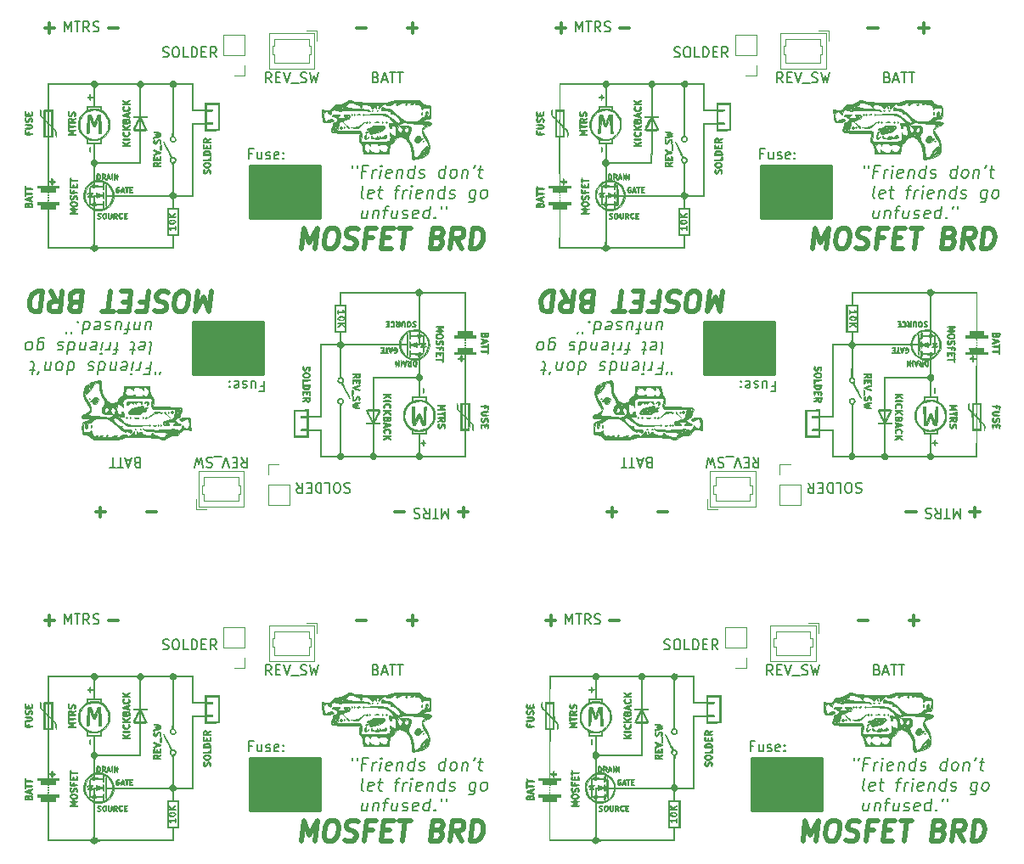
<source format=gto>
%MOIN*%
%OFA0B0*%
%FSLAX46Y46*%
%IPPOS*%
%LPD*%
%ADD10C,0.0039370078740157488*%
%ADD11C,0.005905511811023622*%
%ADD12C,0.01968503937007874*%
%ADD13C,0.0078740157480314977*%
%ADD14C,0.011811023622047244*%
%ADD15C,0.0047244094488188976*%
%ADD16C,0.00039370078740157485*%
%ADD17C,0.01*%
%ADD28C,0.0039370078740157488*%
%ADD29C,0.005905511811023622*%
%ADD30C,0.01968503937007874*%
%ADD31C,0.0078740157480314977*%
%ADD32C,0.011811023622047244*%
%ADD33C,0.0047244094488188976*%
%ADD34C,0.00039370078740157485*%
%ADD35C,0.01*%
%ADD36C,0.0039370078740157488*%
%ADD37C,0.005905511811023622*%
%ADD38C,0.01968503937007874*%
%ADD39C,0.0078740157480314977*%
%ADD40C,0.011811023622047244*%
%ADD41C,0.0047244094488188976*%
%ADD42C,0.00039370078740157485*%
%ADD43C,0.01*%
%ADD44C,0.0039370078740157488*%
%ADD45C,0.005905511811023622*%
%ADD46C,0.01968503937007874*%
%ADD47C,0.0078740157480314977*%
%ADD48C,0.011811023622047244*%
%ADD49C,0.0047244094488188976*%
%ADD50C,0.00039370078740157485*%
%ADD51C,0.01*%
%ADD52C,0.0039370078740157488*%
%ADD53C,0.005905511811023622*%
%ADD54C,0.01968503937007874*%
%ADD55C,0.0078740157480314977*%
%ADD56C,0.011811023622047244*%
%ADD57C,0.0047244094488188976*%
%ADD58C,0.00039370078740157485*%
%ADD59C,0.01*%
%ADD60C,0.0039370078740157488*%
%ADD61C,0.005905511811023622*%
%ADD62C,0.01968503937007874*%
%ADD63C,0.0078740157480314977*%
%ADD64C,0.011811023622047244*%
%ADD65C,0.0047244094488188976*%
%ADD66C,0.00039370078740157485*%
%ADD67C,0.01*%
G01*
D10*
D11*
X0001323298Y0000369272D02*
X0001322126Y0000359898D01*
X0001342046Y0000369272D02*
X0001340874Y0000359898D01*
X0001376612Y0000345837D02*
X0001360208Y0000345837D01*
X0001356985Y0000320060D02*
X0001363137Y0000369272D01*
X0001386572Y0000369272D01*
X0001399168Y0000320060D02*
X0001403269Y0000352868D01*
X0001402097Y0000343494D02*
X0001405026Y0000348181D01*
X0001407663Y0000350524D01*
X0001412642Y0000352868D01*
X0001417329Y0000352868D01*
X0001429633Y0000320060D02*
X0001433734Y0000352868D01*
X0001435784Y0000369272D02*
X0001433148Y0000366929D01*
X0001435198Y0000364585D01*
X0001437835Y0000366929D01*
X0001435784Y0000369272D01*
X0001435198Y0000364585D01*
X0001472108Y0000322403D02*
X0001467128Y0000320060D01*
X0001457754Y0000320060D01*
X0001453360Y0000322403D01*
X0001451602Y0000327090D01*
X0001453946Y0000345837D01*
X0001456875Y0000350524D01*
X0001461855Y0000352868D01*
X0001471229Y0000352868D01*
X0001475623Y0000350524D01*
X0001477380Y0000345837D01*
X0001476795Y0000341151D01*
X0001452774Y0000336464D01*
X0001499350Y0000352868D02*
X0001495249Y0000320060D01*
X0001498765Y0000348181D02*
X0001501401Y0000350524D01*
X0001506381Y0000352868D01*
X0001513411Y0000352868D01*
X0001517805Y0000350524D01*
X0001519563Y0000345837D01*
X0001516340Y0000320060D01*
X0001560866Y0000320060D02*
X0001567018Y0000369272D01*
X0001561159Y0000322403D02*
X0001556179Y0000320060D01*
X0001546805Y0000320060D01*
X0001542411Y0000322403D01*
X0001540361Y0000324746D01*
X0001538603Y0000329433D01*
X0001540361Y0000343494D01*
X0001543290Y0000348181D01*
X0001545927Y0000350524D01*
X0001550906Y0000352868D01*
X0001560280Y0000352868D01*
X0001564674Y0000350524D01*
X0001582250Y0000322403D02*
X0001586644Y0000320060D01*
X0001596018Y0000320060D01*
X0001600998Y0000322403D01*
X0001603927Y0000327090D01*
X0001604220Y0000329433D01*
X0001602462Y0000334120D01*
X0001598069Y0000336464D01*
X0001591038Y0000336464D01*
X0001586644Y0000338807D01*
X0001584887Y0000343494D01*
X0001585180Y0000345837D01*
X0001588109Y0000350524D01*
X0001593089Y0000352868D01*
X0001600119Y0000352868D01*
X0001604513Y0000350524D01*
X0001682726Y0000320060D02*
X0001688877Y0000369272D01*
X0001683019Y0000322403D02*
X0001678039Y0000320060D01*
X0001668665Y0000320060D01*
X0001664271Y0000322403D01*
X0001662221Y0000324746D01*
X0001660463Y0000329433D01*
X0001662221Y0000343494D01*
X0001665150Y0000348181D01*
X0001667786Y0000350524D01*
X0001672766Y0000352868D01*
X0001682140Y0000352868D01*
X0001686534Y0000350524D01*
X0001713191Y0000320060D02*
X0001708797Y0000322403D01*
X0001706746Y0000324746D01*
X0001704989Y0000329433D01*
X0001706746Y0000343494D01*
X0001709676Y0000348181D01*
X0001712312Y0000350524D01*
X0001717292Y0000352868D01*
X0001724322Y0000352868D01*
X0001728716Y0000350524D01*
X0001730767Y0000348181D01*
X0001732524Y0000343494D01*
X0001730767Y0000329433D01*
X0001727837Y0000324746D01*
X0001725201Y0000322403D01*
X0001720221Y0000320060D01*
X0001713191Y0000320060D01*
X0001754787Y0000352868D02*
X0001750686Y0000320060D01*
X0001754201Y0000348181D02*
X0001756838Y0000350524D01*
X0001761818Y0000352868D01*
X0001768848Y0000352868D01*
X0001773242Y0000350524D01*
X0001775000Y0000345837D01*
X0001771777Y0000320060D01*
X0001803707Y0000369272D02*
X0001797848Y0000359898D01*
X0001815717Y0000352868D02*
X0001834465Y0000352868D01*
X0001824798Y0000369272D02*
X0001819525Y0000327090D01*
X0001821283Y0000322403D01*
X0001825677Y0000320060D01*
X0001830364Y0000320060D01*
X0001364016Y0000240335D02*
X0001359622Y0000242679D01*
X0001357864Y0000247365D01*
X0001363137Y0000289548D01*
X0001401804Y0000242679D02*
X0001396824Y0000240335D01*
X0001387450Y0000240335D01*
X0001383056Y0000242679D01*
X0001381299Y0000247365D01*
X0001383642Y0000266113D01*
X0001386572Y0000270800D01*
X0001391551Y0000273143D01*
X0001400925Y0000273143D01*
X0001405319Y0000270800D01*
X0001407077Y0000266113D01*
X0001406491Y0000261426D01*
X0001382470Y0000256739D01*
X0001422016Y0000273143D02*
X0001440764Y0000273143D01*
X0001431097Y0000289548D02*
X0001425824Y0000247365D01*
X0001427582Y0000242679D01*
X0001431976Y0000240335D01*
X0001436663Y0000240335D01*
X0001487633Y0000273143D02*
X0001506381Y0000273143D01*
X0001490562Y0000240335D02*
X0001495835Y0000282517D01*
X0001498765Y0000287204D01*
X0001503744Y0000289548D01*
X0001508431Y0000289548D01*
X0001518684Y0000240335D02*
X0001522785Y0000273143D01*
X0001521613Y0000263770D02*
X0001524543Y0000268457D01*
X0001527179Y0000270800D01*
X0001532159Y0000273143D01*
X0001536846Y0000273143D01*
X0001549149Y0000240335D02*
X0001553250Y0000273143D01*
X0001555300Y0000289548D02*
X0001552664Y0000287204D01*
X0001554715Y0000284861D01*
X0001557351Y0000287204D01*
X0001555300Y0000289548D01*
X0001554715Y0000284861D01*
X0001591624Y0000242679D02*
X0001586644Y0000240335D01*
X0001577270Y0000240335D01*
X0001572876Y0000242679D01*
X0001571119Y0000247365D01*
X0001573462Y0000266113D01*
X0001576392Y0000270800D01*
X0001581371Y0000273143D01*
X0001590745Y0000273143D01*
X0001595139Y0000270800D01*
X0001596897Y0000266113D01*
X0001596311Y0000261426D01*
X0001572291Y0000256739D01*
X0001618867Y0000273143D02*
X0001614766Y0000240335D01*
X0001618281Y0000268457D02*
X0001620917Y0000270800D01*
X0001625897Y0000273143D01*
X0001632927Y0000273143D01*
X0001637321Y0000270800D01*
X0001639079Y0000266113D01*
X0001635857Y0000240335D01*
X0001680382Y0000240335D02*
X0001686534Y0000289548D01*
X0001680675Y0000242679D02*
X0001675696Y0000240335D01*
X0001666322Y0000240335D01*
X0001661928Y0000242679D01*
X0001659877Y0000245022D01*
X0001658120Y0000249709D01*
X0001659877Y0000263770D01*
X0001662807Y0000268457D01*
X0001665443Y0000270800D01*
X0001670423Y0000273143D01*
X0001679797Y0000273143D01*
X0001684191Y0000270800D01*
X0001701767Y0000242679D02*
X0001706161Y0000240335D01*
X0001715534Y0000240335D01*
X0001720514Y0000242679D01*
X0001723443Y0000247365D01*
X0001723736Y0000249709D01*
X0001721979Y0000254396D01*
X0001717585Y0000256739D01*
X0001710554Y0000256739D01*
X0001706160Y0000259083D01*
X0001704403Y0000263770D01*
X0001704696Y0000266113D01*
X0001707625Y0000270800D01*
X0001712605Y0000273143D01*
X0001719635Y0000273143D01*
X0001724029Y0000270800D01*
X0001806343Y0000273143D02*
X0001801363Y0000233305D01*
X0001798434Y0000228618D01*
X0001795798Y0000226274D01*
X0001790818Y0000223931D01*
X0001783787Y0000223931D01*
X0001779394Y0000226274D01*
X0001802535Y0000242679D02*
X0001797555Y0000240335D01*
X0001788182Y0000240335D01*
X0001783787Y0000242679D01*
X0001781737Y0000245022D01*
X0001779979Y0000249709D01*
X0001781737Y0000263770D01*
X0001784666Y0000268457D01*
X0001787303Y0000270800D01*
X0001792283Y0000273143D01*
X0001801656Y0000273143D01*
X0001806050Y0000270800D01*
X0001832707Y0000240335D02*
X0001828313Y0000242679D01*
X0001826263Y0000245022D01*
X0001824505Y0000249709D01*
X0001826263Y0000263770D01*
X0001829192Y0000268457D01*
X0001831828Y0000270800D01*
X0001836808Y0000273143D01*
X0001843839Y0000273143D01*
X0001848233Y0000270800D01*
X0001850283Y0000268457D01*
X0001852041Y0000263770D01*
X0001850283Y0000249709D01*
X0001847354Y0000245022D01*
X0001844717Y0000242679D01*
X0001839738Y0000240335D01*
X0001832707Y0000240335D01*
X0001382177Y0000193419D02*
X0001378076Y0000160611D01*
X0001361086Y0000193419D02*
X0001357864Y0000167641D01*
X0001359622Y0000162954D01*
X0001364016Y0000160611D01*
X0001371046Y0000160611D01*
X0001376026Y0000162954D01*
X0001378662Y0000165298D01*
X0001405612Y0000193419D02*
X0001401511Y0000160611D01*
X0001405026Y0000188732D02*
X0001407663Y0000191076D01*
X0001412642Y0000193419D01*
X0001419673Y0000193419D01*
X0001424067Y0000191076D01*
X0001425824Y0000186389D01*
X0001422602Y0000160611D01*
X0001443107Y0000193419D02*
X0001461855Y0000193419D01*
X0001446037Y0000160611D02*
X0001451309Y0000202793D01*
X0001454239Y0000207480D01*
X0001459219Y0000209823D01*
X0001463906Y0000209823D01*
X0001499350Y0000193419D02*
X0001495249Y0000160611D01*
X0001478259Y0000193419D02*
X0001475037Y0000167641D01*
X0001476795Y0000162954D01*
X0001481189Y0000160611D01*
X0001488219Y0000160611D01*
X0001493199Y0000162954D01*
X0001495835Y0000165298D01*
X0001516633Y0000162954D02*
X0001521027Y0000160611D01*
X0001530401Y0000160611D01*
X0001535381Y0000162954D01*
X0001538310Y0000167641D01*
X0001538603Y0000169984D01*
X0001536846Y0000174671D01*
X0001532452Y0000177015D01*
X0001525421Y0000177015D01*
X0001521027Y0000179358D01*
X0001519270Y0000184045D01*
X0001519563Y0000186389D01*
X0001522492Y0000191076D01*
X0001527472Y0000193419D01*
X0001534502Y0000193419D01*
X0001538896Y0000191076D01*
X0001577563Y0000162954D02*
X0001572583Y0000160611D01*
X0001563210Y0000160611D01*
X0001558816Y0000162954D01*
X0001557058Y0000167641D01*
X0001559401Y0000186389D01*
X0001562331Y0000191076D01*
X0001567311Y0000193419D01*
X0001576684Y0000193419D01*
X0001581078Y0000191076D01*
X0001582836Y0000186389D01*
X0001582250Y0000181702D01*
X0001558230Y0000177015D01*
X0001621796Y0000160611D02*
X0001627948Y0000209823D01*
X0001622089Y0000162954D02*
X0001617109Y0000160611D01*
X0001607735Y0000160611D01*
X0001603341Y0000162954D01*
X0001601291Y0000165298D01*
X0001599533Y0000169984D01*
X0001601291Y0000184045D01*
X0001604220Y0000188732D01*
X0001606856Y0000191076D01*
X0001611836Y0000193419D01*
X0001621210Y0000193419D01*
X0001625604Y0000191076D01*
X0001645816Y0000165298D02*
X0001647867Y0000162954D01*
X0001645231Y0000160611D01*
X0001643180Y0000162954D01*
X0001645816Y0000165298D01*
X0001645231Y0000160611D01*
X0001672473Y0000209823D02*
X0001671302Y0000200449D01*
X0001691221Y0000209823D02*
X0001690049Y0000200449D01*
D12*
X0001121578Y0000043119D02*
X0001131421Y0000121859D01*
X0001150637Y0000065616D01*
X0001183914Y0000121859D01*
X0001174071Y0000043119D01*
X0001236407Y0000121859D02*
X0001251406Y0000121859D01*
X0001258436Y0000118110D01*
X0001264998Y0000110611D01*
X0001266872Y0000095613D01*
X0001263592Y0000069366D01*
X0001257967Y0000054368D01*
X0001249531Y0000046869D01*
X0001241563Y0000043119D01*
X0001226565Y0000043119D01*
X0001219535Y0000046869D01*
X0001212973Y0000054368D01*
X0001211098Y0000069366D01*
X0001214379Y0000095613D01*
X0001220003Y0000110611D01*
X0001228440Y0000118110D01*
X0001236407Y0000121859D01*
X0001290776Y0000046869D02*
X0001301556Y0000043119D01*
X0001320303Y0000043119D01*
X0001328271Y0000046869D01*
X0001332489Y0000050618D01*
X0001337176Y0000058117D01*
X0001338113Y0000065616D01*
X0001335301Y0000073115D01*
X0001332020Y0000076865D01*
X0001324990Y0000080614D01*
X0001310461Y0000084364D01*
X0001303430Y0000088113D01*
X0001300149Y0000091863D01*
X0001297337Y0000099362D01*
X0001298275Y0000106861D01*
X0001302962Y0000114360D01*
X0001307180Y0000118110D01*
X0001315148Y0000121859D01*
X0001333895Y0000121859D01*
X0001344675Y0000118110D01*
X0001400449Y0000084364D02*
X0001374203Y0000084364D01*
X0001369047Y0000043119D02*
X0001378890Y0000121859D01*
X0001416385Y0000121859D01*
X0001441694Y0000084364D02*
X0001467941Y0000084364D01*
X0001474034Y0000043119D02*
X0001436539Y0000043119D01*
X0001446381Y0000121859D01*
X0001483876Y0000121859D01*
X0001506374Y0000121859D02*
X0001551368Y0000121859D01*
X0001519028Y0000043119D02*
X0001528871Y0000121859D01*
X0001659167Y0000084364D02*
X0001669947Y0000080614D01*
X0001673228Y0000076865D01*
X0001676040Y0000069366D01*
X0001674634Y0000058117D01*
X0001669947Y0000050618D01*
X0001665729Y0000046869D01*
X0001657761Y0000043119D01*
X0001627765Y0000043119D01*
X0001637607Y0000121859D01*
X0001663854Y0000121859D01*
X0001670884Y0000118110D01*
X0001674165Y0000114360D01*
X0001676977Y0000106861D01*
X0001676040Y0000099362D01*
X0001671353Y0000091863D01*
X0001667135Y0000088113D01*
X0001659167Y0000084364D01*
X0001632920Y0000084364D01*
X0001751499Y0000043119D02*
X0001729940Y0000080614D01*
X0001706505Y0000043119D02*
X0001716347Y0000121859D01*
X0001746344Y0000121859D01*
X0001753374Y0000118110D01*
X0001756655Y0000114360D01*
X0001759467Y0000106861D01*
X0001758061Y0000095613D01*
X0001753374Y0000088113D01*
X0001749156Y0000084364D01*
X0001741188Y0000080614D01*
X0001711192Y0000080614D01*
X0001785245Y0000043119D02*
X0001795088Y0000121859D01*
X0001813835Y0000121859D01*
X0001824615Y0000118110D01*
X0001831177Y0000110611D01*
X0001833989Y0000103112D01*
X0001835864Y0000088113D01*
X0001834458Y0000076865D01*
X0001828833Y0000061867D01*
X0001824147Y0000054368D01*
X0001815710Y0000046869D01*
X0001803993Y0000043119D01*
X0001785245Y0000043119D01*
D11*
X0001413423Y0000715410D02*
X0001419047Y0000713535D01*
X0001420922Y0000711660D01*
X0001422797Y0000707911D01*
X0001422797Y0000702287D01*
X0001420922Y0000698537D01*
X0001419047Y0000696662D01*
X0001415298Y0000694788D01*
X0001400299Y0000694788D01*
X0001400299Y0000734158D01*
X0001413423Y0000734158D01*
X0001417172Y0000732283D01*
X0001419047Y0000730408D01*
X0001420922Y0000726659D01*
X0001420922Y0000722909D01*
X0001419047Y0000719160D01*
X0001417172Y0000717285D01*
X0001413423Y0000715410D01*
X0001400299Y0000715410D01*
X0001437795Y0000706036D02*
X0001456542Y0000706036D01*
X0001434045Y0000694788D02*
X0001447169Y0000734158D01*
X0001460292Y0000694788D01*
X0001467791Y0000734158D02*
X0001490288Y0000734158D01*
X0001479040Y0000694788D02*
X0001479040Y0000734158D01*
X0001497787Y0000734158D02*
X0001520285Y0000734158D01*
X0001509036Y0000694788D02*
X0001509036Y0000734158D01*
D13*
X0000928112Y0000415410D02*
X0000914988Y0000415410D01*
X0000914988Y0000394788D02*
X0000914988Y0000434158D01*
X0000933736Y0000434158D01*
X0000965607Y0000421034D02*
X0000965607Y0000394788D01*
X0000948734Y0000421034D02*
X0000948734Y0000400412D01*
X0000950609Y0000396662D01*
X0000954358Y0000394788D01*
X0000959983Y0000394788D01*
X0000963732Y0000396662D01*
X0000965607Y0000398537D01*
X0000982480Y0000396662D02*
X0000986229Y0000394788D01*
X0000993728Y0000394788D01*
X0000997478Y0000396662D01*
X0000999353Y0000400412D01*
X0000999353Y0000402287D01*
X0000997478Y0000406036D01*
X0000993728Y0000407911D01*
X0000988104Y0000407911D01*
X0000984355Y0000409786D01*
X0000982480Y0000413535D01*
X0000982480Y0000415410D01*
X0000984355Y0000419160D01*
X0000988104Y0000421034D01*
X0000993728Y0000421034D01*
X0000997478Y0000419160D01*
X0001031224Y0000396662D02*
X0001027474Y0000394788D01*
X0001019975Y0000394788D01*
X0001016226Y0000396662D01*
X0001014351Y0000400412D01*
X0001014351Y0000415410D01*
X0001016226Y0000419160D01*
X0001019975Y0000421034D01*
X0001027474Y0000421034D01*
X0001031224Y0000419160D01*
X0001033098Y0000415410D01*
X0001033098Y0000411661D01*
X0001014351Y0000407911D01*
X0001049971Y0000398537D02*
X0001051846Y0000396662D01*
X0001049971Y0000394788D01*
X0001048097Y0000396662D01*
X0001049971Y0000398537D01*
X0001049971Y0000394788D01*
X0001049971Y0000419160D02*
X0001051846Y0000417285D01*
X0001049971Y0000415410D01*
X0001048097Y0000417285D01*
X0001049971Y0000419160D01*
X0001049971Y0000415410D01*
D14*
X0001338732Y0000909083D02*
X0001376227Y0000909083D01*
X0001538732Y0000909083D02*
X0001576227Y0000909083D01*
X0001557480Y0000890335D02*
X0001557480Y0000927830D01*
X0000363732Y0000909083D02*
X0000401227Y0000909083D01*
X0000113732Y0000909083D02*
X0000151227Y0000909083D01*
X0000132480Y0000890335D02*
X0000132480Y0000927830D01*
D11*
X0000190926Y0000894788D02*
X0000190926Y0000934158D01*
X0000204049Y0000906036D01*
X0000217172Y0000934158D01*
X0000217172Y0000894788D01*
X0000230296Y0000934158D02*
X0000252793Y0000934158D01*
X0000241544Y0000894788D02*
X0000241544Y0000934158D01*
X0000288413Y0000894788D02*
X0000275290Y0000913535D01*
X0000265916Y0000894788D02*
X0000265916Y0000934158D01*
X0000280914Y0000934158D01*
X0000284664Y0000932283D01*
X0000286539Y0000930408D01*
X0000288413Y0000926659D01*
X0000288413Y0000921034D01*
X0000286539Y0000917285D01*
X0000284664Y0000915410D01*
X0000280914Y0000913535D01*
X0000265916Y0000913535D01*
X0000303412Y0000896662D02*
X0000309036Y0000894788D01*
X0000318410Y0000894788D01*
X0000322159Y0000896662D01*
X0000324034Y0000898537D01*
X0000325909Y0000902287D01*
X0000325909Y0000906036D01*
X0000324034Y0000909786D01*
X0000322159Y0000911660D01*
X0000318410Y0000913535D01*
X0000310911Y0000915410D01*
X0000307161Y0000917285D01*
X0000305286Y0000919160D01*
X0000303412Y0000922909D01*
X0000303412Y0000926659D01*
X0000305286Y0000930408D01*
X0000307161Y0000932283D01*
X0000310911Y0000934158D01*
X0000320285Y0000934158D01*
X0000325909Y0000932283D01*
D15*
X0001172440Y0000749999D02*
X0001172440Y0000887795D01*
X0001172440Y0000887795D02*
X0000993307Y0000887795D01*
X0000993307Y0000887795D02*
X0000993307Y0000749999D01*
X0000993307Y0000749999D02*
X0001172440Y0000749999D01*
X0001082873Y0000866141D02*
X0001150787Y0000866141D01*
X0001150787Y0000866141D02*
X0001150787Y0000837598D01*
X0001150787Y0000837598D02*
X0001158661Y0000837598D01*
X0001158661Y0000837598D02*
X0001158661Y0000806102D01*
X0001158661Y0000806102D02*
X0001150787Y0000806102D01*
X0001150787Y0000806102D02*
X0001150787Y0000771653D01*
X0001150787Y0000771653D02*
X0001082873Y0000771653D01*
X0001082873Y0000866141D02*
X0001014960Y0000866141D01*
X0001014960Y0000866141D02*
X0001014960Y0000837598D01*
X0001014960Y0000837598D02*
X0001007086Y0000837598D01*
X0001007086Y0000837598D02*
X0001007086Y0000806102D01*
X0001007086Y0000806102D02*
X0001014960Y0000806102D01*
X0001014960Y0000806102D02*
X0001014960Y0000771653D01*
X0001014960Y0000771653D02*
X0001082873Y0000771653D01*
X0001182283Y0000897637D02*
X0001182283Y0000858267D01*
X0001182283Y0000897637D02*
X0001142913Y0000897637D01*
D16*
G36*
X0001571390Y0000625456D02*
X0001582277Y0000624184D01*
X0001588822Y0000621777D01*
X0001592910Y0000617987D01*
X0001593548Y0000617113D01*
X0001603186Y0000609646D01*
X0001614987Y0000605997D01*
X0001623784Y0000604349D01*
X0001628166Y0000600184D01*
X0001629666Y0000590742D01*
X0001629822Y0000579311D01*
X0001629482Y0000564474D01*
X0001627339Y0000556889D01*
X0001621715Y0000553810D01*
X0001613572Y0000552744D01*
X0001601015Y0000549949D01*
X0001597852Y0000546057D01*
X0001603885Y0000542799D01*
X0001614822Y0000541811D01*
X0001627766Y0000540184D01*
X0001632291Y0000534994D01*
X0001632322Y0000534311D01*
X0001628604Y0000527675D01*
X0001625376Y0000526811D01*
X0001616685Y0000523857D01*
X0001606817Y0000517407D01*
X0001595204Y0000508003D01*
X0001609560Y0000486311D01*
X0001619906Y0000465463D01*
X0001624464Y0000444467D01*
X0001622994Y0000425978D01*
X0001616078Y0000413426D01*
X0001605995Y0000406846D01*
X0001590404Y0000399983D01*
X0001573613Y0000394463D01*
X0001559930Y0000391914D01*
X0001559067Y0000391886D01*
X0001555393Y0000396530D01*
X0001553998Y0000409828D01*
X0001554067Y0000415561D01*
X0001551471Y0000437156D01*
X0001543328Y0000456725D01*
X0001531192Y0000471970D01*
X0001516615Y0000480593D01*
X0001509375Y0000481704D01*
X0001496432Y0000479305D01*
X0001488747Y0000470402D01*
X0001488232Y0000469311D01*
X0001481622Y0000460074D01*
X0001475217Y0000456810D01*
X0001469733Y0000452631D01*
X0001466716Y0000439590D01*
X0001466360Y0000435560D01*
X0001464822Y0000414310D01*
X0001364822Y0000414310D01*
X0001363292Y0000431811D01*
X0001360608Y0000443256D01*
X0001367114Y0000443256D01*
X0001369100Y0000431713D01*
X0001373572Y0000424290D01*
X0001381847Y0000417611D01*
X0001386549Y0000419926D01*
X0001387399Y0000425561D01*
X0001388327Y0000431182D01*
X0001391848Y0000427404D01*
X0001391923Y0000427285D01*
X0001399460Y0000421671D01*
X0001410396Y0000419257D01*
X0001420862Y0000420144D01*
X0001426987Y0000424431D01*
X0001427399Y0000426364D01*
X0001428875Y0000430914D01*
X0001431149Y0000428810D01*
X0001440539Y0000421407D01*
X0001450931Y0000421921D01*
X0001459220Y0000429150D01*
X0001462322Y0000440886D01*
X0001459254Y0000448571D01*
X0001448705Y0000452665D01*
X0001446072Y0000453106D01*
X0001433592Y0000453238D01*
X0001426235Y0000450048D01*
X0001426149Y0000449923D01*
X0001422954Y0000447326D01*
X0001422399Y0000450560D01*
X0001417932Y0000455093D01*
X0001407322Y0000456810D01*
X0001396459Y0000454975D01*
X0001391928Y0000450560D01*
X0001390922Y0000446876D01*
X0001389011Y0000450560D01*
X0001382514Y0000455803D01*
X0001376906Y0000456810D01*
X0001369839Y0000452822D01*
X0001367114Y0000443256D01*
X0001360608Y0000443256D01*
X0001360105Y0000445401D01*
X0001354409Y0000454901D01*
X0001353856Y0000455364D01*
X0001348499Y0000463706D01*
X0001348626Y0000477858D01*
X0001348822Y0000479113D01*
X0001351694Y0000496811D01*
X0001294508Y0000496811D01*
X0001269802Y0000496942D01*
X0001253416Y0000497515D01*
X0001243670Y0000498798D01*
X0001238886Y0000501062D01*
X0001237384Y0000504575D01*
X0001237322Y0000505977D01*
X0001237478Y0000506811D01*
X0001242322Y0000506811D01*
X0001244028Y0000501941D01*
X0001244527Y0000501810D01*
X0001248796Y0000505314D01*
X0001249822Y0000506811D01*
X0001249426Y0000511418D01*
X0001247617Y0000511811D01*
X0001242526Y0000508181D01*
X0001242322Y0000506811D01*
X0001237478Y0000506811D01*
X0001239141Y0000515691D01*
X0001241009Y0000518830D01*
X0001241212Y0000519311D01*
X0001252322Y0000519311D01*
X0001254822Y0000516810D01*
X0001257322Y0000519311D01*
X0001254822Y0000521811D01*
X0001252322Y0000519311D01*
X0001241212Y0000519311D01*
X0001244309Y0000526613D01*
X0001244759Y0000530913D01*
X0001247774Y0000537453D01*
X0001251072Y0000538060D01*
X0001256803Y0000540102D01*
X0001257322Y0000542106D01*
X0001260385Y0000545092D01*
X0001262322Y0000544311D01*
X0001267025Y0000542821D01*
X0001265685Y0000547014D01*
X0001258960Y0000555152D01*
X0001257739Y0000556394D01*
X0001249815Y0000562461D01*
X0001245239Y0000563060D01*
X0001242445Y0000563715D01*
X0001242322Y0000564977D01*
X0001246711Y0000568202D01*
X0001257469Y0000569779D01*
X0001259410Y0000569811D01*
X0001270167Y0000569345D01*
X0001272289Y0000567299D01*
X0001268160Y0000563470D01*
X0001262718Y0000558866D01*
X0001263557Y0000556436D01*
X0001272185Y0000554816D01*
X0001278572Y0000554040D01*
X0001289656Y0000554339D01*
X0001291757Y0000558803D01*
X0001289515Y0000561810D01*
X0001299822Y0000561810D01*
X0001300219Y0000557203D01*
X0001302027Y0000556811D01*
X0001307119Y0000560440D01*
X0001307322Y0000561810D01*
X0001305616Y0000566681D01*
X0001305117Y0000566811D01*
X0001300849Y0000563307D01*
X0001299822Y0000561810D01*
X0001289515Y0000561810D01*
X0001287156Y0000564977D01*
X0001286646Y0000568745D01*
X0001295447Y0000570128D01*
X0001297156Y0000570144D01*
X0001308388Y0000568476D01*
X0001312243Y0000562587D01*
X0001312322Y0000560977D01*
X0001308413Y0000553248D01*
X0001302322Y0000551811D01*
X0001294193Y0000549987D01*
X0001292322Y0000547462D01*
X0001288103Y0000544298D01*
X0001281072Y0000543712D01*
X0001271733Y0000541288D01*
X0001269160Y0000534311D01*
X0001266228Y0000515831D01*
X0001260299Y0000506065D01*
X0001260070Y0000505896D01*
X0001261339Y0000504286D01*
X0001270174Y0000504299D01*
X0001275070Y0000504772D01*
X0001296562Y0000506257D01*
X0001299306Y0000506295D01*
X0001297322Y0000504311D01*
X0001299822Y0000501810D01*
X0001302322Y0000504311D01*
X0001300324Y0000506309D01*
X0001321911Y0000506607D01*
X0001345031Y0000505765D01*
X0001348572Y0000505474D01*
X0001355714Y0000501860D01*
X0001358391Y0000491419D01*
X0001358490Y0000486810D01*
X0001357184Y0000480589D01*
X0001355061Y0000473060D01*
X0001353898Y0000468231D01*
X0001354968Y0000465029D01*
X0001359876Y0000463121D01*
X0001370224Y0000462172D01*
X0001387617Y0000461846D01*
X0001408950Y0000461811D01*
X0001435165Y0000461997D01*
X0001452902Y0000463024D01*
X0001461807Y0000465144D01*
X0001473989Y0000465144D01*
X0001474675Y0000462171D01*
X0001477322Y0000461811D01*
X0001481438Y0000463640D01*
X0001480656Y0000465144D01*
X0001474722Y0000465742D01*
X0001473989Y0000465144D01*
X0001461807Y0000465144D01*
X0001463682Y0000465590D01*
X0001469028Y0000470394D01*
X0001470460Y0000478136D01*
X0001469501Y0000489513D01*
X0001469487Y0000489627D01*
X0001468978Y0000497195D01*
X0001470119Y0000496307D01*
X0001470380Y0000495499D01*
X0001474629Y0000489475D01*
X0001477701Y0000489544D01*
X0001482034Y0000488867D01*
X0001482322Y0000487263D01*
X0001485875Y0000484021D01*
X0001488695Y0000484570D01*
X0001491629Y0000489311D01*
X0001517322Y0000489311D01*
X0001519822Y0000486810D01*
X0001522322Y0000489311D01*
X0001519822Y0000491811D01*
X0001517322Y0000489311D01*
X0001491629Y0000489311D01*
X0001492955Y0000491453D01*
X0001493174Y0000506868D01*
X0001493169Y0000506913D01*
X0001492036Y0000513361D01*
X0001499315Y0000513361D01*
X0001502220Y0000502492D01*
X0001508068Y0000497235D01*
X0001514022Y0000498344D01*
X0001516430Y0000504483D01*
X0001524699Y0000504483D01*
X0001529613Y0000499483D01*
X0001533359Y0000498953D01*
X0001540498Y0000501634D01*
X0001540593Y0000507882D01*
X0001541011Y0000515250D01*
X0001543624Y0000516810D01*
X0001546943Y0000518548D01*
X0001546382Y0000519418D01*
X0001540243Y0000519912D01*
X0001534298Y0000518168D01*
X0001526319Y0000511895D01*
X0001524699Y0000504483D01*
X0001516430Y0000504483D01*
X0001517249Y0000506570D01*
X0001517322Y0000508577D01*
X0001514033Y0000519726D01*
X0001508572Y0000523529D01*
X0001507927Y0000524743D01*
X0001515533Y0000525273D01*
X0001524822Y0000525145D01*
X0001539780Y0000524165D01*
X0001547462Y0000521586D01*
X0001550590Y0000515993D01*
X0001551325Y0000511383D01*
X0001549801Y0000499278D01*
X0001545346Y0000492245D01*
X0001540555Y0000484982D01*
X0001542374Y0000474215D01*
X0001542906Y0000472775D01*
X0001548254Y0000461981D01*
X0001552916Y0000456444D01*
X0001556125Y0000450129D01*
X0001559160Y0000437092D01*
X0001560760Y0000425499D01*
X0001562619Y0000409795D01*
X0001564839Y0000402106D01*
X0001568694Y0000400492D01*
X0001575455Y0000403008D01*
X0001575480Y0000403020D01*
X0001584442Y0000408946D01*
X0001585054Y0000409937D01*
X0001593664Y0000409937D01*
X0001593775Y0000407452D01*
X0001599527Y0000406810D01*
X0001607842Y0000409557D01*
X0001609534Y0000411344D01*
X0001607934Y0000413899D01*
X0001602329Y0000413261D01*
X0001593664Y0000409937D01*
X0001585054Y0000409937D01*
X0001587480Y0000413863D01*
X0001589413Y0000418144D01*
X0001594198Y0000418144D01*
X0001596415Y0000416811D01*
X0001603743Y0000420490D01*
X0001605028Y0000422143D01*
X0001605651Y0000424311D01*
X0001612322Y0000424311D01*
X0001614822Y0000421810D01*
X0001617322Y0000424311D01*
X0001614822Y0000426810D01*
X0001612322Y0000424311D01*
X0001605651Y0000424311D01*
X0001606900Y0000428652D01*
X0001603019Y0000429186D01*
X0001597423Y0000424431D01*
X0001594198Y0000418144D01*
X0001589413Y0000418144D01*
X0001590645Y0000420873D01*
X0001598277Y0000431338D01*
X0001600436Y0000433869D01*
X0001609343Y0000442777D01*
X0001614779Y0000444298D01*
X0001617701Y0000441369D01*
X0001621563Y0000436719D01*
X0001621504Y0000441020D01*
X0001617537Y0000454026D01*
X0001616833Y0000456064D01*
X0001612175Y0000466744D01*
X0001608146Y0000471757D01*
X0001607838Y0000471810D01*
X0001604052Y0000476025D01*
X0001599086Y0000486464D01*
X0001597914Y0000489558D01*
X0001594209Y0000502802D01*
X0001595409Y0000512210D01*
X0001599188Y0000519045D01*
X0001603672Y0000526745D01*
X0001602156Y0000530036D01*
X0001592902Y0000530812D01*
X0001588351Y0000530837D01*
X0001572148Y0000531771D01*
X0001552350Y0000534074D01*
X0001543431Y0000535472D01*
X0001521441Y0000537248D01*
X0001507258Y0000533311D01*
X0001500274Y0000523359D01*
X0001499315Y0000513361D01*
X0001492036Y0000513361D01*
X0001490832Y0000520209D01*
X0001486279Y0000525964D01*
X0001481502Y0000526811D01*
X0001474831Y0000524929D01*
X0001474609Y0000522156D01*
X0001473982Y0000515734D01*
X0001472404Y0000514361D01*
X0001467728Y0000514450D01*
X0001467322Y0000516106D01*
X0001465662Y0000524744D01*
X0001464190Y0000529156D01*
X0001463535Y0000534541D01*
X0001469114Y0000535204D01*
X0001475440Y0000533905D01*
X0001489822Y0000530492D01*
X0001472769Y0000548468D01*
X0001464054Y0000557190D01*
X0001456310Y0000562608D01*
X0001446748Y0000565635D01*
X0001432577Y0000567184D01*
X0001412769Y0000568099D01*
X0001369822Y0000569754D01*
X0001413561Y0000570782D01*
X0001434643Y0000571142D01*
X0001448510Y0000570525D01*
X0001457942Y0000568197D01*
X0001465721Y0000563422D01*
X0001474627Y0000555465D01*
X0001475852Y0000554311D01*
X0001491282Y0000541562D01*
X0001502091Y0000537030D01*
X0001508955Y0000540444D01*
X0001509333Y0000541018D01*
X0001507847Y0000546707D01*
X0001501066Y0000555371D01*
X0001491703Y0000564446D01*
X0001482474Y0000571367D01*
X0001476095Y0000573568D01*
X0001475327Y0000573148D01*
X0001472855Y0000573455D01*
X0001473156Y0000576811D01*
X0001471861Y0000581711D01*
X0001463802Y0000583772D01*
X0001454268Y0000583930D01*
X0001441307Y0000584318D01*
X0001436012Y0000586871D01*
X0001436107Y0000592703D01*
X0001436129Y0000592786D01*
X0001439560Y0000598945D01*
X0001445369Y0000596357D01*
X0001455153Y0000592911D01*
X0001459792Y0000593607D01*
X0001467841Y0000591677D01*
X0001481161Y0000582257D01*
X0001495634Y0000569167D01*
X0001510141Y0000555445D01*
X0001520600Y0000547305D01*
X0001530069Y0000543290D01*
X0001541605Y0000541945D01*
X0001553058Y0000541811D01*
X0001570894Y0000542527D01*
X0001581508Y0000545164D01*
X0001587608Y0000550454D01*
X0001588171Y0000551312D01*
X0001595395Y0000557818D01*
X0001600713Y0000558277D01*
X0001605931Y0000560042D01*
X0001607322Y0000568776D01*
X0001609041Y0000578424D01*
X0001612541Y0000581811D01*
X0001616856Y0000577971D01*
X0001616949Y0000575561D01*
X0001616586Y0000564742D01*
X0001616730Y0000562227D01*
X0001618391Y0000556989D01*
X0001621101Y0000559756D01*
X0001623918Y0000568734D01*
X0001625612Y0000579149D01*
X0001626228Y0000590912D01*
X0001623064Y0000595801D01*
X0001613960Y0000596808D01*
X0001612857Y0000596811D01*
X0001601537Y0000594902D01*
X0001595634Y0000590560D01*
X0001593573Y0000589591D01*
X0001592717Y0000595026D01*
X0001588702Y0000604952D01*
X0001580117Y0000610276D01*
X0001571871Y0000609032D01*
X0001567745Y0000610133D01*
X0001567322Y0000612515D01*
X0001565862Y0000616240D01*
X0001561322Y0000612810D01*
X0001554109Y0000607733D01*
X0001549301Y0000607416D01*
X0001549977Y0000612061D01*
X0001549979Y0000612064D01*
X0001547879Y0000615343D01*
X0001536363Y0000616332D01*
X0001530274Y0000616130D01*
X0001516694Y0000614634D01*
X0001508459Y0000612196D01*
X0001507322Y0000610876D01*
X0001503189Y0000607463D01*
X0001498572Y0000606887D01*
X0001492782Y0000607713D01*
X0001496365Y0000611184D01*
X0001497322Y0000611811D01*
X0001501249Y0000615458D01*
X0001496283Y0000616678D01*
X0001493572Y0000616734D01*
X0001484790Y0000615116D01*
X0001482322Y0000612358D01*
X0001477932Y0000608877D01*
X0001467164Y0000606165D01*
X0001465173Y0000605903D01*
X0001454539Y0000605564D01*
X0001450295Y0000607295D01*
X0001450468Y0000607855D01*
X0001449224Y0000611598D01*
X0001447660Y0000611811D01*
X0001441179Y0000608017D01*
X0001436162Y0000601811D01*
X0001429546Y0000594046D01*
X0001424433Y0000592085D01*
X0001423253Y0000596434D01*
X0001424130Y0000599310D01*
X0001423801Y0000605475D01*
X0001418116Y0000606389D01*
X0001410178Y0000602134D01*
X0001406948Y0000598859D01*
X0001400963Y0000593655D01*
X0001396034Y0000596777D01*
X0001395085Y0000598016D01*
X0001386732Y0000603916D01*
X0001385570Y0000604311D01*
X0001397322Y0000604311D01*
X0001399822Y0000601811D01*
X0001402322Y0000604311D01*
X0001399822Y0000606810D01*
X0001397322Y0000604311D01*
X0001385570Y0000604311D01*
X0001373888Y0000608279D01*
X0001373572Y0000608343D01*
X0001362263Y0000609618D01*
X0001357730Y0000606689D01*
X0001357163Y0000602936D01*
X0001356386Y0000597081D01*
X0001352936Y0000599718D01*
X0001350827Y0000602424D01*
X0001342217Y0000608321D01*
X0001328267Y0000613135D01*
X0001323486Y0000614114D01*
X0001310056Y0000615777D01*
X0001303826Y0000614370D01*
X0001302322Y0000609455D01*
X0001299848Y0000604008D01*
X0001296674Y0000604711D01*
X0001292853Y0000604672D01*
X0001293346Y0000601257D01*
X0001297842Y0000597420D01*
X0001309158Y0000594989D01*
X0001328666Y0000593717D01*
X0001336103Y0000593528D01*
X0001356322Y0000592458D01*
X0001373464Y0000590329D01*
X0001384412Y0000587556D01*
X0001385681Y0000586901D01*
X0001391201Y0000582920D01*
X0001388162Y0000583119D01*
X0001386496Y0000583614D01*
X0001375790Y0000585314D01*
X0001358691Y0000586418D01*
X0001338261Y0000586916D01*
X0001317561Y0000586794D01*
X0001299651Y0000586042D01*
X0001287595Y0000584646D01*
X0001285335Y0000584008D01*
X0001273821Y0000582887D01*
X0001261996Y0000585403D01*
X0001248007Y0000587450D01*
X0001239440Y0000581590D01*
X0001237163Y0000572060D01*
X0001235982Y0000567661D01*
X0001231697Y0000571383D01*
X0001229904Y0000573688D01*
X0001220857Y0000580725D01*
X0001213011Y0000579043D01*
X0001208476Y0000569879D01*
X0001208253Y0000560980D01*
X0001211823Y0000547537D01*
X0001218567Y0000543081D01*
X0001227810Y0000548027D01*
X0001228431Y0000548634D01*
X0001237879Y0000553073D01*
X0001242720Y0000551565D01*
X0001246950Y0000545950D01*
X0001243153Y0000540956D01*
X0001233278Y0000537871D01*
X0001221708Y0000537696D01*
X0001211570Y0000539252D01*
X0001206377Y0000543242D01*
X0001204145Y0000552459D01*
X0001203275Y0000563642D01*
X0001201727Y0000587974D01*
X0001219197Y0000585935D01*
X0001231928Y0000585746D01*
X0001237586Y0000589311D01*
X0001267322Y0000589311D01*
X0001269822Y0000586811D01*
X0001272322Y0000589311D01*
X0001269822Y0000591810D01*
X0001267322Y0000589311D01*
X0001237586Y0000589311D01*
X0001238966Y0000590180D01*
X0001241887Y0000595353D01*
X0001243225Y0000596811D01*
X0001279822Y0000596811D01*
X0001280219Y0000592203D01*
X0001282027Y0000591810D01*
X0001287119Y0000595440D01*
X0001287322Y0000596811D01*
X0001285616Y0000601681D01*
X0001285117Y0000601811D01*
X0001280849Y0000598307D01*
X0001279822Y0000596811D01*
X0001243225Y0000596811D01*
X0001250108Y0000604311D01*
X0001272322Y0000604311D01*
X0001274822Y0000601811D01*
X0001277322Y0000604311D01*
X0001274822Y0000606810D01*
X0001272322Y0000604311D01*
X0001250108Y0000604311D01*
X0001250669Y0000604921D01*
X0001258465Y0000607193D01*
X0001277812Y0000609260D01*
X0001291285Y0000614694D01*
X0001297633Y0000619592D01*
X0001306196Y0000625112D01*
X0001315737Y0000624319D01*
X0001321353Y0000622212D01*
X0001332216Y0000619567D01*
X0001349501Y0000617408D01*
X0001371041Y0000615785D01*
X0001394673Y0000614746D01*
X0001418231Y0000614343D01*
X0001439551Y0000614624D01*
X0001456468Y0000615639D01*
X0001466817Y0000617437D01*
X0001468945Y0000618827D01*
X0001475236Y0000621845D01*
X0001491425Y0000624012D01*
X0001517445Y0000625323D01*
X0001529056Y0000625580D01*
X0001554277Y0000625839D01*
X0001571390Y0000625456D01*
X0001571390Y0000625456D01*
G37*
X0001571390Y0000625456D02*
X0001582277Y0000624184D01*
X0001588822Y0000621777D01*
X0001592910Y0000617987D01*
X0001593548Y0000617113D01*
X0001603186Y0000609646D01*
X0001614987Y0000605997D01*
X0001623784Y0000604349D01*
X0001628166Y0000600184D01*
X0001629666Y0000590742D01*
X0001629822Y0000579311D01*
X0001629482Y0000564474D01*
X0001627339Y0000556889D01*
X0001621715Y0000553810D01*
X0001613572Y0000552744D01*
X0001601015Y0000549949D01*
X0001597852Y0000546057D01*
X0001603885Y0000542799D01*
X0001614822Y0000541811D01*
X0001627766Y0000540184D01*
X0001632291Y0000534994D01*
X0001632322Y0000534311D01*
X0001628604Y0000527675D01*
X0001625376Y0000526811D01*
X0001616685Y0000523857D01*
X0001606817Y0000517407D01*
X0001595204Y0000508003D01*
X0001609560Y0000486311D01*
X0001619906Y0000465463D01*
X0001624464Y0000444467D01*
X0001622994Y0000425978D01*
X0001616078Y0000413426D01*
X0001605995Y0000406846D01*
X0001590404Y0000399983D01*
X0001573613Y0000394463D01*
X0001559930Y0000391914D01*
X0001559067Y0000391886D01*
X0001555393Y0000396530D01*
X0001553998Y0000409828D01*
X0001554067Y0000415561D01*
X0001551471Y0000437156D01*
X0001543328Y0000456725D01*
X0001531192Y0000471970D01*
X0001516615Y0000480593D01*
X0001509375Y0000481704D01*
X0001496432Y0000479305D01*
X0001488747Y0000470402D01*
X0001488232Y0000469311D01*
X0001481622Y0000460074D01*
X0001475217Y0000456810D01*
X0001469733Y0000452631D01*
X0001466716Y0000439590D01*
X0001466360Y0000435560D01*
X0001464822Y0000414310D01*
X0001364822Y0000414310D01*
X0001363292Y0000431811D01*
X0001360608Y0000443256D01*
X0001367114Y0000443256D01*
X0001369100Y0000431713D01*
X0001373572Y0000424290D01*
X0001381847Y0000417611D01*
X0001386549Y0000419926D01*
X0001387399Y0000425561D01*
X0001388327Y0000431182D01*
X0001391848Y0000427404D01*
X0001391923Y0000427285D01*
X0001399460Y0000421671D01*
X0001410396Y0000419257D01*
X0001420862Y0000420144D01*
X0001426987Y0000424431D01*
X0001427399Y0000426364D01*
X0001428875Y0000430914D01*
X0001431149Y0000428810D01*
X0001440539Y0000421407D01*
X0001450931Y0000421921D01*
X0001459220Y0000429150D01*
X0001462322Y0000440886D01*
X0001459254Y0000448571D01*
X0001448705Y0000452665D01*
X0001446072Y0000453106D01*
X0001433592Y0000453238D01*
X0001426235Y0000450048D01*
X0001426149Y0000449923D01*
X0001422954Y0000447326D01*
X0001422399Y0000450560D01*
X0001417932Y0000455093D01*
X0001407322Y0000456810D01*
X0001396459Y0000454975D01*
X0001391928Y0000450560D01*
X0001390922Y0000446876D01*
X0001389011Y0000450560D01*
X0001382514Y0000455803D01*
X0001376906Y0000456810D01*
X0001369839Y0000452822D01*
X0001367114Y0000443256D01*
X0001360608Y0000443256D01*
X0001360105Y0000445401D01*
X0001354409Y0000454901D01*
X0001353856Y0000455364D01*
X0001348499Y0000463706D01*
X0001348626Y0000477858D01*
X0001348822Y0000479113D01*
X0001351694Y0000496811D01*
X0001294508Y0000496811D01*
X0001269802Y0000496942D01*
X0001253416Y0000497515D01*
X0001243670Y0000498798D01*
X0001238886Y0000501062D01*
X0001237384Y0000504575D01*
X0001237322Y0000505977D01*
X0001237478Y0000506811D01*
X0001242322Y0000506811D01*
X0001244028Y0000501941D01*
X0001244527Y0000501810D01*
X0001248796Y0000505314D01*
X0001249822Y0000506811D01*
X0001249426Y0000511418D01*
X0001247617Y0000511811D01*
X0001242526Y0000508181D01*
X0001242322Y0000506811D01*
X0001237478Y0000506811D01*
X0001239141Y0000515691D01*
X0001241009Y0000518830D01*
X0001241212Y0000519311D01*
X0001252322Y0000519311D01*
X0001254822Y0000516810D01*
X0001257322Y0000519311D01*
X0001254822Y0000521811D01*
X0001252322Y0000519311D01*
X0001241212Y0000519311D01*
X0001244309Y0000526613D01*
X0001244759Y0000530913D01*
X0001247774Y0000537453D01*
X0001251072Y0000538060D01*
X0001256803Y0000540102D01*
X0001257322Y0000542106D01*
X0001260385Y0000545092D01*
X0001262322Y0000544311D01*
X0001267025Y0000542821D01*
X0001265685Y0000547014D01*
X0001258960Y0000555152D01*
X0001257739Y0000556394D01*
X0001249815Y0000562461D01*
X0001245239Y0000563060D01*
X0001242445Y0000563715D01*
X0001242322Y0000564977D01*
X0001246711Y0000568202D01*
X0001257469Y0000569779D01*
X0001259410Y0000569811D01*
X0001270167Y0000569345D01*
X0001272289Y0000567299D01*
X0001268160Y0000563470D01*
X0001262718Y0000558866D01*
X0001263557Y0000556436D01*
X0001272185Y0000554816D01*
X0001278572Y0000554040D01*
X0001289656Y0000554339D01*
X0001291757Y0000558803D01*
X0001289515Y0000561810D01*
X0001299822Y0000561810D01*
X0001300219Y0000557203D01*
X0001302027Y0000556811D01*
X0001307119Y0000560440D01*
X0001307322Y0000561810D01*
X0001305616Y0000566681D01*
X0001305117Y0000566811D01*
X0001300849Y0000563307D01*
X0001299822Y0000561810D01*
X0001289515Y0000561810D01*
X0001287156Y0000564977D01*
X0001286646Y0000568745D01*
X0001295447Y0000570128D01*
X0001297156Y0000570144D01*
X0001308388Y0000568476D01*
X0001312243Y0000562587D01*
X0001312322Y0000560977D01*
X0001308413Y0000553248D01*
X0001302322Y0000551811D01*
X0001294193Y0000549987D01*
X0001292322Y0000547462D01*
X0001288103Y0000544298D01*
X0001281072Y0000543712D01*
X0001271733Y0000541288D01*
X0001269160Y0000534311D01*
X0001266228Y0000515831D01*
X0001260299Y0000506065D01*
X0001260070Y0000505896D01*
X0001261339Y0000504286D01*
X0001270174Y0000504299D01*
X0001275070Y0000504772D01*
X0001296562Y0000506257D01*
X0001299306Y0000506295D01*
X0001297322Y0000504311D01*
X0001299822Y0000501810D01*
X0001302322Y0000504311D01*
X0001300324Y0000506309D01*
X0001321911Y0000506607D01*
X0001345031Y0000505765D01*
X0001348572Y0000505474D01*
X0001355714Y0000501860D01*
X0001358391Y0000491419D01*
X0001358490Y0000486810D01*
X0001357184Y0000480589D01*
X0001355061Y0000473060D01*
X0001353898Y0000468231D01*
X0001354968Y0000465029D01*
X0001359876Y0000463121D01*
X0001370224Y0000462172D01*
X0001387617Y0000461846D01*
X0001408950Y0000461811D01*
X0001435165Y0000461997D01*
X0001452902Y0000463024D01*
X0001461807Y0000465144D01*
X0001473989Y0000465144D01*
X0001474675Y0000462171D01*
X0001477322Y0000461811D01*
X0001481438Y0000463640D01*
X0001480656Y0000465144D01*
X0001474722Y0000465742D01*
X0001473989Y0000465144D01*
X0001461807Y0000465144D01*
X0001463682Y0000465590D01*
X0001469028Y0000470394D01*
X0001470460Y0000478136D01*
X0001469501Y0000489513D01*
X0001469487Y0000489627D01*
X0001468978Y0000497195D01*
X0001470119Y0000496307D01*
X0001470380Y0000495499D01*
X0001474629Y0000489475D01*
X0001477701Y0000489544D01*
X0001482034Y0000488867D01*
X0001482322Y0000487263D01*
X0001485875Y0000484021D01*
X0001488695Y0000484570D01*
X0001491629Y0000489311D01*
X0001517322Y0000489311D01*
X0001519822Y0000486810D01*
X0001522322Y0000489311D01*
X0001519822Y0000491811D01*
X0001517322Y0000489311D01*
X0001491629Y0000489311D01*
X0001492955Y0000491453D01*
X0001493174Y0000506868D01*
X0001493169Y0000506913D01*
X0001492036Y0000513361D01*
X0001499315Y0000513361D01*
X0001502220Y0000502492D01*
X0001508068Y0000497235D01*
X0001514022Y0000498344D01*
X0001516430Y0000504483D01*
X0001524699Y0000504483D01*
X0001529613Y0000499483D01*
X0001533359Y0000498953D01*
X0001540498Y0000501634D01*
X0001540593Y0000507882D01*
X0001541011Y0000515250D01*
X0001543624Y0000516810D01*
X0001546943Y0000518548D01*
X0001546382Y0000519418D01*
X0001540243Y0000519912D01*
X0001534298Y0000518168D01*
X0001526319Y0000511895D01*
X0001524699Y0000504483D01*
X0001516430Y0000504483D01*
X0001517249Y0000506570D01*
X0001517322Y0000508577D01*
X0001514033Y0000519726D01*
X0001508572Y0000523529D01*
X0001507927Y0000524743D01*
X0001515533Y0000525273D01*
X0001524822Y0000525145D01*
X0001539780Y0000524165D01*
X0001547462Y0000521586D01*
X0001550590Y0000515993D01*
X0001551325Y0000511383D01*
X0001549801Y0000499278D01*
X0001545346Y0000492245D01*
X0001540555Y0000484982D01*
X0001542374Y0000474215D01*
X0001542906Y0000472775D01*
X0001548254Y0000461981D01*
X0001552916Y0000456444D01*
X0001556125Y0000450129D01*
X0001559160Y0000437092D01*
X0001560760Y0000425499D01*
X0001562619Y0000409795D01*
X0001564839Y0000402106D01*
X0001568694Y0000400492D01*
X0001575455Y0000403008D01*
X0001575480Y0000403020D01*
X0001584442Y0000408946D01*
X0001585054Y0000409937D01*
X0001593664Y0000409937D01*
X0001593775Y0000407452D01*
X0001599527Y0000406810D01*
X0001607842Y0000409557D01*
X0001609534Y0000411344D01*
X0001607934Y0000413899D01*
X0001602329Y0000413261D01*
X0001593664Y0000409937D01*
X0001585054Y0000409937D01*
X0001587480Y0000413863D01*
X0001589413Y0000418144D01*
X0001594198Y0000418144D01*
X0001596415Y0000416811D01*
X0001603743Y0000420490D01*
X0001605028Y0000422143D01*
X0001605651Y0000424311D01*
X0001612322Y0000424311D01*
X0001614822Y0000421810D01*
X0001617322Y0000424311D01*
X0001614822Y0000426810D01*
X0001612322Y0000424311D01*
X0001605651Y0000424311D01*
X0001606900Y0000428652D01*
X0001603019Y0000429186D01*
X0001597423Y0000424431D01*
X0001594198Y0000418144D01*
X0001589413Y0000418144D01*
X0001590645Y0000420873D01*
X0001598277Y0000431338D01*
X0001600436Y0000433869D01*
X0001609343Y0000442777D01*
X0001614779Y0000444298D01*
X0001617701Y0000441369D01*
X0001621563Y0000436719D01*
X0001621504Y0000441020D01*
X0001617537Y0000454026D01*
X0001616833Y0000456064D01*
X0001612175Y0000466744D01*
X0001608146Y0000471757D01*
X0001607838Y0000471810D01*
X0001604052Y0000476025D01*
X0001599086Y0000486464D01*
X0001597914Y0000489558D01*
X0001594209Y0000502802D01*
X0001595409Y0000512210D01*
X0001599188Y0000519045D01*
X0001603672Y0000526745D01*
X0001602156Y0000530036D01*
X0001592902Y0000530812D01*
X0001588351Y0000530837D01*
X0001572148Y0000531771D01*
X0001552350Y0000534074D01*
X0001543431Y0000535472D01*
X0001521441Y0000537248D01*
X0001507258Y0000533311D01*
X0001500274Y0000523359D01*
X0001499315Y0000513361D01*
X0001492036Y0000513361D01*
X0001490832Y0000520209D01*
X0001486279Y0000525964D01*
X0001481502Y0000526811D01*
X0001474831Y0000524929D01*
X0001474609Y0000522156D01*
X0001473982Y0000515734D01*
X0001472404Y0000514361D01*
X0001467728Y0000514450D01*
X0001467322Y0000516106D01*
X0001465662Y0000524744D01*
X0001464190Y0000529156D01*
X0001463535Y0000534541D01*
X0001469114Y0000535204D01*
X0001475440Y0000533905D01*
X0001489822Y0000530492D01*
X0001472769Y0000548468D01*
X0001464054Y0000557190D01*
X0001456310Y0000562608D01*
X0001446748Y0000565635D01*
X0001432577Y0000567184D01*
X0001412769Y0000568099D01*
X0001369822Y0000569754D01*
X0001413561Y0000570782D01*
X0001434643Y0000571142D01*
X0001448510Y0000570525D01*
X0001457942Y0000568197D01*
X0001465721Y0000563422D01*
X0001474627Y0000555465D01*
X0001475852Y0000554311D01*
X0001491282Y0000541562D01*
X0001502091Y0000537030D01*
X0001508955Y0000540444D01*
X0001509333Y0000541018D01*
X0001507847Y0000546707D01*
X0001501066Y0000555371D01*
X0001491703Y0000564446D01*
X0001482474Y0000571367D01*
X0001476095Y0000573568D01*
X0001475327Y0000573148D01*
X0001472855Y0000573455D01*
X0001473156Y0000576811D01*
X0001471861Y0000581711D01*
X0001463802Y0000583772D01*
X0001454268Y0000583930D01*
X0001441307Y0000584318D01*
X0001436012Y0000586871D01*
X0001436107Y0000592703D01*
X0001436129Y0000592786D01*
X0001439560Y0000598945D01*
X0001445369Y0000596357D01*
X0001455153Y0000592911D01*
X0001459792Y0000593607D01*
X0001467841Y0000591677D01*
X0001481161Y0000582257D01*
X0001495634Y0000569167D01*
X0001510141Y0000555445D01*
X0001520600Y0000547305D01*
X0001530069Y0000543290D01*
X0001541605Y0000541945D01*
X0001553058Y0000541811D01*
X0001570894Y0000542527D01*
X0001581508Y0000545164D01*
X0001587608Y0000550454D01*
X0001588171Y0000551312D01*
X0001595395Y0000557818D01*
X0001600713Y0000558277D01*
X0001605931Y0000560042D01*
X0001607322Y0000568776D01*
X0001609041Y0000578424D01*
X0001612541Y0000581811D01*
X0001616856Y0000577971D01*
X0001616949Y0000575561D01*
X0001616586Y0000564742D01*
X0001616730Y0000562227D01*
X0001618391Y0000556989D01*
X0001621101Y0000559756D01*
X0001623918Y0000568734D01*
X0001625612Y0000579149D01*
X0001626228Y0000590912D01*
X0001623064Y0000595801D01*
X0001613960Y0000596808D01*
X0001612857Y0000596811D01*
X0001601537Y0000594902D01*
X0001595634Y0000590560D01*
X0001593573Y0000589591D01*
X0001592717Y0000595026D01*
X0001588702Y0000604952D01*
X0001580117Y0000610276D01*
X0001571871Y0000609032D01*
X0001567745Y0000610133D01*
X0001567322Y0000612515D01*
X0001565862Y0000616240D01*
X0001561322Y0000612810D01*
X0001554109Y0000607733D01*
X0001549301Y0000607416D01*
X0001549977Y0000612061D01*
X0001549979Y0000612064D01*
X0001547879Y0000615343D01*
X0001536363Y0000616332D01*
X0001530274Y0000616130D01*
X0001516694Y0000614634D01*
X0001508459Y0000612196D01*
X0001507322Y0000610876D01*
X0001503189Y0000607463D01*
X0001498572Y0000606887D01*
X0001492782Y0000607713D01*
X0001496365Y0000611184D01*
X0001497322Y0000611811D01*
X0001501249Y0000615458D01*
X0001496283Y0000616678D01*
X0001493572Y0000616734D01*
X0001484790Y0000615116D01*
X0001482322Y0000612358D01*
X0001477932Y0000608877D01*
X0001467164Y0000606165D01*
X0001465173Y0000605903D01*
X0001454539Y0000605564D01*
X0001450295Y0000607295D01*
X0001450468Y0000607855D01*
X0001449224Y0000611598D01*
X0001447660Y0000611811D01*
X0001441179Y0000608017D01*
X0001436162Y0000601811D01*
X0001429546Y0000594046D01*
X0001424433Y0000592085D01*
X0001423253Y0000596434D01*
X0001424130Y0000599310D01*
X0001423801Y0000605475D01*
X0001418116Y0000606389D01*
X0001410178Y0000602134D01*
X0001406948Y0000598859D01*
X0001400963Y0000593655D01*
X0001396034Y0000596777D01*
X0001395085Y0000598016D01*
X0001386732Y0000603916D01*
X0001385570Y0000604311D01*
X0001397322Y0000604311D01*
X0001399822Y0000601811D01*
X0001402322Y0000604311D01*
X0001399822Y0000606810D01*
X0001397322Y0000604311D01*
X0001385570Y0000604311D01*
X0001373888Y0000608279D01*
X0001373572Y0000608343D01*
X0001362263Y0000609618D01*
X0001357730Y0000606689D01*
X0001357163Y0000602936D01*
X0001356386Y0000597081D01*
X0001352936Y0000599718D01*
X0001350827Y0000602424D01*
X0001342217Y0000608321D01*
X0001328267Y0000613135D01*
X0001323486Y0000614114D01*
X0001310056Y0000615777D01*
X0001303826Y0000614370D01*
X0001302322Y0000609455D01*
X0001299848Y0000604008D01*
X0001296674Y0000604711D01*
X0001292853Y0000604672D01*
X0001293346Y0000601257D01*
X0001297842Y0000597420D01*
X0001309158Y0000594989D01*
X0001328666Y0000593717D01*
X0001336103Y0000593528D01*
X0001356322Y0000592458D01*
X0001373464Y0000590329D01*
X0001384412Y0000587556D01*
X0001385681Y0000586901D01*
X0001391201Y0000582920D01*
X0001388162Y0000583119D01*
X0001386496Y0000583614D01*
X0001375790Y0000585314D01*
X0001358691Y0000586418D01*
X0001338261Y0000586916D01*
X0001317561Y0000586794D01*
X0001299651Y0000586042D01*
X0001287595Y0000584646D01*
X0001285335Y0000584008D01*
X0001273821Y0000582887D01*
X0001261996Y0000585403D01*
X0001248007Y0000587450D01*
X0001239440Y0000581590D01*
X0001237163Y0000572060D01*
X0001235982Y0000567661D01*
X0001231697Y0000571383D01*
X0001229904Y0000573688D01*
X0001220857Y0000580725D01*
X0001213011Y0000579043D01*
X0001208476Y0000569879D01*
X0001208253Y0000560980D01*
X0001211823Y0000547537D01*
X0001218567Y0000543081D01*
X0001227810Y0000548027D01*
X0001228431Y0000548634D01*
X0001237879Y0000553073D01*
X0001242720Y0000551565D01*
X0001246950Y0000545950D01*
X0001243153Y0000540956D01*
X0001233278Y0000537871D01*
X0001221708Y0000537696D01*
X0001211570Y0000539252D01*
X0001206377Y0000543242D01*
X0001204145Y0000552459D01*
X0001203275Y0000563642D01*
X0001201727Y0000587974D01*
X0001219197Y0000585935D01*
X0001231928Y0000585746D01*
X0001237586Y0000589311D01*
X0001267322Y0000589311D01*
X0001269822Y0000586811D01*
X0001272322Y0000589311D01*
X0001269822Y0000591810D01*
X0001267322Y0000589311D01*
X0001237586Y0000589311D01*
X0001238966Y0000590180D01*
X0001241887Y0000595353D01*
X0001243225Y0000596811D01*
X0001279822Y0000596811D01*
X0001280219Y0000592203D01*
X0001282027Y0000591810D01*
X0001287119Y0000595440D01*
X0001287322Y0000596811D01*
X0001285616Y0000601681D01*
X0001285117Y0000601811D01*
X0001280849Y0000598307D01*
X0001279822Y0000596811D01*
X0001243225Y0000596811D01*
X0001250108Y0000604311D01*
X0001272322Y0000604311D01*
X0001274822Y0000601811D01*
X0001277322Y0000604311D01*
X0001274822Y0000606810D01*
X0001272322Y0000604311D01*
X0001250108Y0000604311D01*
X0001250669Y0000604921D01*
X0001258465Y0000607193D01*
X0001277812Y0000609260D01*
X0001291285Y0000614694D01*
X0001297633Y0000619592D01*
X0001306196Y0000625112D01*
X0001315737Y0000624319D01*
X0001321353Y0000622212D01*
X0001332216Y0000619567D01*
X0001349501Y0000617408D01*
X0001371041Y0000615785D01*
X0001394673Y0000614746D01*
X0001418231Y0000614343D01*
X0001439551Y0000614624D01*
X0001456468Y0000615639D01*
X0001466817Y0000617437D01*
X0001468945Y0000618827D01*
X0001475236Y0000621845D01*
X0001491425Y0000624012D01*
X0001517445Y0000625323D01*
X0001529056Y0000625580D01*
X0001554277Y0000625839D01*
X0001571390Y0000625456D01*
G36*
X0001374630Y0000485683D02*
X0001374584Y0000485561D01*
X0001374665Y0000478318D01*
X0001379469Y0000477109D01*
X0001384031Y0000481935D01*
X0001385646Y0000483171D01*
X0001385385Y0000480998D01*
X0001380541Y0000474053D01*
X0001373136Y0000473783D01*
X0001369716Y0000476982D01*
X0001369645Y0000484928D01*
X0001372054Y0000488496D01*
X0001375940Y0000491201D01*
X0001374630Y0000485683D01*
X0001374630Y0000485683D01*
G37*
X0001374630Y0000485683D02*
X0001374584Y0000485561D01*
X0001374665Y0000478318D01*
X0001379469Y0000477109D01*
X0001384031Y0000481935D01*
X0001385646Y0000483171D01*
X0001385385Y0000480998D01*
X0001380541Y0000474053D01*
X0001373136Y0000473783D01*
X0001369716Y0000476982D01*
X0001369645Y0000484928D01*
X0001372054Y0000488496D01*
X0001375940Y0000491201D01*
X0001374630Y0000485683D01*
G36*
X0001454560Y0000487235D02*
X0001456095Y0000479834D01*
X0001455085Y0000477907D01*
X0001447905Y0000475395D01*
X0001434821Y0000473945D01*
X0001419422Y0000473586D01*
X0001405294Y0000474350D01*
X0001396026Y0000476265D01*
X0001394459Y0000477399D01*
X0001393529Y0000484253D01*
X0001394322Y0000485477D01*
X0001397091Y0000484653D01*
X0001397322Y0000482644D01*
X0001401502Y0000477908D01*
X0001407322Y0000476811D01*
X0001415474Y0000479424D01*
X0001417399Y0000483061D01*
X0001419127Y0000485663D01*
X0001422322Y0000481811D01*
X0001426241Y0000476833D01*
X0001427289Y0000480569D01*
X0001427322Y0000481811D01*
X0001428123Y0000486783D01*
X0001431473Y0000482976D01*
X0001432201Y0000481835D01*
X0001436630Y0000477344D01*
X0001441582Y0000480861D01*
X0001442308Y0000481811D01*
X0001447322Y0000481811D01*
X0001449152Y0000477695D01*
X0001450656Y0000478477D01*
X0001451254Y0000484411D01*
X0001450656Y0000485144D01*
X0001447683Y0000484457D01*
X0001447322Y0000481811D01*
X0001442308Y0000481811D01*
X0001443862Y0000483842D01*
X0001450185Y0000489837D01*
X0001454560Y0000487235D01*
X0001454560Y0000487235D01*
G37*
X0001454560Y0000487235D02*
X0001456095Y0000479834D01*
X0001455085Y0000477907D01*
X0001447905Y0000475395D01*
X0001434821Y0000473945D01*
X0001419422Y0000473586D01*
X0001405294Y0000474350D01*
X0001396026Y0000476265D01*
X0001394459Y0000477399D01*
X0001393529Y0000484253D01*
X0001394322Y0000485477D01*
X0001397091Y0000484653D01*
X0001397322Y0000482644D01*
X0001401502Y0000477908D01*
X0001407322Y0000476811D01*
X0001415474Y0000479424D01*
X0001417399Y0000483061D01*
X0001419127Y0000485663D01*
X0001422322Y0000481811D01*
X0001426241Y0000476833D01*
X0001427289Y0000480569D01*
X0001427322Y0000481811D01*
X0001428123Y0000486783D01*
X0001431473Y0000482976D01*
X0001432201Y0000481835D01*
X0001436630Y0000477344D01*
X0001441582Y0000480861D01*
X0001442308Y0000481811D01*
X0001447322Y0000481811D01*
X0001449152Y0000477695D01*
X0001450656Y0000478477D01*
X0001451254Y0000484411D01*
X0001450656Y0000485144D01*
X0001447683Y0000484457D01*
X0001447322Y0000481811D01*
X0001442308Y0000481811D01*
X0001443862Y0000483842D01*
X0001450185Y0000489837D01*
X0001454560Y0000487235D01*
G36*
X0001441501Y0000524814D02*
X0001447906Y0000522917D01*
X0001448248Y0000518879D01*
X0001446894Y0000516010D01*
X0001437875Y0000505558D01*
X0001422677Y0000498266D01*
X0001405618Y0000494130D01*
X0001393392Y0000492390D01*
X0001388393Y0000493969D01*
X0001388167Y0000499683D01*
X0001388210Y0000499936D01*
X0001386973Y0000507159D01*
X0001383572Y0000508061D01*
X0001379743Y0000509310D01*
X0001417322Y0000509310D01*
X0001419822Y0000506811D01*
X0001422322Y0000509310D01*
X0001419822Y0000511811D01*
X0001417322Y0000509310D01*
X0001379743Y0000509310D01*
X0001377836Y0000509933D01*
X0001377322Y0000511811D01*
X0001381497Y0000515913D01*
X0001387027Y0000516810D01*
X0001396472Y0000518921D01*
X0001396956Y0000519311D01*
X0001407322Y0000519311D01*
X0001409822Y0000516810D01*
X0001412322Y0000519311D01*
X0001437322Y0000519311D01*
X0001439822Y0000516810D01*
X0001442322Y0000519311D01*
X0001439822Y0000521811D01*
X0001437322Y0000519311D01*
X0001412322Y0000519311D01*
X0001409822Y0000521811D01*
X0001407322Y0000519311D01*
X0001396956Y0000519311D01*
X0001399585Y0000521426D01*
X0001405840Y0000524006D01*
X0001418586Y0000525418D01*
X0001427066Y0000525511D01*
X0001441501Y0000524814D01*
X0001441501Y0000524814D01*
G37*
X0001441501Y0000524814D02*
X0001447906Y0000522917D01*
X0001448248Y0000518879D01*
X0001446894Y0000516010D01*
X0001437875Y0000505558D01*
X0001422677Y0000498266D01*
X0001405618Y0000494130D01*
X0001393392Y0000492390D01*
X0001388393Y0000493969D01*
X0001388167Y0000499683D01*
X0001388210Y0000499936D01*
X0001386973Y0000507159D01*
X0001383572Y0000508061D01*
X0001379743Y0000509310D01*
X0001417322Y0000509310D01*
X0001419822Y0000506811D01*
X0001422322Y0000509310D01*
X0001419822Y0000511811D01*
X0001417322Y0000509310D01*
X0001379743Y0000509310D01*
X0001377836Y0000509933D01*
X0001377322Y0000511811D01*
X0001381497Y0000515913D01*
X0001387027Y0000516810D01*
X0001396472Y0000518921D01*
X0001396956Y0000519311D01*
X0001407322Y0000519311D01*
X0001409822Y0000516810D01*
X0001412322Y0000519311D01*
X0001437322Y0000519311D01*
X0001439822Y0000516810D01*
X0001442322Y0000519311D01*
X0001439822Y0000521811D01*
X0001437322Y0000519311D01*
X0001412322Y0000519311D01*
X0001409822Y0000521811D01*
X0001407322Y0000519311D01*
X0001396956Y0000519311D01*
X0001399585Y0000521426D01*
X0001405840Y0000524006D01*
X0001418586Y0000525418D01*
X0001427066Y0000525511D01*
X0001441501Y0000524814D01*
G36*
X0001384787Y0000501753D02*
X0001379439Y0000497608D01*
X0001373708Y0000496913D01*
X0001372322Y0000498776D01*
X0001376244Y0000501987D01*
X0001380082Y0000503718D01*
X0001385243Y0000504068D01*
X0001384787Y0000501753D01*
X0001384787Y0000501753D01*
G37*
X0001384787Y0000501753D02*
X0001379439Y0000497608D01*
X0001373708Y0000496913D01*
X0001372322Y0000498776D01*
X0001376244Y0000501987D01*
X0001380082Y0000503718D01*
X0001385243Y0000504068D01*
X0001384787Y0000501753D01*
G36*
X0001282177Y0000518006D02*
X0001282322Y0000516810D01*
X0001278517Y0000511956D01*
X0001277322Y0000511811D01*
X0001272468Y0000515615D01*
X0001272322Y0000516810D01*
X0001276127Y0000521665D01*
X0001277322Y0000521811D01*
X0001282177Y0000518006D01*
X0001282177Y0000518006D01*
G37*
X0001282177Y0000518006D02*
X0001282322Y0000516810D01*
X0001278517Y0000511956D01*
X0001277322Y0000511811D01*
X0001272468Y0000515615D01*
X0001272322Y0000516810D01*
X0001276127Y0000521665D01*
X0001277322Y0000521811D01*
X0001282177Y0000518006D01*
G36*
X0001359593Y0000527526D02*
X0001343814Y0000516458D01*
X0001326752Y0000515147D01*
X0001319822Y0000517347D01*
X0001315152Y0000519957D01*
X0001319331Y0000520351D01*
X0001325972Y0000519666D01*
X0001345244Y0000521993D01*
X0001355972Y0000528069D01*
X0001369822Y0000538423D01*
X0001359593Y0000527526D01*
X0001359593Y0000527526D01*
G37*
X0001359593Y0000527526D02*
X0001343814Y0000516458D01*
X0001326752Y0000515147D01*
X0001319822Y0000517347D01*
X0001315152Y0000519957D01*
X0001319331Y0000520351D01*
X0001325972Y0000519666D01*
X0001345244Y0000521993D01*
X0001355972Y0000528069D01*
X0001369822Y0000538423D01*
X0001359593Y0000527526D01*
G36*
X0001292322Y0000519311D02*
X0001289822Y0000516810D01*
X0001287322Y0000519311D01*
X0001289822Y0000521811D01*
X0001292322Y0000519311D01*
X0001292322Y0000519311D01*
G37*
X0001292322Y0000519311D02*
X0001289822Y0000516810D01*
X0001287322Y0000519311D01*
X0001289822Y0000521811D01*
X0001292322Y0000519311D01*
G36*
X0001296072Y0000529786D02*
X0001305520Y0000520920D01*
X0001306884Y0000517059D01*
X0001305597Y0000516810D01*
X0001301514Y0000520182D01*
X0001294347Y0000528061D01*
X0001284822Y0000539310D01*
X0001296072Y0000529786D01*
X0001296072Y0000529786D01*
G37*
X0001296072Y0000529786D02*
X0001305520Y0000520920D01*
X0001306884Y0000517059D01*
X0001305597Y0000516810D01*
X0001301514Y0000520182D01*
X0001294347Y0000528061D01*
X0001284822Y0000539310D01*
X0001296072Y0000529786D01*
G36*
X0001380656Y0000540144D02*
X0001379969Y0000537171D01*
X0001377322Y0000536811D01*
X0001373207Y0000538640D01*
X0001373989Y0000540144D01*
X0001379923Y0000540742D01*
X0001380656Y0000540144D01*
X0001380656Y0000540144D01*
G37*
X0001380656Y0000540144D02*
X0001379969Y0000537171D01*
X0001377322Y0000536811D01*
X0001373207Y0000538640D01*
X0001373989Y0000540144D01*
X0001379923Y0000540742D01*
X0001380656Y0000540144D01*
G36*
X0001392322Y0000539310D02*
X0001389822Y0000536811D01*
X0001387322Y0000539310D01*
X0001389822Y0000541811D01*
X0001392322Y0000539310D01*
X0001392322Y0000539310D01*
G37*
X0001392322Y0000539310D02*
X0001389822Y0000536811D01*
X0001387322Y0000539310D01*
X0001389822Y0000541811D01*
X0001392322Y0000539310D01*
G36*
X0001423667Y0000540090D02*
X0001423834Y0000538449D01*
X0001416006Y0000537778D01*
X0001414822Y0000537785D01*
X0001407068Y0000538506D01*
X0001407808Y0000540028D01*
X0001408667Y0000540275D01*
X0001419559Y0000541007D01*
X0001423667Y0000540090D01*
X0001423667Y0000540090D01*
G37*
X0001423667Y0000540090D02*
X0001423834Y0000538449D01*
X0001416006Y0000537778D01*
X0001414822Y0000537785D01*
X0001407068Y0000538506D01*
X0001407808Y0000540028D01*
X0001408667Y0000540275D01*
X0001419559Y0000541007D01*
X0001423667Y0000540090D01*
G36*
X0001442322Y0000539310D02*
X0001439822Y0000536811D01*
X0001437322Y0000539310D01*
X0001439822Y0000541811D01*
X0001442322Y0000539310D01*
X0001442322Y0000539310D01*
G37*
X0001442322Y0000539310D02*
X0001439822Y0000536811D01*
X0001437322Y0000539310D01*
X0001439822Y0000541811D01*
X0001442322Y0000539310D01*
G36*
X0001457322Y0000539310D02*
X0001454822Y0000536811D01*
X0001452322Y0000539310D01*
X0001454822Y0000541811D01*
X0001457322Y0000539310D01*
X0001457322Y0000539310D01*
G37*
X0001457322Y0000539310D02*
X0001454822Y0000536811D01*
X0001452322Y0000539310D01*
X0001454822Y0000541811D01*
X0001457322Y0000539310D01*
G36*
X0001322322Y0000569310D02*
X0001319822Y0000566811D01*
X0001317322Y0000569310D01*
X0001319822Y0000571811D01*
X0001322322Y0000569310D01*
X0001322322Y0000569310D01*
G37*
X0001322322Y0000569310D02*
X0001319822Y0000566811D01*
X0001317322Y0000569310D01*
X0001319822Y0000571811D01*
X0001322322Y0000569310D01*
G36*
X0001332322Y0000569310D02*
X0001329822Y0000566811D01*
X0001327322Y0000569310D01*
X0001329822Y0000571811D01*
X0001332322Y0000569310D01*
X0001332322Y0000569310D01*
G37*
X0001332322Y0000569310D02*
X0001329822Y0000566811D01*
X0001327322Y0000569310D01*
X0001329822Y0000571811D01*
X0001332322Y0000569310D01*
G36*
X0001350968Y0000569831D02*
X0001349477Y0000567559D01*
X0001344406Y0000567205D01*
X0001339070Y0000568426D01*
X0001341385Y0000570226D01*
X0001349199Y0000570822D01*
X0001350968Y0000569831D01*
X0001350968Y0000569831D01*
G37*
X0001350968Y0000569831D02*
X0001349477Y0000567559D01*
X0001344406Y0000567205D01*
X0001339070Y0000568426D01*
X0001341385Y0000570226D01*
X0001349199Y0000570822D01*
X0001350968Y0000569831D01*
G36*
X0001367322Y0000569310D02*
X0001364822Y0000566811D01*
X0001362322Y0000569310D01*
X0001364822Y0000571811D01*
X0001367322Y0000569310D01*
X0001367322Y0000569310D01*
G37*
X0001367322Y0000569310D02*
X0001364822Y0000566811D01*
X0001362322Y0000569310D01*
X0001364822Y0000571811D01*
X0001367322Y0000569310D01*
G36*
X0001595738Y0000577748D02*
X0001596334Y0000569934D01*
X0001595343Y0000568165D01*
X0001593071Y0000569656D01*
X0001592717Y0000574727D01*
X0001593938Y0000580062D01*
X0001595738Y0000577748D01*
X0001595738Y0000577748D01*
G37*
X0001595738Y0000577748D02*
X0001596334Y0000569934D01*
X0001595343Y0000568165D01*
X0001593071Y0000569656D01*
X0001592717Y0000574727D01*
X0001593938Y0000580062D01*
X0001595738Y0000577748D01*
G36*
X0001402322Y0000584310D02*
X0001399822Y0000581811D01*
X0001397322Y0000584310D01*
X0001399822Y0000586811D01*
X0001402322Y0000584310D01*
X0001402322Y0000584310D01*
G37*
X0001402322Y0000584310D02*
X0001399822Y0000581811D01*
X0001397322Y0000584310D01*
X0001399822Y0000586811D01*
X0001402322Y0000584310D01*
G36*
X0001422322Y0000584310D02*
X0001419822Y0000581811D01*
X0001417322Y0000584310D01*
X0001419822Y0000586811D01*
X0001422322Y0000584310D01*
X0001422322Y0000584310D01*
G37*
X0001422322Y0000584310D02*
X0001419822Y0000581811D01*
X0001417322Y0000584310D01*
X0001419822Y0000586811D01*
X0001422322Y0000584310D01*
G36*
X0001415656Y0000600144D02*
X0001416254Y0000594210D01*
X0001415656Y0000593477D01*
X0001412683Y0000594164D01*
X0001412322Y0000596811D01*
X0001414152Y0000600926D01*
X0001415656Y0000600144D01*
X0001415656Y0000600144D01*
G37*
X0001415656Y0000600144D02*
X0001416254Y0000594210D01*
X0001415656Y0000593477D01*
X0001412683Y0000594164D01*
X0001412322Y0000596811D01*
X0001414152Y0000600926D01*
X0001415656Y0000600144D01*
G36*
X0001535656Y0000610144D02*
X0001534969Y0000607171D01*
X0001532322Y0000606810D01*
X0001528207Y0000608640D01*
X0001528989Y0000610144D01*
X0001534923Y0000610742D01*
X0001535656Y0000610144D01*
X0001535656Y0000610144D01*
G37*
X0001535656Y0000610144D02*
X0001534969Y0000607171D01*
X0001532322Y0000606810D01*
X0001528207Y0000608640D01*
X0001528989Y0000610144D01*
X0001534923Y0000610742D01*
X0001535656Y0000610144D01*
G36*
X0001586810Y0000482429D02*
X0001587322Y0000479015D01*
X0001589746Y0000473840D01*
X0001592322Y0000474311D01*
X0001596991Y0000475798D01*
X0001595468Y0000471612D01*
X0001589465Y0000464668D01*
X0001580776Y0000457861D01*
X0001573022Y0000458459D01*
X0001568056Y0000461251D01*
X0001563882Y0000466762D01*
X0001566800Y0000475833D01*
X0001566982Y0000476175D01*
X0001574156Y0000484305D01*
X0001581836Y0000486539D01*
X0001586810Y0000482429D01*
X0001586810Y0000482429D01*
G37*
X0001586810Y0000482429D02*
X0001587322Y0000479015D01*
X0001589746Y0000473840D01*
X0001592322Y0000474311D01*
X0001596991Y0000475798D01*
X0001595468Y0000471612D01*
X0001589465Y0000464668D01*
X0001580776Y0000457861D01*
X0001573022Y0000458459D01*
X0001568056Y0000461251D01*
X0001563882Y0000466762D01*
X0001566800Y0000475833D01*
X0001566982Y0000476175D01*
X0001574156Y0000484305D01*
X0001581836Y0000486539D01*
X0001586810Y0000482429D01*
G36*
X0001602322Y0000464310D02*
X0001599822Y0000461811D01*
X0001597322Y0000464310D01*
X0001599822Y0000466811D01*
X0001602322Y0000464310D01*
X0001602322Y0000464310D01*
G37*
X0001602322Y0000464310D02*
X0001599822Y0000461811D01*
X0001597322Y0000464310D01*
X0001599822Y0000466811D01*
X0001602322Y0000464310D01*
D15*
X0000899212Y0000883070D02*
X0000815748Y0000883070D01*
X0000899212Y0000801968D02*
X0000899212Y0000883070D01*
X0000815748Y0000801968D02*
X0000815748Y0000883070D01*
X0000899212Y0000801968D02*
X0000815748Y0000801968D01*
X0000899212Y0000762598D02*
X0000899212Y0000720866D01*
X0000899212Y0000720866D02*
X0000857480Y0000720866D01*
D16*
G36*
X0000621220Y0000700565D02*
X0000625466Y0000697912D01*
X0000627468Y0000694248D01*
X0000627519Y0000693539D01*
X0000628534Y0000692822D01*
X0000631756Y0000692283D01*
X0000637448Y0000691909D01*
X0000645874Y0000691684D01*
X0000657298Y0000691591D01*
X0000660852Y0000691587D01*
X0000694186Y0000691587D01*
X0000694186Y0000588254D01*
X0000742519Y0000588254D01*
X0000742519Y0000589921D01*
X0000747519Y0000589921D01*
X0000760019Y0000589921D01*
X0000766410Y0000589842D01*
X0000770160Y0000589483D01*
X0000771960Y0000588660D01*
X0000772500Y0000587187D01*
X0000772519Y0000586587D01*
X0000772224Y0000584883D01*
X0000770878Y0000583883D01*
X0000767790Y0000583403D01*
X0000762269Y0000583259D01*
X0000760019Y0000583254D01*
X0000747519Y0000583254D01*
X0000747519Y0000540067D01*
X0000759602Y0000539577D01*
X0000765881Y0000539235D01*
X0000769566Y0000538678D01*
X0000771400Y0000537655D01*
X0000772123Y0000535920D01*
X0000772218Y0000535337D01*
X0000772303Y0000533437D01*
X0000771442Y0000532319D01*
X0000768968Y0000531776D01*
X0000764216Y0000531601D01*
X0000760135Y0000531587D01*
X0000747519Y0000531587D01*
X0000747519Y0000511493D01*
X0000770436Y0000511957D01*
X0000793352Y0000512421D01*
X0000793352Y0000609087D01*
X0000770436Y0000609551D01*
X0000747519Y0000610015D01*
X0000747519Y0000589921D01*
X0000742519Y0000589921D01*
X0000742519Y0000615001D01*
X0000770436Y0000614544D01*
X0000798352Y0000614087D01*
X0000798352Y0000507421D01*
X0000770436Y0000506964D01*
X0000742519Y0000506507D01*
X0000742519Y0000533254D01*
X0000694186Y0000533254D01*
X0000694186Y0000249921D01*
X0000661248Y0000249921D01*
X0000650001Y0000249910D01*
X0000641632Y0000249846D01*
X0000635687Y0000249679D01*
X0000631712Y0000249359D01*
X0000629250Y0000248837D01*
X0000627847Y0000248065D01*
X0000627048Y0000246992D01*
X0000626664Y0000246171D01*
X0000623826Y0000242496D01*
X0000621269Y0000240776D01*
X0000619608Y0000239850D01*
X0000618526Y0000238393D01*
X0000617901Y0000235760D01*
X0000617607Y0000231307D01*
X0000617523Y0000224390D01*
X0000617519Y0000221272D01*
X0000617519Y0000203413D01*
X0000627936Y0000202917D01*
X0000638353Y0000202421D01*
X0000638353Y0000095754D01*
X0000627936Y0000095258D01*
X0000617519Y0000094762D01*
X0000617519Y0000044921D01*
X0000468352Y0000044921D01*
X0000442301Y0000044915D01*
X0000419389Y0000044896D01*
X0000399425Y0000044860D01*
X0000382216Y0000044804D01*
X0000367568Y0000044726D01*
X0000355290Y0000044622D01*
X0000345187Y0000044489D01*
X0000337067Y0000044324D01*
X0000330737Y0000044123D01*
X0000326005Y0000043885D01*
X0000322677Y0000043606D01*
X0000320561Y0000043282D01*
X0000319463Y0000042911D01*
X0000319186Y0000042542D01*
X0000317784Y0000039566D01*
X0000314350Y0000036468D01*
X0000310044Y0000034087D01*
X0000306385Y0000033254D01*
X0000302455Y0000034401D01*
X0000298447Y0000037178D01*
X0000298277Y0000037345D01*
X0000295510Y0000040573D01*
X0000294202Y0000043009D01*
X0000294186Y0000043178D01*
X0000292727Y0000043623D01*
X0000288311Y0000044000D01*
X0000280880Y0000044310D01*
X0000270376Y0000044556D01*
X0000256740Y0000044738D01*
X0000239914Y0000044857D01*
X0000219840Y0000044914D01*
X0000209602Y0000044920D01*
X0000125019Y0000044920D01*
X0000125434Y0000122420D01*
X0000125848Y0000199921D01*
X0000099186Y0000199921D01*
X0000099186Y0000213254D01*
X0000154186Y0000213254D01*
X0000154186Y0000199921D01*
X0000127589Y0000199921D01*
X0000127520Y0000048254D01*
X0000292734Y0000048254D01*
X0000296942Y0000053254D01*
X0000300213Y0000056479D01*
X0000303025Y0000058177D01*
X0000303501Y0000058254D01*
X0000304092Y0000058677D01*
X0000304579Y0000060131D01*
X0000304970Y0000062897D01*
X0000305275Y0000067257D01*
X0000305504Y0000073490D01*
X0000305667Y0000081876D01*
X0000305772Y0000092696D01*
X0000305831Y0000106232D01*
X0000305852Y0000122762D01*
X0000305852Y0000126559D01*
X0000305852Y0000194473D01*
X0000309186Y0000194473D01*
X0000309186Y0000058789D01*
X0000313208Y0000056957D01*
X0000316697Y0000054302D01*
X0000318320Y0000051689D01*
X0000318543Y0000051094D01*
X0000318948Y0000050573D01*
X0000319741Y0000050119D01*
X0000321127Y0000049729D01*
X0000323314Y0000049397D01*
X0000326507Y0000049120D01*
X0000330913Y0000048891D01*
X0000336738Y0000048707D01*
X0000344188Y0000048562D01*
X0000353468Y0000048452D01*
X0000364786Y0000048372D01*
X0000378347Y0000048317D01*
X0000394358Y0000048282D01*
X0000413024Y0000048264D01*
X0000434553Y0000048256D01*
X0000459149Y0000048254D01*
X0000466798Y0000048254D01*
X0000614186Y0000048254D01*
X0000614186Y0000094762D01*
X0000603769Y0000095258D01*
X0000593353Y0000095754D01*
X0000593353Y0000147560D01*
X0000601536Y0000147560D01*
X0000602450Y0000145838D01*
X0000605997Y0000143942D01*
X0000612261Y0000143255D01*
X0000612519Y0000143254D01*
X0000618869Y0000143897D01*
X0000622517Y0000145754D01*
X0000622589Y0000145838D01*
X0000623807Y0000148286D01*
X0000622415Y0000150725D01*
X0000621938Y0000151217D01*
X0000618330Y0000153345D01*
X0000613789Y0000154098D01*
X0000609076Y0000153685D01*
X0000604955Y0000152318D01*
X0000602188Y0000150206D01*
X0000601536Y0000147560D01*
X0000593353Y0000147560D01*
X0000593353Y0000165754D01*
X0000597511Y0000165754D01*
X0000597515Y0000157467D01*
X0000597582Y0000152672D01*
X0000597952Y0000150746D01*
X0000598887Y0000151227D01*
X0000600114Y0000152883D01*
X0000603694Y0000155444D01*
X0000609152Y0000156719D01*
X0000615280Y0000156689D01*
X0000620873Y0000155336D01*
X0000624186Y0000153254D01*
X0000626633Y0000150269D01*
X0000627519Y0000148254D01*
X0000625989Y0000144647D01*
X0000621909Y0000141808D01*
X0000616045Y0000140163D01*
X0000612519Y0000139921D01*
X0000606217Y0000140444D01*
X0000602064Y0000142214D01*
X0000600852Y0000143254D01*
X0000599062Y0000144919D01*
X0000598065Y0000145035D01*
X0000597629Y0000143081D01*
X0000597522Y0000138533D01*
X0000597519Y0000135754D01*
X0000597519Y0000124921D01*
X0000610853Y0000124921D01*
X0000617496Y0000124990D01*
X0000621477Y0000125311D01*
X0000623467Y0000126050D01*
X0000624137Y0000127375D01*
X0000624186Y0000128254D01*
X0000624884Y0000130962D01*
X0000625853Y0000131587D01*
X0000626852Y0000130099D01*
X0000627447Y0000126338D01*
X0000627519Y0000124186D01*
X0000627174Y0000119475D01*
X0000626305Y0000116312D01*
X0000625853Y0000115754D01*
X0000624541Y0000116264D01*
X0000624186Y0000118156D01*
X0000623807Y0000120148D01*
X0000622137Y0000121179D01*
X0000618375Y0000121552D01*
X0000615175Y0000121587D01*
X0000610013Y0000121484D01*
X0000607442Y0000120948D01*
X0000606718Y0000119640D01*
X0000606966Y0000117837D01*
X0000607309Y0000115334D01*
X0000606367Y0000115712D01*
X0000605560Y0000116587D01*
X0000601728Y0000120653D01*
X0000599347Y0000122134D01*
X0000598078Y0000120829D01*
X0000597585Y0000116536D01*
X0000597519Y0000111792D01*
X0000597519Y0000099921D01*
X0000634186Y0000099921D01*
X0000634186Y0000198254D01*
X0000597519Y0000198254D01*
X0000597519Y0000168254D01*
X0000609840Y0000168254D01*
X0000604513Y0000173750D01*
X0000600984Y0000177892D01*
X0000599369Y0000180764D01*
X0000599624Y0000181960D01*
X0000601706Y0000181077D01*
X0000604993Y0000178280D01*
X0000610800Y0000172651D01*
X0000618214Y0000177975D01*
X0000622427Y0000180648D01*
X0000625510Y0000181951D01*
X0000626546Y0000181814D01*
X0000625832Y0000180123D01*
X0000622986Y0000177484D01*
X0000620825Y0000175934D01*
X0000616921Y0000173034D01*
X0000614534Y0000170652D01*
X0000614186Y0000169897D01*
X0000615669Y0000168889D01*
X0000619395Y0000168309D01*
X0000621186Y0000168254D01*
X0000625513Y0000167999D01*
X0000626825Y0000167169D01*
X0000626386Y0000166454D01*
X0000623741Y0000165570D01*
X0000618406Y0000165137D01*
X0000611049Y0000165204D01*
X0000597511Y0000165754D01*
X0000593353Y0000165754D01*
X0000593353Y0000202421D01*
X0000603769Y0000202917D01*
X0000614186Y0000203413D01*
X0000614186Y0000221667D01*
X0000614111Y0000229881D01*
X0000613839Y0000235284D01*
X0000613300Y0000238399D01*
X0000612425Y0000239745D01*
X0000611736Y0000239921D01*
X0000609205Y0000241164D01*
X0000606128Y0000244224D01*
X0000605589Y0000244921D01*
X0000601892Y0000249921D01*
X0000384615Y0000249921D01*
X0000383548Y0000241876D01*
X0000380551Y0000230856D01*
X0000374816Y0000220058D01*
X0000366898Y0000210226D01*
X0000357350Y0000202105D01*
X0000351277Y0000198471D01*
X0000343603Y0000195574D01*
X0000334331Y0000193549D01*
X0000324932Y0000192621D01*
X0000316874Y0000193014D01*
X0000316269Y0000193121D01*
X0000309186Y0000194473D01*
X0000305852Y0000194473D01*
X0000305852Y0000194865D01*
X0000297783Y0000198954D01*
X0000289505Y0000204493D01*
X0000281419Y0000212244D01*
X0000274450Y0000221164D01*
X0000269522Y0000230215D01*
X0000269144Y0000231176D01*
X0000266499Y0000241963D01*
X0000265913Y0000253899D01*
X0000266034Y0000254921D01*
X0000271266Y0000254921D01*
X0000271970Y0000241305D01*
X0000275685Y0000228978D01*
X0000282297Y0000218167D01*
X0000291693Y0000209099D01*
X0000295663Y0000206349D01*
X0000300921Y0000203178D01*
X0000304016Y0000201862D01*
X0000305482Y0000202300D01*
X0000305852Y0000204388D01*
X0000305852Y0000204397D01*
X0000304411Y0000208440D01*
X0000300850Y0000212157D01*
X0000296310Y0000214541D01*
X0000293895Y0000214921D01*
X0000289186Y0000214921D01*
X0000289186Y0000229921D01*
X0000289130Y0000237047D01*
X0000288869Y0000241476D01*
X0000288262Y0000243840D01*
X0000287167Y0000244775D01*
X0000285853Y0000244921D01*
X0000283089Y0000245907D01*
X0000282968Y0000248666D01*
X0000283690Y0000249921D01*
X0000287519Y0000249921D01*
X0000288129Y0000248549D01*
X0000288630Y0000248810D01*
X0000288826Y0000250754D01*
X0000292519Y0000250754D01*
X0000293391Y0000248536D01*
X0000294134Y0000248254D01*
X0000295051Y0000249476D01*
X0000294789Y0000250754D01*
X0000293606Y0000252947D01*
X0000293174Y0000253254D01*
X0000292592Y0000251893D01*
X0000292519Y0000250754D01*
X0000288826Y0000250754D01*
X0000288830Y0000250788D01*
X0000288630Y0000251032D01*
X0000287639Y0000250803D01*
X0000287519Y0000249921D01*
X0000283690Y0000249921D01*
X0000285072Y0000252323D01*
X0000287232Y0000255883D01*
X0000286734Y0000257497D01*
X0000283513Y0000257313D01*
X0000282936Y0000257176D01*
X0000279877Y0000256581D01*
X0000279519Y0000257304D01*
X0000280640Y0000258811D01*
X0000283861Y0000261100D01*
X0000285989Y0000261587D01*
X0000287520Y0000261967D01*
X0000288495Y0000263537D01*
X0000289079Y0000266944D01*
X0000289440Y0000272831D01*
X0000289480Y0000273879D01*
X0000292519Y0000273879D01*
X0000292519Y0000261171D01*
X0000297653Y0000262197D01*
X0000301232Y0000262246D01*
X0000302209Y0000261002D01*
X0000300545Y0000259302D01*
X0000297830Y0000258300D01*
X0000294222Y0000257421D01*
X0000297526Y0000252421D01*
X0000300090Y0000248147D01*
X0000300501Y0000245877D01*
X0000298692Y0000245013D01*
X0000296686Y0000244921D01*
X0000294619Y0000244779D01*
X0000293382Y0000243899D01*
X0000292761Y0000241602D01*
X0000292544Y0000237207D01*
X0000292519Y0000231587D01*
X0000292589Y0000224943D01*
X0000292912Y0000220960D01*
X0000293652Y0000218970D01*
X0000294977Y0000218302D01*
X0000295833Y0000218254D01*
X0000299621Y0000219306D01*
X0000302500Y0000221124D01*
X0000304152Y0000222981D01*
X0000305161Y0000225607D01*
X0000305675Y0000229782D01*
X0000305846Y0000236289D01*
X0000305852Y0000238625D01*
X0000305852Y0000253254D01*
X0000310853Y0000253254D01*
X0000314416Y0000253693D01*
X0000315724Y0000255603D01*
X0000315853Y0000257599D01*
X0000316284Y0000260634D01*
X0000317971Y0000261040D01*
X0000318769Y0000260761D01*
X0000322096Y0000259495D01*
X0000326858Y0000257774D01*
X0000332047Y0000255951D01*
X0000336654Y0000254377D01*
X0000339671Y0000253405D01*
X0000340280Y0000253254D01*
X0000340655Y0000254724D01*
X0000340846Y0000258348D01*
X0000340853Y0000259226D01*
X0000341325Y0000263445D01*
X0000342767Y0000264556D01*
X0000342936Y0000264510D01*
X0000344241Y0000262401D01*
X0000345143Y0000257225D01*
X0000345509Y0000251871D01*
X0000345650Y0000245534D01*
X0000345352Y0000241866D01*
X0000344502Y0000240219D01*
X0000343425Y0000239921D01*
X0000341408Y0000241303D01*
X0000340853Y0000244921D01*
X0000340566Y0000248023D01*
X0000339313Y0000249509D01*
X0000336501Y0000249452D01*
X0000331540Y0000247930D01*
X0000327918Y0000246587D01*
X0000321855Y0000244391D01*
X0000318241Y0000243499D01*
X0000316457Y0000243911D01*
X0000315882Y0000245628D01*
X0000315853Y0000246587D01*
X0000314674Y0000249373D01*
X0000312519Y0000249921D01*
X0000310864Y0000249645D01*
X0000309870Y0000248371D01*
X0000309370Y0000245432D01*
X0000309199Y0000240161D01*
X0000309186Y0000236468D01*
X0000309444Y0000228382D01*
X0000310260Y0000223197D01*
X0000311567Y0000220635D01*
X0000314413Y0000219250D01*
X0000319794Y0000218476D01*
X0000327400Y0000218254D01*
X0000340853Y0000218254D01*
X0000340853Y0000223254D01*
X0000341564Y0000227174D01*
X0000343425Y0000228254D01*
X0000344767Y0000227704D01*
X0000345472Y0000225623D01*
X0000345652Y0000221361D01*
X0000345509Y0000216304D01*
X0000344945Y0000210044D01*
X0000343975Y0000205630D01*
X0000342813Y0000203397D01*
X0000341672Y0000203676D01*
X0000340765Y0000206802D01*
X0000340549Y0000208570D01*
X0000340019Y0000214087D01*
X0000327715Y0000214582D01*
X0000321081Y0000214716D01*
X0000316862Y0000214355D01*
X0000314157Y0000213331D01*
X0000312299Y0000211735D01*
X0000309699Y0000207472D01*
X0000309256Y0000203277D01*
X0000310920Y0000200139D01*
X0000312936Y0000199169D01*
X0000324815Y0000197954D01*
X0000336875Y0000199149D01*
X0000347831Y0000202607D01*
X0000349422Y0000203375D01*
X0000359938Y0000210471D01*
X0000368613Y0000219814D01*
X0000374955Y0000230737D01*
X0000378473Y0000242575D01*
X0000378515Y0000242837D01*
X0000379612Y0000249921D01*
X0000355853Y0000249921D01*
X0000355853Y0000230754D01*
X0000355786Y0000222337D01*
X0000355540Y0000216733D01*
X0000355048Y0000213423D01*
X0000354242Y0000211887D01*
X0000353352Y0000211587D01*
X0000352566Y0000211967D01*
X0000351960Y0000213353D01*
X0000351512Y0000216114D01*
X0000351200Y0000220619D01*
X0000351002Y0000227237D01*
X0000350894Y0000236337D01*
X0000350854Y0000248289D01*
X0000350852Y0000252560D01*
X0000350888Y0000265800D01*
X0000351004Y0000276015D01*
X0000351217Y0000283515D01*
X0000351544Y0000288608D01*
X0000351999Y0000291602D01*
X0000352599Y0000292805D01*
X0000352936Y0000292840D01*
X0000353964Y0000291247D01*
X0000354720Y0000287068D01*
X0000355237Y0000280034D01*
X0000355489Y0000272701D01*
X0000355958Y0000253254D01*
X0000379639Y0000253254D01*
X0000378612Y0000260744D01*
X0000375408Y0000272457D01*
X0000369457Y0000282991D01*
X0000361243Y0000291993D01*
X0000351248Y0000299109D01*
X0000339954Y0000303989D01*
X0000327845Y0000306279D01*
X0000316816Y0000305861D01*
X0000312120Y0000304946D01*
X0000309876Y0000303646D01*
X0000309209Y0000301332D01*
X0000309186Y0000300367D01*
X0000309899Y0000295660D01*
X0000312341Y0000292528D01*
X0000316962Y0000290718D01*
X0000324215Y0000289976D01*
X0000327777Y0000289921D01*
X0000340853Y0000289921D01*
X0000340853Y0000294921D01*
X0000341564Y0000298841D01*
X0000343425Y0000299921D01*
X0000344767Y0000299371D01*
X0000345472Y0000297289D01*
X0000345652Y0000293028D01*
X0000345509Y0000287971D01*
X0000344922Y0000280783D01*
X0000343896Y0000276488D01*
X0000342936Y0000275332D01*
X0000341410Y0000276182D01*
X0000340856Y0000280131D01*
X0000340853Y0000280615D01*
X0000340853Y0000286587D01*
X0000327723Y0000286587D01*
X0000320203Y0000286375D01*
X0000315422Y0000285675D01*
X0000312809Y0000284394D01*
X0000312519Y0000284087D01*
X0000309295Y0000282104D01*
X0000306429Y0000281587D01*
X0000302962Y0000282513D01*
X0000301455Y0000284087D01*
X0000299225Y0000286030D01*
X0000296508Y0000286587D01*
X0000294491Y0000286413D01*
X0000293302Y0000285427D01*
X0000292723Y0000282932D01*
X0000292535Y0000278235D01*
X0000292519Y0000273879D01*
X0000289480Y0000273879D01*
X0000289535Y0000275337D01*
X0000289812Y0000282077D01*
X0000290227Y0000286182D01*
X0000291033Y0000288346D01*
X0000292483Y0000289266D01*
X0000294725Y0000289627D01*
X0000299497Y0000291241D01*
X0000303531Y0000294362D01*
X0000305721Y0000298050D01*
X0000305852Y0000299087D01*
X0000304761Y0000301128D01*
X0000301795Y0000301020D01*
X0000297422Y0000298989D01*
X0000292106Y0000295263D01*
X0000286314Y0000290067D01*
X0000285396Y0000289137D01*
X0000278147Y0000279745D01*
X0000273548Y0000269008D01*
X0000271363Y0000256356D01*
X0000271266Y0000254921D01*
X0000266034Y0000254921D01*
X0000267325Y0000265754D01*
X0000270675Y0000276293D01*
X0000271449Y0000277897D01*
X0000279196Y0000289941D01*
X0000288729Y0000299249D01*
X0000296700Y0000304309D01*
X0000305845Y0000309087D01*
X0000305849Y0000338276D01*
X0000305846Y0000340595D01*
X0000309186Y0000340595D01*
X0000309186Y0000310754D01*
X0000324602Y0000310754D01*
X0000332628Y0000310610D01*
X0000338501Y0000310040D01*
X0000343397Y0000308832D01*
X0000348489Y0000306778D01*
X0000349513Y0000306304D01*
X0000360177Y0000299710D01*
X0000369479Y0000290864D01*
X0000376899Y0000280461D01*
X0000381917Y0000269193D01*
X0000383801Y0000260515D01*
X0000384619Y0000253254D01*
X0000602434Y0000253254D01*
X0000604958Y0000258136D01*
X0000607714Y0000261884D01*
X0000610814Y0000264075D01*
X0000610834Y0000264082D01*
X0000611730Y0000264462D01*
X0000612450Y0000265197D01*
X0000613013Y0000266622D01*
X0000613440Y0000269070D01*
X0000613748Y0000272874D01*
X0000613957Y0000278370D01*
X0000614086Y0000285890D01*
X0000614154Y0000295770D01*
X0000614181Y0000308342D01*
X0000614186Y0000322533D01*
X0000614169Y0000338118D01*
X0000614110Y0000350679D01*
X0000613995Y0000360523D01*
X0000613813Y0000367961D01*
X0000613549Y0000373300D01*
X0000613192Y0000376850D01*
X0000612727Y0000378919D01*
X0000612142Y0000379815D01*
X0000611780Y0000379921D01*
X0000608467Y0000381384D01*
X0000605959Y0000385034D01*
X0000604569Y0000389761D01*
X0000604577Y0000390587D01*
X0000607553Y0000390587D01*
X0000608626Y0000386374D01*
X0000609519Y0000385254D01*
X0000612636Y0000383714D01*
X0000615852Y0000383254D01*
X0000619917Y0000383982D01*
X0000622186Y0000385254D01*
X0000623946Y0000389040D01*
X0000623388Y0000393468D01*
X0000621014Y0000397403D01*
X0000617325Y0000399708D01*
X0000615713Y0000399921D01*
X0000611579Y0000398503D01*
X0000608698Y0000395011D01*
X0000607553Y0000390587D01*
X0000604577Y0000390587D01*
X0000604611Y0000394454D01*
X0000606398Y0000398003D01*
X0000606620Y0000398199D01*
X0000607274Y0000399266D01*
X0000607223Y0000401137D01*
X0000606314Y0000404202D01*
X0000604395Y0000408850D01*
X0000601313Y0000415468D01*
X0000596915Y0000424446D01*
X0000594029Y0000430234D01*
X0000589476Y0000439521D01*
X0000585539Y0000447917D01*
X0000582437Y0000454926D01*
X0000580388Y0000460053D01*
X0000579610Y0000462800D01*
X0000579622Y0000463001D01*
X0000580506Y0000462416D01*
X0000582631Y0000459224D01*
X0000585774Y0000453815D01*
X0000589712Y0000446578D01*
X0000594223Y0000437900D01*
X0000595941Y0000434504D01*
X0000601299Y0000423926D01*
X0000605442Y0000415992D01*
X0000608597Y0000410337D01*
X0000610993Y0000406601D01*
X0000612854Y0000404420D01*
X0000614409Y0000403431D01*
X0000615491Y0000403254D01*
X0000619939Y0000401824D01*
X0000624113Y0000398277D01*
X0000626929Y0000393734D01*
X0000627519Y0000390830D01*
X0000626453Y0000386880D01*
X0000623887Y0000382976D01*
X0000620771Y0000380360D01*
X0000619186Y0000379921D01*
X0000618691Y0000378270D01*
X0000618280Y0000373377D01*
X0000617954Y0000365333D01*
X0000617717Y0000354228D01*
X0000617571Y0000340153D01*
X0000617519Y0000323199D01*
X0000617519Y0000322385D01*
X0000617519Y0000264849D01*
X0000621502Y0000263035D01*
X0000625327Y0000260083D01*
X0000627300Y0000257237D01*
X0000629114Y0000253254D01*
X0000690852Y0000253254D01*
X0000690852Y0000534921D01*
X0000747519Y0000534921D01*
X0000749036Y0000534031D01*
X0000752990Y0000533428D01*
X0000757421Y0000533254D01*
X0000762880Y0000533515D01*
X0000766890Y0000534189D01*
X0000768352Y0000534921D01*
X0000767440Y0000535870D01*
X0000763525Y0000536440D01*
X0000758451Y0000536587D01*
X0000752751Y0000536354D01*
X0000748844Y0000535734D01*
X0000747519Y0000534921D01*
X0000690852Y0000534921D01*
X0000690852Y0000536587D01*
X0000742519Y0000536587D01*
X0000742519Y0000584921D01*
X0000690852Y0000584921D01*
X0000690852Y0000586587D01*
X0000747519Y0000586587D01*
X0000749037Y0000585700D01*
X0000753003Y0000585098D01*
X0000757519Y0000584921D01*
X0000762846Y0000585174D01*
X0000766457Y0000585835D01*
X0000767519Y0000586587D01*
X0000766001Y0000587475D01*
X0000762035Y0000588077D01*
X0000757519Y0000588254D01*
X0000752193Y0000588001D01*
X0000748581Y0000587340D01*
X0000747519Y0000586587D01*
X0000690852Y0000586587D01*
X0000690852Y0000688254D01*
X0000629114Y0000688254D01*
X0000627300Y0000684271D01*
X0000624348Y0000680447D01*
X0000621502Y0000678474D01*
X0000617519Y0000676659D01*
X0000617519Y0000486372D01*
X0000622519Y0000482165D01*
X0000626542Y0000477153D01*
X0000627314Y0000471822D01*
X0000624810Y0000466499D01*
X0000623895Y0000465445D01*
X0000620002Y0000462670D01*
X0000616086Y0000461587D01*
X0000610982Y0000463074D01*
X0000606724Y0000466828D01*
X0000604367Y0000471788D01*
X0000604216Y0000473254D01*
X0000607519Y0000473254D01*
X0000608247Y0000469190D01*
X0000609519Y0000466921D01*
X0000612636Y0000465381D01*
X0000615852Y0000464921D01*
X0000619917Y0000465648D01*
X0000622186Y0000466921D01*
X0000623726Y0000470037D01*
X0000624186Y0000473254D01*
X0000623458Y0000477318D01*
X0000622186Y0000479587D01*
X0000619069Y0000481127D01*
X0000615852Y0000481587D01*
X0000611788Y0000480860D01*
X0000609519Y0000479587D01*
X0000607979Y0000476471D01*
X0000607519Y0000473254D01*
X0000604216Y0000473254D01*
X0000604186Y0000473545D01*
X0000605225Y0000477747D01*
X0000607752Y0000481793D01*
X0000610878Y0000484470D01*
X0000612519Y0000484921D01*
X0000612918Y0000486580D01*
X0000613264Y0000491528D01*
X0000613556Y0000499722D01*
X0000613794Y0000511117D01*
X0000613976Y0000525671D01*
X0000614102Y0000543338D01*
X0000614172Y0000564076D01*
X0000614186Y0000580472D01*
X0000614186Y0000676024D01*
X0000610203Y0000678156D01*
X0000606421Y0000681308D01*
X0000604406Y0000684270D01*
X0000602591Y0000688254D01*
X0000550888Y0000688254D01*
X0000536199Y0000688236D01*
X0000524515Y0000688171D01*
X0000515510Y0000688044D01*
X0000508855Y0000687839D01*
X0000504224Y0000687541D01*
X0000501288Y0000687134D01*
X0000499721Y0000686602D01*
X0000499195Y0000685931D01*
X0000499186Y0000685804D01*
X0000497943Y0000683273D01*
X0000494883Y0000680196D01*
X0000494186Y0000679657D01*
X0000489186Y0000675961D01*
X0000489186Y0000563254D01*
X0000501686Y0000563254D01*
X0000508279Y0000563123D01*
X0000512150Y0000562650D01*
X0000513899Y0000561714D01*
X0000514186Y0000560754D01*
X0000513500Y0000559396D01*
X0000511035Y0000558619D01*
X0000506176Y0000558291D01*
X0000502508Y0000558254D01*
X0000490830Y0000558254D01*
X0000502614Y0000534732D01*
X0000506591Y0000526546D01*
X0000509879Y0000519298D01*
X0000512242Y0000513552D01*
X0000513442Y0000509870D01*
X0000513511Y0000508898D01*
X0000511829Y0000507555D01*
X0000507761Y0000506813D01*
X0000500925Y0000506587D01*
X0000489225Y0000506587D01*
X0000488789Y0000443193D01*
X0000488353Y0000379799D01*
X0000404580Y0000379889D01*
X0000320808Y0000379979D01*
X0000318979Y0000375966D01*
X0000316061Y0000372040D01*
X0000313168Y0000369822D01*
X0000311721Y0000368961D01*
X0000310676Y0000367829D01*
X0000309966Y0000365927D01*
X0000309528Y0000362753D01*
X0000309295Y0000357807D01*
X0000309203Y0000350588D01*
X0000309186Y0000340595D01*
X0000305846Y0000340595D01*
X0000305836Y0000348781D01*
X0000305754Y0000356439D01*
X0000305546Y0000361737D01*
X0000305153Y0000365160D01*
X0000304517Y0000367196D01*
X0000303578Y0000368330D01*
X0000302279Y0000369048D01*
X0000302143Y0000369109D01*
X0000297352Y0000372773D01*
X0000294940Y0000377844D01*
X0000294961Y0000383380D01*
X0000297467Y0000388435D01*
X0000300902Y0000391283D01*
X0000305831Y0000394087D01*
X0000305842Y0000425337D01*
X0000305852Y0000456587D01*
X0000279186Y0000456587D01*
X0000279186Y0000464841D01*
X0000279144Y0000465932D01*
X0000282519Y0000465932D01*
X0000282519Y0000459921D01*
X0000330853Y0000459921D01*
X0000330853Y0000465932D01*
X0000330600Y0000469842D01*
X0000329560Y0000471146D01*
X0000327936Y0000470811D01*
X0000318669Y0000468453D01*
X0000307804Y0000467598D01*
X0000296718Y0000468238D01*
X0000286783Y0000470367D01*
X0000284915Y0000471025D01*
X0000283270Y0000470817D01*
X0000282584Y0000468130D01*
X0000282519Y0000465932D01*
X0000279144Y0000465932D01*
X0000278993Y0000469820D01*
X0000277935Y0000472993D01*
X0000275297Y0000475670D01*
X0000271944Y0000478076D01*
X0000260775Y0000487732D01*
X0000252082Y0000499617D01*
X0000249372Y0000504845D01*
X0000247234Y0000509921D01*
X0000245933Y0000514686D01*
X0000245272Y0000520266D01*
X0000245060Y0000527786D01*
X0000245054Y0000529921D01*
X0000250091Y0000529921D01*
X0000251250Y0000516626D01*
X0000254892Y0000505185D01*
X0000261261Y0000494980D01*
X0000266180Y0000489506D01*
X0000276993Y0000480885D01*
X0000289012Y0000475316D01*
X0000302002Y0000472845D01*
X0000315727Y0000473518D01*
X0000329134Y0000477078D01*
X0000337744Y0000481629D01*
X0000346259Y0000488557D01*
X0000353776Y0000497003D01*
X0000359224Y0000505754D01*
X0000361244Y0000510415D01*
X0000362476Y0000514993D01*
X0000363100Y0000520559D01*
X0000363297Y0000528182D01*
X0000363301Y0000529921D01*
X0000363158Y0000538110D01*
X0000362614Y0000544017D01*
X0000361500Y0000548684D01*
X0000359645Y0000553154D01*
X0000359419Y0000553615D01*
X0000352050Y0000565245D01*
X0000342923Y0000574415D01*
X0000332463Y0000581127D01*
X0000321094Y0000585379D01*
X0000309238Y0000587171D01*
X0000297320Y0000586505D01*
X0000285763Y0000583380D01*
X0000274991Y0000577796D01*
X0000265427Y0000569753D01*
X0000257496Y0000559252D01*
X0000254506Y0000553582D01*
X0000252161Y0000547915D01*
X0000250810Y0000542608D01*
X0000250204Y0000536336D01*
X0000250091Y0000529921D01*
X0000245054Y0000529921D01*
X0000245190Y0000538050D01*
X0000245730Y0000543979D01*
X0000246866Y0000548832D01*
X0000248793Y0000553736D01*
X0000249372Y0000554997D01*
X0000257091Y0000567740D01*
X0000267299Y0000578269D01*
X0000271944Y0000581765D01*
X0000276196Y0000584911D01*
X0000278342Y0000587593D01*
X0000279099Y0000591120D01*
X0000279186Y0000595001D01*
X0000279186Y0000599921D01*
X0000282519Y0000599921D01*
X0000282519Y0000593909D01*
X0000282771Y0000590001D01*
X0000283807Y0000588700D01*
X0000285436Y0000589042D01*
X0000288627Y0000589954D01*
X0000293801Y0000591104D01*
X0000298074Y0000591923D01*
X0000309262Y0000592624D01*
X0000320857Y0000591153D01*
X0000327936Y0000589033D01*
X0000329880Y0000588796D01*
X0000330709Y0000590615D01*
X0000330853Y0000593909D01*
X0000330853Y0000599921D01*
X0000282519Y0000599921D01*
X0000279186Y0000599921D01*
X0000279186Y0000603254D01*
X0000305852Y0000603254D01*
X0000305852Y0000675961D01*
X0000309186Y0000675961D01*
X0000309186Y0000603254D01*
X0000334186Y0000603254D01*
X0000334186Y0000594979D01*
X0000334463Y0000589673D01*
X0000335544Y0000586620D01*
X0000337803Y0000584769D01*
X0000337833Y0000584753D01*
X0000343716Y0000580612D01*
X0000350236Y0000574467D01*
X0000356505Y0000567281D01*
X0000361632Y0000560014D01*
X0000363088Y0000557448D01*
X0000365521Y0000552514D01*
X0000367056Y0000548341D01*
X0000367900Y0000543882D01*
X0000368257Y0000538092D01*
X0000368332Y0000530754D01*
X0000368236Y0000522610D01*
X0000367798Y0000516713D01*
X0000366829Y0000511981D01*
X0000365141Y0000507331D01*
X0000363685Y0000504087D01*
X0000357918Y0000494355D01*
X0000350299Y0000485216D01*
X0000341864Y0000477862D01*
X0000339602Y0000476350D01*
X0000336306Y0000473953D01*
X0000334710Y0000471312D01*
X0000334212Y0000467141D01*
X0000334186Y0000464785D01*
X0000334186Y0000456587D01*
X0000309186Y0000456587D01*
X0000309186Y0000395483D01*
X0000321686Y0000381791D01*
X0000485019Y0000382421D01*
X0000485456Y0000444504D01*
X0000485893Y0000506587D01*
X0000473471Y0000506587D01*
X0000467347Y0000506786D01*
X0000462614Y0000507312D01*
X0000460176Y0000508057D01*
X0000460067Y0000508176D01*
X0000460442Y0000510137D01*
X0000461474Y0000512837D01*
X0000465939Y0000512837D01*
X0000467405Y0000512179D01*
X0000471303Y0000511726D01*
X0000475853Y0000511587D01*
X0000485852Y0000511587D01*
X0000485771Y0000531032D01*
X0000489186Y0000531032D01*
X0000489186Y0000511587D01*
X0000509214Y0000511587D01*
X0000499843Y0000530337D01*
X0000496238Y0000537504D01*
X0000493170Y0000543522D01*
X0000490943Y0000547797D01*
X0000489862Y0000549739D01*
X0000489829Y0000549782D01*
X0000489578Y0000548507D01*
X0000489373Y0000544520D01*
X0000489235Y0000538446D01*
X0000489186Y0000531032D01*
X0000485771Y0000531032D01*
X0000485766Y0000532004D01*
X0000485680Y0000552421D01*
X0000475853Y0000533254D01*
X0000472160Y0000525973D01*
X0000469086Y0000519762D01*
X0000466923Y0000515220D01*
X0000465961Y0000512947D01*
X0000465939Y0000512837D01*
X0000461474Y0000512837D01*
X0000462115Y0000514513D01*
X0000464855Y0000520760D01*
X0000468425Y0000528333D01*
X0000470802Y0000533154D01*
X0000474805Y0000541192D01*
X0000478220Y0000548139D01*
X0000480792Y0000553469D01*
X0000482267Y0000556658D01*
X0000482519Y0000557322D01*
X0000480996Y0000557779D01*
X0000477000Y0000558234D01*
X0000471388Y0000558589D01*
X0000471269Y0000558595D01*
X0000464486Y0000559169D01*
X0000460937Y0000560040D01*
X0000460553Y0000561033D01*
X0000463267Y0000561975D01*
X0000469013Y0000562691D01*
X0000472936Y0000562908D01*
X0000485852Y0000563394D01*
X0000485852Y0000676052D01*
X0000481661Y0000677962D01*
X0000477729Y0000680968D01*
X0000475560Y0000684063D01*
X0000473651Y0000688254D01*
X0000396418Y0000688254D01*
X0000378147Y0000688243D01*
X0000362940Y0000688204D01*
X0000350526Y0000688128D01*
X0000340636Y0000688007D01*
X0000333000Y0000687832D01*
X0000327348Y0000687596D01*
X0000323411Y0000687288D01*
X0000320918Y0000686901D01*
X0000319600Y0000686426D01*
X0000319188Y0000685854D01*
X0000319186Y0000685804D01*
X0000317943Y0000683273D01*
X0000314883Y0000680196D01*
X0000314186Y0000679657D01*
X0000309186Y0000675961D01*
X0000305852Y0000675961D01*
X0000305852Y0000676052D01*
X0000301661Y0000677962D01*
X0000297734Y0000680966D01*
X0000295553Y0000684078D01*
X0000293637Y0000688285D01*
X0000210995Y0000687853D01*
X0000128352Y0000687421D01*
X0000127605Y0000590100D01*
X0000135479Y0000589594D01*
X0000143352Y0000589087D01*
X0000144186Y0000553737D01*
X0000145019Y0000518387D01*
X0000152102Y0000511174D01*
X0000156021Y0000506975D01*
X0000158140Y0000503652D01*
X0000159011Y0000499838D01*
X0000159185Y0000494166D01*
X0000159186Y0000493608D01*
X0000158941Y0000488138D01*
X0000158296Y0000484414D01*
X0000157519Y0000483254D01*
X0000156642Y0000484780D01*
X0000156043Y0000488802D01*
X0000155853Y0000493760D01*
X0000155705Y0000499716D01*
X0000154965Y0000503585D01*
X0000153182Y0000506608D01*
X0000150019Y0000509921D01*
X0000144186Y0000515575D01*
X0000144186Y0000481770D01*
X0000136269Y0000481262D01*
X0000128352Y0000480754D01*
X0000128009Y0000385337D01*
X0000127665Y0000289921D01*
X0000169186Y0000289921D01*
X0000169186Y0000281587D01*
X0000084186Y0000281587D01*
X0000084186Y0000289921D01*
X0000125738Y0000289921D01*
X0000125379Y0000385337D01*
X0000125019Y0000480754D01*
X0000109186Y0000481770D01*
X0000109186Y0000486587D01*
X0000114186Y0000486587D01*
X0000125853Y0000486587D01*
X0000125853Y0000508254D01*
X0000127519Y0000508254D01*
X0000127519Y0000486587D01*
X0000139186Y0000486587D01*
X0000139186Y0000503580D01*
X0000139135Y0000511341D01*
X0000138875Y0000516552D01*
X0000138243Y0000519995D01*
X0000137078Y0000522453D01*
X0000135219Y0000524707D01*
X0000134707Y0000525246D01*
X0000131511Y0000528250D01*
X0000129194Y0000529843D01*
X0000128874Y0000529921D01*
X0000128370Y0000528357D01*
X0000127951Y0000524080D01*
X0000127656Y0000517707D01*
X0000127523Y0000509857D01*
X0000127519Y0000508254D01*
X0000125853Y0000508254D01*
X0000125853Y0000533303D01*
X0000120064Y0000539529D01*
X0000114276Y0000545754D01*
X0000114231Y0000516171D01*
X0000114186Y0000486587D01*
X0000109186Y0000486587D01*
X0000109186Y0000550893D01*
X0000101686Y0000558254D01*
X0000097714Y0000562292D01*
X0000095471Y0000565410D01*
X0000094463Y0000568839D01*
X0000094196Y0000573808D01*
X0000094186Y0000576934D01*
X0000094412Y0000582786D01*
X0000095016Y0000586814D01*
X0000095853Y0000588254D01*
X0000096713Y0000586716D01*
X0000097306Y0000582612D01*
X0000097519Y0000576899D01*
X0000097658Y0000570627D01*
X0000098286Y0000566603D01*
X0000099724Y0000563746D01*
X0000102194Y0000561066D01*
X0000105449Y0000558194D01*
X0000107683Y0000556665D01*
X0000107967Y0000556587D01*
X0000108479Y0000558135D01*
X0000108969Y0000562301D01*
X0000109369Y0000568371D01*
X0000109542Y0000572837D01*
X0000109848Y0000583254D01*
X0000114186Y0000583254D01*
X0000114186Y0000566262D01*
X0000114237Y0000558500D01*
X0000114497Y0000553289D01*
X0000115129Y0000549846D01*
X0000116293Y0000547389D01*
X0000118153Y0000545135D01*
X0000118664Y0000544595D01*
X0000121861Y0000541592D01*
X0000124178Y0000539998D01*
X0000124498Y0000539921D01*
X0000125002Y0000541484D01*
X0000125421Y0000545762D01*
X0000125716Y0000552135D01*
X0000125849Y0000559985D01*
X0000125853Y0000561587D01*
X0000125853Y0000583254D01*
X0000127519Y0000583254D01*
X0000127519Y0000536703D01*
X0000132692Y0000530812D01*
X0000135864Y0000527344D01*
X0000138047Y0000525227D01*
X0000138525Y0000524921D01*
X0000138739Y0000526499D01*
X0000138924Y0000530876D01*
X0000139068Y0000537520D01*
X0000139159Y0000545898D01*
X0000139186Y0000554087D01*
X0000139186Y0000583254D01*
X0000127519Y0000583254D01*
X0000125853Y0000583254D01*
X0000114186Y0000583254D01*
X0000109848Y0000583254D01*
X0000110019Y0000589087D01*
X0000117914Y0000589594D01*
X0000125808Y0000590102D01*
X0000125750Y0000640428D01*
X0000125692Y0000690754D01*
X0000209939Y0000691186D01*
X0000226344Y0000691296D01*
X0000241694Y0000691448D01*
X0000255676Y0000691636D01*
X0000267975Y0000691854D01*
X0000278278Y0000692094D01*
X0000286272Y0000692350D01*
X0000291641Y0000692616D01*
X0000294073Y0000692885D01*
X0000294186Y0000692955D01*
X0000295639Y0000696168D01*
X0000299242Y0000699169D01*
X0000303860Y0000701180D01*
X0000306751Y0000701587D01*
X0000311623Y0000700603D01*
X0000315995Y0000698147D01*
X0000318756Y0000694965D01*
X0000319186Y0000693254D01*
X0000320842Y0000692817D01*
X0000325772Y0000692443D01*
X0000333915Y0000692136D01*
X0000345213Y0000691895D01*
X0000359605Y0000691723D01*
X0000377032Y0000691620D01*
X0000396372Y0000691587D01*
X0000473559Y0000691587D01*
X0000477256Y0000696587D01*
X0000480873Y0000700247D01*
X0000485212Y0000701536D01*
X0000486736Y0000701587D01*
X0000491618Y0000700604D01*
X0000495995Y0000698149D01*
X0000498757Y0000694966D01*
X0000499186Y0000693254D01*
X0000500834Y0000692736D01*
X0000505708Y0000692310D01*
X0000513702Y0000691978D01*
X0000524709Y0000691746D01*
X0000538622Y0000691616D01*
X0000550539Y0000691587D01*
X0000601892Y0000691587D01*
X0000605589Y0000696587D01*
X0000609008Y0000700137D01*
X0000613111Y0000701477D01*
X0000615644Y0000701587D01*
X0000621220Y0000700565D01*
X0000621220Y0000700565D01*
G37*
X0000621220Y0000700565D02*
X0000625466Y0000697912D01*
X0000627468Y0000694248D01*
X0000627519Y0000693539D01*
X0000628534Y0000692822D01*
X0000631756Y0000692283D01*
X0000637448Y0000691909D01*
X0000645874Y0000691684D01*
X0000657298Y0000691591D01*
X0000660852Y0000691587D01*
X0000694186Y0000691587D01*
X0000694186Y0000588254D01*
X0000742519Y0000588254D01*
X0000742519Y0000589921D01*
X0000747519Y0000589921D01*
X0000760019Y0000589921D01*
X0000766410Y0000589842D01*
X0000770160Y0000589483D01*
X0000771960Y0000588660D01*
X0000772500Y0000587187D01*
X0000772519Y0000586587D01*
X0000772224Y0000584883D01*
X0000770878Y0000583883D01*
X0000767790Y0000583403D01*
X0000762269Y0000583259D01*
X0000760019Y0000583254D01*
X0000747519Y0000583254D01*
X0000747519Y0000540067D01*
X0000759602Y0000539577D01*
X0000765881Y0000539235D01*
X0000769566Y0000538678D01*
X0000771400Y0000537655D01*
X0000772123Y0000535920D01*
X0000772218Y0000535337D01*
X0000772303Y0000533437D01*
X0000771442Y0000532319D01*
X0000768968Y0000531776D01*
X0000764216Y0000531601D01*
X0000760135Y0000531587D01*
X0000747519Y0000531587D01*
X0000747519Y0000511493D01*
X0000770436Y0000511957D01*
X0000793352Y0000512421D01*
X0000793352Y0000609087D01*
X0000770436Y0000609551D01*
X0000747519Y0000610015D01*
X0000747519Y0000589921D01*
X0000742519Y0000589921D01*
X0000742519Y0000615001D01*
X0000770436Y0000614544D01*
X0000798352Y0000614087D01*
X0000798352Y0000507421D01*
X0000770436Y0000506964D01*
X0000742519Y0000506507D01*
X0000742519Y0000533254D01*
X0000694186Y0000533254D01*
X0000694186Y0000249921D01*
X0000661248Y0000249921D01*
X0000650001Y0000249910D01*
X0000641632Y0000249846D01*
X0000635687Y0000249679D01*
X0000631712Y0000249359D01*
X0000629250Y0000248837D01*
X0000627847Y0000248065D01*
X0000627048Y0000246992D01*
X0000626664Y0000246171D01*
X0000623826Y0000242496D01*
X0000621269Y0000240776D01*
X0000619608Y0000239850D01*
X0000618526Y0000238393D01*
X0000617901Y0000235760D01*
X0000617607Y0000231307D01*
X0000617523Y0000224390D01*
X0000617519Y0000221272D01*
X0000617519Y0000203413D01*
X0000627936Y0000202917D01*
X0000638353Y0000202421D01*
X0000638353Y0000095754D01*
X0000627936Y0000095258D01*
X0000617519Y0000094762D01*
X0000617519Y0000044921D01*
X0000468352Y0000044921D01*
X0000442301Y0000044915D01*
X0000419389Y0000044896D01*
X0000399425Y0000044860D01*
X0000382216Y0000044804D01*
X0000367568Y0000044726D01*
X0000355290Y0000044622D01*
X0000345187Y0000044489D01*
X0000337067Y0000044324D01*
X0000330737Y0000044123D01*
X0000326005Y0000043885D01*
X0000322677Y0000043606D01*
X0000320561Y0000043282D01*
X0000319463Y0000042911D01*
X0000319186Y0000042542D01*
X0000317784Y0000039566D01*
X0000314350Y0000036468D01*
X0000310044Y0000034087D01*
X0000306385Y0000033254D01*
X0000302455Y0000034401D01*
X0000298447Y0000037178D01*
X0000298277Y0000037345D01*
X0000295510Y0000040573D01*
X0000294202Y0000043009D01*
X0000294186Y0000043178D01*
X0000292727Y0000043623D01*
X0000288311Y0000044000D01*
X0000280880Y0000044310D01*
X0000270376Y0000044556D01*
X0000256740Y0000044738D01*
X0000239914Y0000044857D01*
X0000219840Y0000044914D01*
X0000209602Y0000044920D01*
X0000125019Y0000044920D01*
X0000125434Y0000122420D01*
X0000125848Y0000199921D01*
X0000099186Y0000199921D01*
X0000099186Y0000213254D01*
X0000154186Y0000213254D01*
X0000154186Y0000199921D01*
X0000127589Y0000199921D01*
X0000127520Y0000048254D01*
X0000292734Y0000048254D01*
X0000296942Y0000053254D01*
X0000300213Y0000056479D01*
X0000303025Y0000058177D01*
X0000303501Y0000058254D01*
X0000304092Y0000058677D01*
X0000304579Y0000060131D01*
X0000304970Y0000062897D01*
X0000305275Y0000067257D01*
X0000305504Y0000073490D01*
X0000305667Y0000081876D01*
X0000305772Y0000092696D01*
X0000305831Y0000106232D01*
X0000305852Y0000122762D01*
X0000305852Y0000126559D01*
X0000305852Y0000194473D01*
X0000309186Y0000194473D01*
X0000309186Y0000058789D01*
X0000313208Y0000056957D01*
X0000316697Y0000054302D01*
X0000318320Y0000051689D01*
X0000318543Y0000051094D01*
X0000318948Y0000050573D01*
X0000319741Y0000050119D01*
X0000321127Y0000049729D01*
X0000323314Y0000049397D01*
X0000326507Y0000049120D01*
X0000330913Y0000048891D01*
X0000336738Y0000048707D01*
X0000344188Y0000048562D01*
X0000353468Y0000048452D01*
X0000364786Y0000048372D01*
X0000378347Y0000048317D01*
X0000394358Y0000048282D01*
X0000413024Y0000048264D01*
X0000434553Y0000048256D01*
X0000459149Y0000048254D01*
X0000466798Y0000048254D01*
X0000614186Y0000048254D01*
X0000614186Y0000094762D01*
X0000603769Y0000095258D01*
X0000593353Y0000095754D01*
X0000593353Y0000147560D01*
X0000601536Y0000147560D01*
X0000602450Y0000145838D01*
X0000605997Y0000143942D01*
X0000612261Y0000143255D01*
X0000612519Y0000143254D01*
X0000618869Y0000143897D01*
X0000622517Y0000145754D01*
X0000622589Y0000145838D01*
X0000623807Y0000148286D01*
X0000622415Y0000150725D01*
X0000621938Y0000151217D01*
X0000618330Y0000153345D01*
X0000613789Y0000154098D01*
X0000609076Y0000153685D01*
X0000604955Y0000152318D01*
X0000602188Y0000150206D01*
X0000601536Y0000147560D01*
X0000593353Y0000147560D01*
X0000593353Y0000165754D01*
X0000597511Y0000165754D01*
X0000597515Y0000157467D01*
X0000597582Y0000152672D01*
X0000597952Y0000150746D01*
X0000598887Y0000151227D01*
X0000600114Y0000152883D01*
X0000603694Y0000155444D01*
X0000609152Y0000156719D01*
X0000615280Y0000156689D01*
X0000620873Y0000155336D01*
X0000624186Y0000153254D01*
X0000626633Y0000150269D01*
X0000627519Y0000148254D01*
X0000625989Y0000144647D01*
X0000621909Y0000141808D01*
X0000616045Y0000140163D01*
X0000612519Y0000139921D01*
X0000606217Y0000140444D01*
X0000602064Y0000142214D01*
X0000600852Y0000143254D01*
X0000599062Y0000144919D01*
X0000598065Y0000145035D01*
X0000597629Y0000143081D01*
X0000597522Y0000138533D01*
X0000597519Y0000135754D01*
X0000597519Y0000124921D01*
X0000610853Y0000124921D01*
X0000617496Y0000124990D01*
X0000621477Y0000125311D01*
X0000623467Y0000126050D01*
X0000624137Y0000127375D01*
X0000624186Y0000128254D01*
X0000624884Y0000130962D01*
X0000625853Y0000131587D01*
X0000626852Y0000130099D01*
X0000627447Y0000126338D01*
X0000627519Y0000124186D01*
X0000627174Y0000119475D01*
X0000626305Y0000116312D01*
X0000625853Y0000115754D01*
X0000624541Y0000116264D01*
X0000624186Y0000118156D01*
X0000623807Y0000120148D01*
X0000622137Y0000121179D01*
X0000618375Y0000121552D01*
X0000615175Y0000121587D01*
X0000610013Y0000121484D01*
X0000607442Y0000120948D01*
X0000606718Y0000119640D01*
X0000606966Y0000117837D01*
X0000607309Y0000115334D01*
X0000606367Y0000115712D01*
X0000605560Y0000116587D01*
X0000601728Y0000120653D01*
X0000599347Y0000122134D01*
X0000598078Y0000120829D01*
X0000597585Y0000116536D01*
X0000597519Y0000111792D01*
X0000597519Y0000099921D01*
X0000634186Y0000099921D01*
X0000634186Y0000198254D01*
X0000597519Y0000198254D01*
X0000597519Y0000168254D01*
X0000609840Y0000168254D01*
X0000604513Y0000173750D01*
X0000600984Y0000177892D01*
X0000599369Y0000180764D01*
X0000599624Y0000181960D01*
X0000601706Y0000181077D01*
X0000604993Y0000178280D01*
X0000610800Y0000172651D01*
X0000618214Y0000177975D01*
X0000622427Y0000180648D01*
X0000625510Y0000181951D01*
X0000626546Y0000181814D01*
X0000625832Y0000180123D01*
X0000622986Y0000177484D01*
X0000620825Y0000175934D01*
X0000616921Y0000173034D01*
X0000614534Y0000170652D01*
X0000614186Y0000169897D01*
X0000615669Y0000168889D01*
X0000619395Y0000168309D01*
X0000621186Y0000168254D01*
X0000625513Y0000167999D01*
X0000626825Y0000167169D01*
X0000626386Y0000166454D01*
X0000623741Y0000165570D01*
X0000618406Y0000165137D01*
X0000611049Y0000165204D01*
X0000597511Y0000165754D01*
X0000593353Y0000165754D01*
X0000593353Y0000202421D01*
X0000603769Y0000202917D01*
X0000614186Y0000203413D01*
X0000614186Y0000221667D01*
X0000614111Y0000229881D01*
X0000613839Y0000235284D01*
X0000613300Y0000238399D01*
X0000612425Y0000239745D01*
X0000611736Y0000239921D01*
X0000609205Y0000241164D01*
X0000606128Y0000244224D01*
X0000605589Y0000244921D01*
X0000601892Y0000249921D01*
X0000384615Y0000249921D01*
X0000383548Y0000241876D01*
X0000380551Y0000230856D01*
X0000374816Y0000220058D01*
X0000366898Y0000210226D01*
X0000357350Y0000202105D01*
X0000351277Y0000198471D01*
X0000343603Y0000195574D01*
X0000334331Y0000193549D01*
X0000324932Y0000192621D01*
X0000316874Y0000193014D01*
X0000316269Y0000193121D01*
X0000309186Y0000194473D01*
X0000305852Y0000194473D01*
X0000305852Y0000194865D01*
X0000297783Y0000198954D01*
X0000289505Y0000204493D01*
X0000281419Y0000212244D01*
X0000274450Y0000221164D01*
X0000269522Y0000230215D01*
X0000269144Y0000231176D01*
X0000266499Y0000241963D01*
X0000265913Y0000253899D01*
X0000266034Y0000254921D01*
X0000271266Y0000254921D01*
X0000271970Y0000241305D01*
X0000275685Y0000228978D01*
X0000282297Y0000218167D01*
X0000291693Y0000209099D01*
X0000295663Y0000206349D01*
X0000300921Y0000203178D01*
X0000304016Y0000201862D01*
X0000305482Y0000202300D01*
X0000305852Y0000204388D01*
X0000305852Y0000204397D01*
X0000304411Y0000208440D01*
X0000300850Y0000212157D01*
X0000296310Y0000214541D01*
X0000293895Y0000214921D01*
X0000289186Y0000214921D01*
X0000289186Y0000229921D01*
X0000289130Y0000237047D01*
X0000288869Y0000241476D01*
X0000288262Y0000243840D01*
X0000287167Y0000244775D01*
X0000285853Y0000244921D01*
X0000283089Y0000245907D01*
X0000282968Y0000248666D01*
X0000283690Y0000249921D01*
X0000287519Y0000249921D01*
X0000288129Y0000248549D01*
X0000288630Y0000248810D01*
X0000288826Y0000250754D01*
X0000292519Y0000250754D01*
X0000293391Y0000248536D01*
X0000294134Y0000248254D01*
X0000295051Y0000249476D01*
X0000294789Y0000250754D01*
X0000293606Y0000252947D01*
X0000293174Y0000253254D01*
X0000292592Y0000251893D01*
X0000292519Y0000250754D01*
X0000288826Y0000250754D01*
X0000288830Y0000250788D01*
X0000288630Y0000251032D01*
X0000287639Y0000250803D01*
X0000287519Y0000249921D01*
X0000283690Y0000249921D01*
X0000285072Y0000252323D01*
X0000287232Y0000255883D01*
X0000286734Y0000257497D01*
X0000283513Y0000257313D01*
X0000282936Y0000257176D01*
X0000279877Y0000256581D01*
X0000279519Y0000257304D01*
X0000280640Y0000258811D01*
X0000283861Y0000261100D01*
X0000285989Y0000261587D01*
X0000287520Y0000261967D01*
X0000288495Y0000263537D01*
X0000289079Y0000266944D01*
X0000289440Y0000272831D01*
X0000289480Y0000273879D01*
X0000292519Y0000273879D01*
X0000292519Y0000261171D01*
X0000297653Y0000262197D01*
X0000301232Y0000262246D01*
X0000302209Y0000261002D01*
X0000300545Y0000259302D01*
X0000297830Y0000258300D01*
X0000294222Y0000257421D01*
X0000297526Y0000252421D01*
X0000300090Y0000248147D01*
X0000300501Y0000245877D01*
X0000298692Y0000245013D01*
X0000296686Y0000244921D01*
X0000294619Y0000244779D01*
X0000293382Y0000243899D01*
X0000292761Y0000241602D01*
X0000292544Y0000237207D01*
X0000292519Y0000231587D01*
X0000292589Y0000224943D01*
X0000292912Y0000220960D01*
X0000293652Y0000218970D01*
X0000294977Y0000218302D01*
X0000295833Y0000218254D01*
X0000299621Y0000219306D01*
X0000302500Y0000221124D01*
X0000304152Y0000222981D01*
X0000305161Y0000225607D01*
X0000305675Y0000229782D01*
X0000305846Y0000236289D01*
X0000305852Y0000238625D01*
X0000305852Y0000253254D01*
X0000310853Y0000253254D01*
X0000314416Y0000253693D01*
X0000315724Y0000255603D01*
X0000315853Y0000257599D01*
X0000316284Y0000260634D01*
X0000317971Y0000261040D01*
X0000318769Y0000260761D01*
X0000322096Y0000259495D01*
X0000326858Y0000257774D01*
X0000332047Y0000255951D01*
X0000336654Y0000254377D01*
X0000339671Y0000253405D01*
X0000340280Y0000253254D01*
X0000340655Y0000254724D01*
X0000340846Y0000258348D01*
X0000340853Y0000259226D01*
X0000341325Y0000263445D01*
X0000342767Y0000264556D01*
X0000342936Y0000264510D01*
X0000344241Y0000262401D01*
X0000345143Y0000257225D01*
X0000345509Y0000251871D01*
X0000345650Y0000245534D01*
X0000345352Y0000241866D01*
X0000344502Y0000240219D01*
X0000343425Y0000239921D01*
X0000341408Y0000241303D01*
X0000340853Y0000244921D01*
X0000340566Y0000248023D01*
X0000339313Y0000249509D01*
X0000336501Y0000249452D01*
X0000331540Y0000247930D01*
X0000327918Y0000246587D01*
X0000321855Y0000244391D01*
X0000318241Y0000243499D01*
X0000316457Y0000243911D01*
X0000315882Y0000245628D01*
X0000315853Y0000246587D01*
X0000314674Y0000249373D01*
X0000312519Y0000249921D01*
X0000310864Y0000249645D01*
X0000309870Y0000248371D01*
X0000309370Y0000245432D01*
X0000309199Y0000240161D01*
X0000309186Y0000236468D01*
X0000309444Y0000228382D01*
X0000310260Y0000223197D01*
X0000311567Y0000220635D01*
X0000314413Y0000219250D01*
X0000319794Y0000218476D01*
X0000327400Y0000218254D01*
X0000340853Y0000218254D01*
X0000340853Y0000223254D01*
X0000341564Y0000227174D01*
X0000343425Y0000228254D01*
X0000344767Y0000227704D01*
X0000345472Y0000225623D01*
X0000345652Y0000221361D01*
X0000345509Y0000216304D01*
X0000344945Y0000210044D01*
X0000343975Y0000205630D01*
X0000342813Y0000203397D01*
X0000341672Y0000203676D01*
X0000340765Y0000206802D01*
X0000340549Y0000208570D01*
X0000340019Y0000214087D01*
X0000327715Y0000214582D01*
X0000321081Y0000214716D01*
X0000316862Y0000214355D01*
X0000314157Y0000213331D01*
X0000312299Y0000211735D01*
X0000309699Y0000207472D01*
X0000309256Y0000203277D01*
X0000310920Y0000200139D01*
X0000312936Y0000199169D01*
X0000324815Y0000197954D01*
X0000336875Y0000199149D01*
X0000347831Y0000202607D01*
X0000349422Y0000203375D01*
X0000359938Y0000210471D01*
X0000368613Y0000219814D01*
X0000374955Y0000230737D01*
X0000378473Y0000242575D01*
X0000378515Y0000242837D01*
X0000379612Y0000249921D01*
X0000355853Y0000249921D01*
X0000355853Y0000230754D01*
X0000355786Y0000222337D01*
X0000355540Y0000216733D01*
X0000355048Y0000213423D01*
X0000354242Y0000211887D01*
X0000353352Y0000211587D01*
X0000352566Y0000211967D01*
X0000351960Y0000213353D01*
X0000351512Y0000216114D01*
X0000351200Y0000220619D01*
X0000351002Y0000227237D01*
X0000350894Y0000236337D01*
X0000350854Y0000248289D01*
X0000350852Y0000252560D01*
X0000350888Y0000265800D01*
X0000351004Y0000276015D01*
X0000351217Y0000283515D01*
X0000351544Y0000288608D01*
X0000351999Y0000291602D01*
X0000352599Y0000292805D01*
X0000352936Y0000292840D01*
X0000353964Y0000291247D01*
X0000354720Y0000287068D01*
X0000355237Y0000280034D01*
X0000355489Y0000272701D01*
X0000355958Y0000253254D01*
X0000379639Y0000253254D01*
X0000378612Y0000260744D01*
X0000375408Y0000272457D01*
X0000369457Y0000282991D01*
X0000361243Y0000291993D01*
X0000351248Y0000299109D01*
X0000339954Y0000303989D01*
X0000327845Y0000306279D01*
X0000316816Y0000305861D01*
X0000312120Y0000304946D01*
X0000309876Y0000303646D01*
X0000309209Y0000301332D01*
X0000309186Y0000300367D01*
X0000309899Y0000295660D01*
X0000312341Y0000292528D01*
X0000316962Y0000290718D01*
X0000324215Y0000289976D01*
X0000327777Y0000289921D01*
X0000340853Y0000289921D01*
X0000340853Y0000294921D01*
X0000341564Y0000298841D01*
X0000343425Y0000299921D01*
X0000344767Y0000299371D01*
X0000345472Y0000297289D01*
X0000345652Y0000293028D01*
X0000345509Y0000287971D01*
X0000344922Y0000280783D01*
X0000343896Y0000276488D01*
X0000342936Y0000275332D01*
X0000341410Y0000276182D01*
X0000340856Y0000280131D01*
X0000340853Y0000280615D01*
X0000340853Y0000286587D01*
X0000327723Y0000286587D01*
X0000320203Y0000286375D01*
X0000315422Y0000285675D01*
X0000312809Y0000284394D01*
X0000312519Y0000284087D01*
X0000309295Y0000282104D01*
X0000306429Y0000281587D01*
X0000302962Y0000282513D01*
X0000301455Y0000284087D01*
X0000299225Y0000286030D01*
X0000296508Y0000286587D01*
X0000294491Y0000286413D01*
X0000293302Y0000285427D01*
X0000292723Y0000282932D01*
X0000292535Y0000278235D01*
X0000292519Y0000273879D01*
X0000289480Y0000273879D01*
X0000289535Y0000275337D01*
X0000289812Y0000282077D01*
X0000290227Y0000286182D01*
X0000291033Y0000288346D01*
X0000292483Y0000289266D01*
X0000294725Y0000289627D01*
X0000299497Y0000291241D01*
X0000303531Y0000294362D01*
X0000305721Y0000298050D01*
X0000305852Y0000299087D01*
X0000304761Y0000301128D01*
X0000301795Y0000301020D01*
X0000297422Y0000298989D01*
X0000292106Y0000295263D01*
X0000286314Y0000290067D01*
X0000285396Y0000289137D01*
X0000278147Y0000279745D01*
X0000273548Y0000269008D01*
X0000271363Y0000256356D01*
X0000271266Y0000254921D01*
X0000266034Y0000254921D01*
X0000267325Y0000265754D01*
X0000270675Y0000276293D01*
X0000271449Y0000277897D01*
X0000279196Y0000289941D01*
X0000288729Y0000299249D01*
X0000296700Y0000304309D01*
X0000305845Y0000309087D01*
X0000305849Y0000338276D01*
X0000305846Y0000340595D01*
X0000309186Y0000340595D01*
X0000309186Y0000310754D01*
X0000324602Y0000310754D01*
X0000332628Y0000310610D01*
X0000338501Y0000310040D01*
X0000343397Y0000308832D01*
X0000348489Y0000306778D01*
X0000349513Y0000306304D01*
X0000360177Y0000299710D01*
X0000369479Y0000290864D01*
X0000376899Y0000280461D01*
X0000381917Y0000269193D01*
X0000383801Y0000260515D01*
X0000384619Y0000253254D01*
X0000602434Y0000253254D01*
X0000604958Y0000258136D01*
X0000607714Y0000261884D01*
X0000610814Y0000264075D01*
X0000610834Y0000264082D01*
X0000611730Y0000264462D01*
X0000612450Y0000265197D01*
X0000613013Y0000266622D01*
X0000613440Y0000269070D01*
X0000613748Y0000272874D01*
X0000613957Y0000278370D01*
X0000614086Y0000285890D01*
X0000614154Y0000295770D01*
X0000614181Y0000308342D01*
X0000614186Y0000322533D01*
X0000614169Y0000338118D01*
X0000614110Y0000350679D01*
X0000613995Y0000360523D01*
X0000613813Y0000367961D01*
X0000613549Y0000373300D01*
X0000613192Y0000376850D01*
X0000612727Y0000378919D01*
X0000612142Y0000379815D01*
X0000611780Y0000379921D01*
X0000608467Y0000381384D01*
X0000605959Y0000385034D01*
X0000604569Y0000389761D01*
X0000604577Y0000390587D01*
X0000607553Y0000390587D01*
X0000608626Y0000386374D01*
X0000609519Y0000385254D01*
X0000612636Y0000383714D01*
X0000615852Y0000383254D01*
X0000619917Y0000383982D01*
X0000622186Y0000385254D01*
X0000623946Y0000389040D01*
X0000623388Y0000393468D01*
X0000621014Y0000397403D01*
X0000617325Y0000399708D01*
X0000615713Y0000399921D01*
X0000611579Y0000398503D01*
X0000608698Y0000395011D01*
X0000607553Y0000390587D01*
X0000604577Y0000390587D01*
X0000604611Y0000394454D01*
X0000606398Y0000398003D01*
X0000606620Y0000398199D01*
X0000607274Y0000399266D01*
X0000607223Y0000401137D01*
X0000606314Y0000404202D01*
X0000604395Y0000408850D01*
X0000601313Y0000415468D01*
X0000596915Y0000424446D01*
X0000594029Y0000430234D01*
X0000589476Y0000439521D01*
X0000585539Y0000447917D01*
X0000582437Y0000454926D01*
X0000580388Y0000460053D01*
X0000579610Y0000462800D01*
X0000579622Y0000463001D01*
X0000580506Y0000462416D01*
X0000582631Y0000459224D01*
X0000585774Y0000453815D01*
X0000589712Y0000446578D01*
X0000594223Y0000437900D01*
X0000595941Y0000434504D01*
X0000601299Y0000423926D01*
X0000605442Y0000415992D01*
X0000608597Y0000410337D01*
X0000610993Y0000406601D01*
X0000612854Y0000404420D01*
X0000614409Y0000403431D01*
X0000615491Y0000403254D01*
X0000619939Y0000401824D01*
X0000624113Y0000398277D01*
X0000626929Y0000393734D01*
X0000627519Y0000390830D01*
X0000626453Y0000386880D01*
X0000623887Y0000382976D01*
X0000620771Y0000380360D01*
X0000619186Y0000379921D01*
X0000618691Y0000378270D01*
X0000618280Y0000373377D01*
X0000617954Y0000365333D01*
X0000617717Y0000354228D01*
X0000617571Y0000340153D01*
X0000617519Y0000323199D01*
X0000617519Y0000322385D01*
X0000617519Y0000264849D01*
X0000621502Y0000263035D01*
X0000625327Y0000260083D01*
X0000627300Y0000257237D01*
X0000629114Y0000253254D01*
X0000690852Y0000253254D01*
X0000690852Y0000534921D01*
X0000747519Y0000534921D01*
X0000749036Y0000534031D01*
X0000752990Y0000533428D01*
X0000757421Y0000533254D01*
X0000762880Y0000533515D01*
X0000766890Y0000534189D01*
X0000768352Y0000534921D01*
X0000767440Y0000535870D01*
X0000763525Y0000536440D01*
X0000758451Y0000536587D01*
X0000752751Y0000536354D01*
X0000748844Y0000535734D01*
X0000747519Y0000534921D01*
X0000690852Y0000534921D01*
X0000690852Y0000536587D01*
X0000742519Y0000536587D01*
X0000742519Y0000584921D01*
X0000690852Y0000584921D01*
X0000690852Y0000586587D01*
X0000747519Y0000586587D01*
X0000749037Y0000585700D01*
X0000753003Y0000585098D01*
X0000757519Y0000584921D01*
X0000762846Y0000585174D01*
X0000766457Y0000585835D01*
X0000767519Y0000586587D01*
X0000766001Y0000587475D01*
X0000762035Y0000588077D01*
X0000757519Y0000588254D01*
X0000752193Y0000588001D01*
X0000748581Y0000587340D01*
X0000747519Y0000586587D01*
X0000690852Y0000586587D01*
X0000690852Y0000688254D01*
X0000629114Y0000688254D01*
X0000627300Y0000684271D01*
X0000624348Y0000680447D01*
X0000621502Y0000678474D01*
X0000617519Y0000676659D01*
X0000617519Y0000486372D01*
X0000622519Y0000482165D01*
X0000626542Y0000477153D01*
X0000627314Y0000471822D01*
X0000624810Y0000466499D01*
X0000623895Y0000465445D01*
X0000620002Y0000462670D01*
X0000616086Y0000461587D01*
X0000610982Y0000463074D01*
X0000606724Y0000466828D01*
X0000604367Y0000471788D01*
X0000604216Y0000473254D01*
X0000607519Y0000473254D01*
X0000608247Y0000469190D01*
X0000609519Y0000466921D01*
X0000612636Y0000465381D01*
X0000615852Y0000464921D01*
X0000619917Y0000465648D01*
X0000622186Y0000466921D01*
X0000623726Y0000470037D01*
X0000624186Y0000473254D01*
X0000623458Y0000477318D01*
X0000622186Y0000479587D01*
X0000619069Y0000481127D01*
X0000615852Y0000481587D01*
X0000611788Y0000480860D01*
X0000609519Y0000479587D01*
X0000607979Y0000476471D01*
X0000607519Y0000473254D01*
X0000604216Y0000473254D01*
X0000604186Y0000473545D01*
X0000605225Y0000477747D01*
X0000607752Y0000481793D01*
X0000610878Y0000484470D01*
X0000612519Y0000484921D01*
X0000612918Y0000486580D01*
X0000613264Y0000491528D01*
X0000613556Y0000499722D01*
X0000613794Y0000511117D01*
X0000613976Y0000525671D01*
X0000614102Y0000543338D01*
X0000614172Y0000564076D01*
X0000614186Y0000580472D01*
X0000614186Y0000676024D01*
X0000610203Y0000678156D01*
X0000606421Y0000681308D01*
X0000604406Y0000684270D01*
X0000602591Y0000688254D01*
X0000550888Y0000688254D01*
X0000536199Y0000688236D01*
X0000524515Y0000688171D01*
X0000515510Y0000688044D01*
X0000508855Y0000687839D01*
X0000504224Y0000687541D01*
X0000501288Y0000687134D01*
X0000499721Y0000686602D01*
X0000499195Y0000685931D01*
X0000499186Y0000685804D01*
X0000497943Y0000683273D01*
X0000494883Y0000680196D01*
X0000494186Y0000679657D01*
X0000489186Y0000675961D01*
X0000489186Y0000563254D01*
X0000501686Y0000563254D01*
X0000508279Y0000563123D01*
X0000512150Y0000562650D01*
X0000513899Y0000561714D01*
X0000514186Y0000560754D01*
X0000513500Y0000559396D01*
X0000511035Y0000558619D01*
X0000506176Y0000558291D01*
X0000502508Y0000558254D01*
X0000490830Y0000558254D01*
X0000502614Y0000534732D01*
X0000506591Y0000526546D01*
X0000509879Y0000519298D01*
X0000512242Y0000513552D01*
X0000513442Y0000509870D01*
X0000513511Y0000508898D01*
X0000511829Y0000507555D01*
X0000507761Y0000506813D01*
X0000500925Y0000506587D01*
X0000489225Y0000506587D01*
X0000488789Y0000443193D01*
X0000488353Y0000379799D01*
X0000404580Y0000379889D01*
X0000320808Y0000379979D01*
X0000318979Y0000375966D01*
X0000316061Y0000372040D01*
X0000313168Y0000369822D01*
X0000311721Y0000368961D01*
X0000310676Y0000367829D01*
X0000309966Y0000365927D01*
X0000309528Y0000362753D01*
X0000309295Y0000357807D01*
X0000309203Y0000350588D01*
X0000309186Y0000340595D01*
X0000305846Y0000340595D01*
X0000305836Y0000348781D01*
X0000305754Y0000356439D01*
X0000305546Y0000361737D01*
X0000305153Y0000365160D01*
X0000304517Y0000367196D01*
X0000303578Y0000368330D01*
X0000302279Y0000369048D01*
X0000302143Y0000369109D01*
X0000297352Y0000372773D01*
X0000294940Y0000377844D01*
X0000294961Y0000383380D01*
X0000297467Y0000388435D01*
X0000300902Y0000391283D01*
X0000305831Y0000394087D01*
X0000305842Y0000425337D01*
X0000305852Y0000456587D01*
X0000279186Y0000456587D01*
X0000279186Y0000464841D01*
X0000279144Y0000465932D01*
X0000282519Y0000465932D01*
X0000282519Y0000459921D01*
X0000330853Y0000459921D01*
X0000330853Y0000465932D01*
X0000330600Y0000469842D01*
X0000329560Y0000471146D01*
X0000327936Y0000470811D01*
X0000318669Y0000468453D01*
X0000307804Y0000467598D01*
X0000296718Y0000468238D01*
X0000286783Y0000470367D01*
X0000284915Y0000471025D01*
X0000283270Y0000470817D01*
X0000282584Y0000468130D01*
X0000282519Y0000465932D01*
X0000279144Y0000465932D01*
X0000278993Y0000469820D01*
X0000277935Y0000472993D01*
X0000275297Y0000475670D01*
X0000271944Y0000478076D01*
X0000260775Y0000487732D01*
X0000252082Y0000499617D01*
X0000249372Y0000504845D01*
X0000247234Y0000509921D01*
X0000245933Y0000514686D01*
X0000245272Y0000520266D01*
X0000245060Y0000527786D01*
X0000245054Y0000529921D01*
X0000250091Y0000529921D01*
X0000251250Y0000516626D01*
X0000254892Y0000505185D01*
X0000261261Y0000494980D01*
X0000266180Y0000489506D01*
X0000276993Y0000480885D01*
X0000289012Y0000475316D01*
X0000302002Y0000472845D01*
X0000315727Y0000473518D01*
X0000329134Y0000477078D01*
X0000337744Y0000481629D01*
X0000346259Y0000488557D01*
X0000353776Y0000497003D01*
X0000359224Y0000505754D01*
X0000361244Y0000510415D01*
X0000362476Y0000514993D01*
X0000363100Y0000520559D01*
X0000363297Y0000528182D01*
X0000363301Y0000529921D01*
X0000363158Y0000538110D01*
X0000362614Y0000544017D01*
X0000361500Y0000548684D01*
X0000359645Y0000553154D01*
X0000359419Y0000553615D01*
X0000352050Y0000565245D01*
X0000342923Y0000574415D01*
X0000332463Y0000581127D01*
X0000321094Y0000585379D01*
X0000309238Y0000587171D01*
X0000297320Y0000586505D01*
X0000285763Y0000583380D01*
X0000274991Y0000577796D01*
X0000265427Y0000569753D01*
X0000257496Y0000559252D01*
X0000254506Y0000553582D01*
X0000252161Y0000547915D01*
X0000250810Y0000542608D01*
X0000250204Y0000536336D01*
X0000250091Y0000529921D01*
X0000245054Y0000529921D01*
X0000245190Y0000538050D01*
X0000245730Y0000543979D01*
X0000246866Y0000548832D01*
X0000248793Y0000553736D01*
X0000249372Y0000554997D01*
X0000257091Y0000567740D01*
X0000267299Y0000578269D01*
X0000271944Y0000581765D01*
X0000276196Y0000584911D01*
X0000278342Y0000587593D01*
X0000279099Y0000591120D01*
X0000279186Y0000595001D01*
X0000279186Y0000599921D01*
X0000282519Y0000599921D01*
X0000282519Y0000593909D01*
X0000282771Y0000590001D01*
X0000283807Y0000588700D01*
X0000285436Y0000589042D01*
X0000288627Y0000589954D01*
X0000293801Y0000591104D01*
X0000298074Y0000591923D01*
X0000309262Y0000592624D01*
X0000320857Y0000591153D01*
X0000327936Y0000589033D01*
X0000329880Y0000588796D01*
X0000330709Y0000590615D01*
X0000330853Y0000593909D01*
X0000330853Y0000599921D01*
X0000282519Y0000599921D01*
X0000279186Y0000599921D01*
X0000279186Y0000603254D01*
X0000305852Y0000603254D01*
X0000305852Y0000675961D01*
X0000309186Y0000675961D01*
X0000309186Y0000603254D01*
X0000334186Y0000603254D01*
X0000334186Y0000594979D01*
X0000334463Y0000589673D01*
X0000335544Y0000586620D01*
X0000337803Y0000584769D01*
X0000337833Y0000584753D01*
X0000343716Y0000580612D01*
X0000350236Y0000574467D01*
X0000356505Y0000567281D01*
X0000361632Y0000560014D01*
X0000363088Y0000557448D01*
X0000365521Y0000552514D01*
X0000367056Y0000548341D01*
X0000367900Y0000543882D01*
X0000368257Y0000538092D01*
X0000368332Y0000530754D01*
X0000368236Y0000522610D01*
X0000367798Y0000516713D01*
X0000366829Y0000511981D01*
X0000365141Y0000507331D01*
X0000363685Y0000504087D01*
X0000357918Y0000494355D01*
X0000350299Y0000485216D01*
X0000341864Y0000477862D01*
X0000339602Y0000476350D01*
X0000336306Y0000473953D01*
X0000334710Y0000471312D01*
X0000334212Y0000467141D01*
X0000334186Y0000464785D01*
X0000334186Y0000456587D01*
X0000309186Y0000456587D01*
X0000309186Y0000395483D01*
X0000321686Y0000381791D01*
X0000485019Y0000382421D01*
X0000485456Y0000444504D01*
X0000485893Y0000506587D01*
X0000473471Y0000506587D01*
X0000467347Y0000506786D01*
X0000462614Y0000507312D01*
X0000460176Y0000508057D01*
X0000460067Y0000508176D01*
X0000460442Y0000510137D01*
X0000461474Y0000512837D01*
X0000465939Y0000512837D01*
X0000467405Y0000512179D01*
X0000471303Y0000511726D01*
X0000475853Y0000511587D01*
X0000485852Y0000511587D01*
X0000485771Y0000531032D01*
X0000489186Y0000531032D01*
X0000489186Y0000511587D01*
X0000509214Y0000511587D01*
X0000499843Y0000530337D01*
X0000496238Y0000537504D01*
X0000493170Y0000543522D01*
X0000490943Y0000547797D01*
X0000489862Y0000549739D01*
X0000489829Y0000549782D01*
X0000489578Y0000548507D01*
X0000489373Y0000544520D01*
X0000489235Y0000538446D01*
X0000489186Y0000531032D01*
X0000485771Y0000531032D01*
X0000485766Y0000532004D01*
X0000485680Y0000552421D01*
X0000475853Y0000533254D01*
X0000472160Y0000525973D01*
X0000469086Y0000519762D01*
X0000466923Y0000515220D01*
X0000465961Y0000512947D01*
X0000465939Y0000512837D01*
X0000461474Y0000512837D01*
X0000462115Y0000514513D01*
X0000464855Y0000520760D01*
X0000468425Y0000528333D01*
X0000470802Y0000533154D01*
X0000474805Y0000541192D01*
X0000478220Y0000548139D01*
X0000480792Y0000553469D01*
X0000482267Y0000556658D01*
X0000482519Y0000557322D01*
X0000480996Y0000557779D01*
X0000477000Y0000558234D01*
X0000471388Y0000558589D01*
X0000471269Y0000558595D01*
X0000464486Y0000559169D01*
X0000460937Y0000560040D01*
X0000460553Y0000561033D01*
X0000463267Y0000561975D01*
X0000469013Y0000562691D01*
X0000472936Y0000562908D01*
X0000485852Y0000563394D01*
X0000485852Y0000676052D01*
X0000481661Y0000677962D01*
X0000477729Y0000680968D01*
X0000475560Y0000684063D01*
X0000473651Y0000688254D01*
X0000396418Y0000688254D01*
X0000378147Y0000688243D01*
X0000362940Y0000688204D01*
X0000350526Y0000688128D01*
X0000340636Y0000688007D01*
X0000333000Y0000687832D01*
X0000327348Y0000687596D01*
X0000323411Y0000687288D01*
X0000320918Y0000686901D01*
X0000319600Y0000686426D01*
X0000319188Y0000685854D01*
X0000319186Y0000685804D01*
X0000317943Y0000683273D01*
X0000314883Y0000680196D01*
X0000314186Y0000679657D01*
X0000309186Y0000675961D01*
X0000305852Y0000675961D01*
X0000305852Y0000676052D01*
X0000301661Y0000677962D01*
X0000297734Y0000680966D01*
X0000295553Y0000684078D01*
X0000293637Y0000688285D01*
X0000210995Y0000687853D01*
X0000128352Y0000687421D01*
X0000127605Y0000590100D01*
X0000135479Y0000589594D01*
X0000143352Y0000589087D01*
X0000144186Y0000553737D01*
X0000145019Y0000518387D01*
X0000152102Y0000511174D01*
X0000156021Y0000506975D01*
X0000158140Y0000503652D01*
X0000159011Y0000499838D01*
X0000159185Y0000494166D01*
X0000159186Y0000493608D01*
X0000158941Y0000488138D01*
X0000158296Y0000484414D01*
X0000157519Y0000483254D01*
X0000156642Y0000484780D01*
X0000156043Y0000488802D01*
X0000155853Y0000493760D01*
X0000155705Y0000499716D01*
X0000154965Y0000503585D01*
X0000153182Y0000506608D01*
X0000150019Y0000509921D01*
X0000144186Y0000515575D01*
X0000144186Y0000481770D01*
X0000136269Y0000481262D01*
X0000128352Y0000480754D01*
X0000128009Y0000385337D01*
X0000127665Y0000289921D01*
X0000169186Y0000289921D01*
X0000169186Y0000281587D01*
X0000084186Y0000281587D01*
X0000084186Y0000289921D01*
X0000125738Y0000289921D01*
X0000125379Y0000385337D01*
X0000125019Y0000480754D01*
X0000109186Y0000481770D01*
X0000109186Y0000486587D01*
X0000114186Y0000486587D01*
X0000125853Y0000486587D01*
X0000125853Y0000508254D01*
X0000127519Y0000508254D01*
X0000127519Y0000486587D01*
X0000139186Y0000486587D01*
X0000139186Y0000503580D01*
X0000139135Y0000511341D01*
X0000138875Y0000516552D01*
X0000138243Y0000519995D01*
X0000137078Y0000522453D01*
X0000135219Y0000524707D01*
X0000134707Y0000525246D01*
X0000131511Y0000528250D01*
X0000129194Y0000529843D01*
X0000128874Y0000529921D01*
X0000128370Y0000528357D01*
X0000127951Y0000524080D01*
X0000127656Y0000517707D01*
X0000127523Y0000509857D01*
X0000127519Y0000508254D01*
X0000125853Y0000508254D01*
X0000125853Y0000533303D01*
X0000120064Y0000539529D01*
X0000114276Y0000545754D01*
X0000114231Y0000516171D01*
X0000114186Y0000486587D01*
X0000109186Y0000486587D01*
X0000109186Y0000550893D01*
X0000101686Y0000558254D01*
X0000097714Y0000562292D01*
X0000095471Y0000565410D01*
X0000094463Y0000568839D01*
X0000094196Y0000573808D01*
X0000094186Y0000576934D01*
X0000094412Y0000582786D01*
X0000095016Y0000586814D01*
X0000095853Y0000588254D01*
X0000096713Y0000586716D01*
X0000097306Y0000582612D01*
X0000097519Y0000576899D01*
X0000097658Y0000570627D01*
X0000098286Y0000566603D01*
X0000099724Y0000563746D01*
X0000102194Y0000561066D01*
X0000105449Y0000558194D01*
X0000107683Y0000556665D01*
X0000107967Y0000556587D01*
X0000108479Y0000558135D01*
X0000108969Y0000562301D01*
X0000109369Y0000568371D01*
X0000109542Y0000572837D01*
X0000109848Y0000583254D01*
X0000114186Y0000583254D01*
X0000114186Y0000566262D01*
X0000114237Y0000558500D01*
X0000114497Y0000553289D01*
X0000115129Y0000549846D01*
X0000116293Y0000547389D01*
X0000118153Y0000545135D01*
X0000118664Y0000544595D01*
X0000121861Y0000541592D01*
X0000124178Y0000539998D01*
X0000124498Y0000539921D01*
X0000125002Y0000541484D01*
X0000125421Y0000545762D01*
X0000125716Y0000552135D01*
X0000125849Y0000559985D01*
X0000125853Y0000561587D01*
X0000125853Y0000583254D01*
X0000127519Y0000583254D01*
X0000127519Y0000536703D01*
X0000132692Y0000530812D01*
X0000135864Y0000527344D01*
X0000138047Y0000525227D01*
X0000138525Y0000524921D01*
X0000138739Y0000526499D01*
X0000138924Y0000530876D01*
X0000139068Y0000537520D01*
X0000139159Y0000545898D01*
X0000139186Y0000554087D01*
X0000139186Y0000583254D01*
X0000127519Y0000583254D01*
X0000125853Y0000583254D01*
X0000114186Y0000583254D01*
X0000109848Y0000583254D01*
X0000110019Y0000589087D01*
X0000117914Y0000589594D01*
X0000125808Y0000590102D01*
X0000125750Y0000640428D01*
X0000125692Y0000690754D01*
X0000209939Y0000691186D01*
X0000226344Y0000691296D01*
X0000241694Y0000691448D01*
X0000255676Y0000691636D01*
X0000267975Y0000691854D01*
X0000278278Y0000692094D01*
X0000286272Y0000692350D01*
X0000291641Y0000692616D01*
X0000294073Y0000692885D01*
X0000294186Y0000692955D01*
X0000295639Y0000696168D01*
X0000299242Y0000699169D01*
X0000303860Y0000701180D01*
X0000306751Y0000701587D01*
X0000311623Y0000700603D01*
X0000315995Y0000698147D01*
X0000318756Y0000694965D01*
X0000319186Y0000693254D01*
X0000320842Y0000692817D01*
X0000325772Y0000692443D01*
X0000333915Y0000692136D01*
X0000345213Y0000691895D01*
X0000359605Y0000691723D01*
X0000377032Y0000691620D01*
X0000396372Y0000691587D01*
X0000473559Y0000691587D01*
X0000477256Y0000696587D01*
X0000480873Y0000700247D01*
X0000485212Y0000701536D01*
X0000486736Y0000701587D01*
X0000491618Y0000700604D01*
X0000495995Y0000698149D01*
X0000498757Y0000694966D01*
X0000499186Y0000693254D01*
X0000500834Y0000692736D01*
X0000505708Y0000692310D01*
X0000513702Y0000691978D01*
X0000524709Y0000691746D01*
X0000538622Y0000691616D01*
X0000550539Y0000691587D01*
X0000601892Y0000691587D01*
X0000605589Y0000696587D01*
X0000609008Y0000700137D01*
X0000613111Y0000701477D01*
X0000615644Y0000701587D01*
X0000621220Y0000700565D01*
G36*
X0000229463Y0000200770D02*
X0000235299Y0000200420D01*
X0000239797Y0000199765D01*
X0000242029Y0000198811D01*
X0000242103Y0000198671D01*
X0000241395Y0000197311D01*
X0000237897Y0000196650D01*
X0000234741Y0000196550D01*
X0000226686Y0000196513D01*
X0000230852Y0000193217D01*
X0000235019Y0000189921D01*
X0000230852Y0000186624D01*
X0000226686Y0000183328D01*
X0000234741Y0000183291D01*
X0000239879Y0000182967D01*
X0000242052Y0000181993D01*
X0000242107Y0000181171D01*
X0000240270Y0000180228D01*
X0000236041Y0000179418D01*
X0000230361Y0000178799D01*
X0000224172Y0000178429D01*
X0000218413Y0000178365D01*
X0000214026Y0000178668D01*
X0000212024Y0000179305D01*
X0000210940Y0000181464D01*
X0000212543Y0000183509D01*
X0000217119Y0000185787D01*
X0000217519Y0000185949D01*
X0000221593Y0000187837D01*
X0000223951Y0000189431D01*
X0000224186Y0000189849D01*
X0000222809Y0000191215D01*
X0000219337Y0000193219D01*
X0000217472Y0000194109D01*
X0000213550Y0000196300D01*
X0000211467Y0000198305D01*
X0000211361Y0000198945D01*
X0000213239Y0000199902D01*
X0000217503Y0000200519D01*
X0000223221Y0000200806D01*
X0000229463Y0000200770D01*
X0000229463Y0000200770D01*
G37*
X0000229463Y0000200770D02*
X0000235299Y0000200420D01*
X0000239797Y0000199765D01*
X0000242029Y0000198811D01*
X0000242103Y0000198671D01*
X0000241395Y0000197311D01*
X0000237897Y0000196650D01*
X0000234741Y0000196550D01*
X0000226686Y0000196513D01*
X0000230852Y0000193217D01*
X0000235019Y0000189921D01*
X0000230852Y0000186624D01*
X0000226686Y0000183328D01*
X0000234741Y0000183291D01*
X0000239879Y0000182967D01*
X0000242052Y0000181993D01*
X0000242107Y0000181171D01*
X0000240270Y0000180228D01*
X0000236041Y0000179418D01*
X0000230361Y0000178799D01*
X0000224172Y0000178429D01*
X0000218413Y0000178365D01*
X0000214026Y0000178668D01*
X0000212024Y0000179305D01*
X0000210940Y0000181464D01*
X0000212543Y0000183509D01*
X0000217119Y0000185787D01*
X0000217519Y0000185949D01*
X0000221593Y0000187837D01*
X0000223951Y0000189431D01*
X0000224186Y0000189849D01*
X0000222809Y0000191215D01*
X0000219337Y0000193219D01*
X0000217472Y0000194109D01*
X0000213550Y0000196300D01*
X0000211467Y0000198305D01*
X0000211361Y0000198945D01*
X0000213239Y0000199902D01*
X0000217503Y0000200519D01*
X0000223221Y0000200806D01*
X0000229463Y0000200770D01*
G36*
X0000061900Y0000222152D02*
X0000064730Y0000218320D01*
X0000065565Y0000212449D01*
X0000065510Y0000211587D01*
X0000065019Y0000205754D01*
X0000050774Y0000205277D01*
X0000044173Y0000205190D01*
X0000038895Y0000205367D01*
X0000035787Y0000205773D01*
X0000035357Y0000205972D01*
X0000034258Y0000209030D01*
X0000034496Y0000213569D01*
X0000034528Y0000213671D01*
X0000039487Y0000213671D01*
X0000039795Y0000210746D01*
X0000042370Y0000209922D01*
X0000042519Y0000209921D01*
X0000045192Y0000210682D01*
X0000045451Y0000212606D01*
X0000050909Y0000212606D01*
X0000052412Y0000210482D01*
X0000055968Y0000209921D01*
X0000059520Y0000210293D01*
X0000060655Y0000211887D01*
X0000060552Y0000213654D01*
X0000058905Y0000216755D01*
X0000055956Y0000218076D01*
X0000053045Y0000217180D01*
X0000052328Y0000216335D01*
X0000050909Y0000212606D01*
X0000045451Y0000212606D01*
X0000045573Y0000213514D01*
X0000045552Y0000213671D01*
X0000044190Y0000216603D01*
X0000042519Y0000217421D01*
X0000040363Y0000216002D01*
X0000039487Y0000213671D01*
X0000034528Y0000213671D01*
X0000035917Y0000218087D01*
X0000036718Y0000219460D01*
X0000039658Y0000222050D01*
X0000044318Y0000223102D01*
X0000046301Y0000223184D01*
X0000051845Y0000223287D01*
X0000056646Y0000223405D01*
X0000057427Y0000223429D01*
X0000061900Y0000222152D01*
X0000061900Y0000222152D01*
G37*
X0000061900Y0000222152D02*
X0000064730Y0000218320D01*
X0000065565Y0000212449D01*
X0000065510Y0000211587D01*
X0000065019Y0000205754D01*
X0000050774Y0000205277D01*
X0000044173Y0000205190D01*
X0000038895Y0000205367D01*
X0000035787Y0000205773D01*
X0000035357Y0000205972D01*
X0000034258Y0000209030D01*
X0000034496Y0000213569D01*
X0000034528Y0000213671D01*
X0000039487Y0000213671D01*
X0000039795Y0000210746D01*
X0000042370Y0000209922D01*
X0000042519Y0000209921D01*
X0000045192Y0000210682D01*
X0000045451Y0000212606D01*
X0000050909Y0000212606D01*
X0000052412Y0000210482D01*
X0000055968Y0000209921D01*
X0000059520Y0000210293D01*
X0000060655Y0000211887D01*
X0000060552Y0000213654D01*
X0000058905Y0000216755D01*
X0000055956Y0000218076D01*
X0000053045Y0000217180D01*
X0000052328Y0000216335D01*
X0000050909Y0000212606D01*
X0000045451Y0000212606D01*
X0000045573Y0000213514D01*
X0000045552Y0000213671D01*
X0000044190Y0000216603D01*
X0000042519Y0000217421D01*
X0000040363Y0000216002D01*
X0000039487Y0000213671D01*
X0000034528Y0000213671D01*
X0000035917Y0000218087D01*
X0000036718Y0000219460D01*
X0000039658Y0000222050D01*
X0000044318Y0000223102D01*
X0000046301Y0000223184D01*
X0000051845Y0000223287D01*
X0000056646Y0000223405D01*
X0000057427Y0000223429D01*
X0000061900Y0000222152D01*
G36*
X0000230542Y0000229236D02*
X0000236327Y0000227128D01*
X0000240356Y0000223525D01*
X0000242118Y0000218901D01*
X0000241097Y0000213729D01*
X0000240893Y0000213330D01*
X0000237193Y0000209605D01*
X0000231482Y0000207287D01*
X0000224888Y0000206663D01*
X0000219186Y0000207770D01*
X0000213914Y0000210997D01*
X0000211311Y0000215317D01*
X0000211264Y0000218242D01*
X0000215852Y0000218242D01*
X0000217264Y0000214790D01*
X0000220854Y0000212619D01*
X0000225660Y0000211899D01*
X0000230716Y0000212805D01*
X0000234418Y0000214921D01*
X0000238353Y0000218254D01*
X0000234418Y0000221587D01*
X0000229874Y0000223988D01*
X0000224789Y0000224609D01*
X0000220123Y0000223624D01*
X0000216839Y0000221206D01*
X0000215852Y0000218242D01*
X0000211264Y0000218242D01*
X0000211235Y0000220030D01*
X0000213546Y0000224433D01*
X0000218104Y0000227826D01*
X0000223515Y0000229375D01*
X0000230542Y0000229236D01*
X0000230542Y0000229236D01*
G37*
X0000230542Y0000229236D02*
X0000236327Y0000227128D01*
X0000240356Y0000223525D01*
X0000242118Y0000218901D01*
X0000241097Y0000213729D01*
X0000240893Y0000213330D01*
X0000237193Y0000209605D01*
X0000231482Y0000207287D01*
X0000224888Y0000206663D01*
X0000219186Y0000207770D01*
X0000213914Y0000210997D01*
X0000211311Y0000215317D01*
X0000211264Y0000218242D01*
X0000215852Y0000218242D01*
X0000217264Y0000214790D01*
X0000220854Y0000212619D01*
X0000225660Y0000211899D01*
X0000230716Y0000212805D01*
X0000234418Y0000214921D01*
X0000238353Y0000218254D01*
X0000234418Y0000221587D01*
X0000229874Y0000223988D01*
X0000224789Y0000224609D01*
X0000220123Y0000223624D01*
X0000216839Y0000221206D01*
X0000215852Y0000218242D01*
X0000211264Y0000218242D01*
X0000211235Y0000220030D01*
X0000213546Y0000224433D01*
X0000218104Y0000227826D01*
X0000223515Y0000229375D01*
X0000230542Y0000229236D01*
G36*
X0000127853Y0000226921D02*
X0000130722Y0000225888D01*
X0000136884Y0000225226D01*
X0000146317Y0000224935D01*
X0000149519Y0000224921D01*
X0000169186Y0000224921D01*
X0000169186Y0000216587D01*
X0000084186Y0000216587D01*
X0000084186Y0000224921D01*
X0000105019Y0000224921D01*
X0000114434Y0000225024D01*
X0000120834Y0000225353D01*
X0000124532Y0000225938D01*
X0000125841Y0000226810D01*
X0000125853Y0000226921D01*
X0000126344Y0000228080D01*
X0000127853Y0000226921D01*
X0000127853Y0000226921D01*
G37*
X0000127853Y0000226921D02*
X0000130722Y0000225888D01*
X0000136884Y0000225226D01*
X0000146317Y0000224935D01*
X0000149519Y0000224921D01*
X0000169186Y0000224921D01*
X0000169186Y0000216587D01*
X0000084186Y0000216587D01*
X0000084186Y0000224921D01*
X0000105019Y0000224921D01*
X0000114434Y0000225024D01*
X0000120834Y0000225353D01*
X0000124532Y0000225938D01*
X0000125841Y0000226810D01*
X0000125853Y0000226921D01*
X0000126344Y0000228080D01*
X0000127853Y0000226921D01*
G36*
X0000065209Y0000247528D02*
X0000065524Y0000245874D01*
X0000063105Y0000243880D01*
X0000061686Y0000243254D01*
X0000058267Y0000240614D01*
X0000057482Y0000237009D01*
X0000059324Y0000233504D01*
X0000061780Y0000231848D01*
X0000064521Y0000229952D01*
X0000065015Y0000228247D01*
X0000064283Y0000227258D01*
X0000063193Y0000226844D01*
X0000061107Y0000227118D01*
X0000057387Y0000228194D01*
X0000051394Y0000230187D01*
X0000048352Y0000231220D01*
X0000042319Y0000233462D01*
X0000037759Y0000235521D01*
X0000035395Y0000237055D01*
X0000035221Y0000237421D01*
X0000035674Y0000237826D01*
X0000046210Y0000237826D01*
X0000047205Y0000236993D01*
X0000048474Y0000236520D01*
X0000051268Y0000236387D01*
X0000052696Y0000237682D01*
X0000052098Y0000239231D01*
X0000050120Y0000239353D01*
X0000048296Y0000238835D01*
X0000046210Y0000237826D01*
X0000035674Y0000237826D01*
X0000036783Y0000238818D01*
X0000040640Y0000240840D01*
X0000045902Y0000243131D01*
X0000051677Y0000245337D01*
X0000057076Y0000247100D01*
X0000061207Y0000248067D01*
X0000062102Y0000248149D01*
X0000065209Y0000247528D01*
X0000065209Y0000247528D01*
G37*
X0000065209Y0000247528D02*
X0000065524Y0000245874D01*
X0000063105Y0000243880D01*
X0000061686Y0000243254D01*
X0000058267Y0000240614D01*
X0000057482Y0000237009D01*
X0000059324Y0000233504D01*
X0000061780Y0000231848D01*
X0000064521Y0000229952D01*
X0000065015Y0000228247D01*
X0000064283Y0000227258D01*
X0000063193Y0000226844D01*
X0000061107Y0000227118D01*
X0000057387Y0000228194D01*
X0000051394Y0000230187D01*
X0000048352Y0000231220D01*
X0000042319Y0000233462D01*
X0000037759Y0000235521D01*
X0000035395Y0000237055D01*
X0000035221Y0000237421D01*
X0000035674Y0000237826D01*
X0000046210Y0000237826D01*
X0000047205Y0000236993D01*
X0000048474Y0000236520D01*
X0000051268Y0000236387D01*
X0000052696Y0000237682D01*
X0000052098Y0000239231D01*
X0000050120Y0000239353D01*
X0000048296Y0000238835D01*
X0000046210Y0000237826D01*
X0000035674Y0000237826D01*
X0000036783Y0000238818D01*
X0000040640Y0000240840D01*
X0000045902Y0000243131D01*
X0000051677Y0000245337D01*
X0000057076Y0000247100D01*
X0000061207Y0000248067D01*
X0000062102Y0000248149D01*
X0000065209Y0000247528D01*
G36*
X0000126925Y0000236426D02*
X0000127007Y0000236139D01*
X0000127252Y0000232508D01*
X0000126946Y0000231139D01*
X0000126399Y0000231084D01*
X0000126175Y0000233693D01*
X0000126177Y0000234087D01*
X0000126418Y0000236672D01*
X0000126925Y0000236426D01*
X0000126925Y0000236426D01*
G37*
X0000126925Y0000236426D02*
X0000127007Y0000236139D01*
X0000127252Y0000232508D01*
X0000126946Y0000231139D01*
X0000126399Y0000231084D01*
X0000126175Y0000233693D01*
X0000126177Y0000234087D01*
X0000126418Y0000236672D01*
X0000126925Y0000236426D01*
G36*
X0000216649Y0000252450D02*
X0000216875Y0000249572D01*
X0000216492Y0000246587D01*
X0000215999Y0000242321D01*
X0000216570Y0000240401D01*
X0000218524Y0000239924D01*
X0000218860Y0000239921D01*
X0000222180Y0000241408D01*
X0000223437Y0000243671D01*
X0000226274Y0000249223D01*
X0000230290Y0000252452D01*
X0000234805Y0000253084D01*
X0000239134Y0000250845D01*
X0000239761Y0000250206D01*
X0000242220Y0000245186D01*
X0000241923Y0000239277D01*
X0000240769Y0000236431D01*
X0000238686Y0000234161D01*
X0000236990Y0000234710D01*
X0000236333Y0000237575D01*
X0000236585Y0000239663D01*
X0000236767Y0000243822D01*
X0000236018Y0000246414D01*
X0000233639Y0000248043D01*
X0000231032Y0000246919D01*
X0000228905Y0000243485D01*
X0000228355Y0000241600D01*
X0000225937Y0000236717D01*
X0000223090Y0000234821D01*
X0000219500Y0000233566D01*
X0000217394Y0000233737D01*
X0000215109Y0000235664D01*
X0000214186Y0000236587D01*
X0000211835Y0000240409D01*
X0000210909Y0000245015D01*
X0000211343Y0000249367D01*
X0000213073Y0000252428D01*
X0000215217Y0000253254D01*
X0000216649Y0000252450D01*
X0000216649Y0000252450D01*
G37*
X0000216649Y0000252450D02*
X0000216875Y0000249572D01*
X0000216492Y0000246587D01*
X0000215999Y0000242321D01*
X0000216570Y0000240401D01*
X0000218524Y0000239924D01*
X0000218860Y0000239921D01*
X0000222180Y0000241408D01*
X0000223437Y0000243671D01*
X0000226274Y0000249223D01*
X0000230290Y0000252452D01*
X0000234805Y0000253084D01*
X0000239134Y0000250845D01*
X0000239761Y0000250206D01*
X0000242220Y0000245186D01*
X0000241923Y0000239277D01*
X0000240769Y0000236431D01*
X0000238686Y0000234161D01*
X0000236990Y0000234710D01*
X0000236333Y0000237575D01*
X0000236585Y0000239663D01*
X0000236767Y0000243822D01*
X0000236018Y0000246414D01*
X0000233639Y0000248043D01*
X0000231032Y0000246919D01*
X0000228905Y0000243485D01*
X0000228355Y0000241600D01*
X0000225937Y0000236717D01*
X0000223090Y0000234821D01*
X0000219500Y0000233566D01*
X0000217394Y0000233737D01*
X0000215109Y0000235664D01*
X0000214186Y0000236587D01*
X0000211835Y0000240409D01*
X0000210909Y0000245015D01*
X0000211343Y0000249367D01*
X0000213073Y0000252428D01*
X0000215217Y0000253254D01*
X0000216649Y0000252450D01*
G36*
X0000126925Y0000246426D02*
X0000127007Y0000246139D01*
X0000127252Y0000242508D01*
X0000126946Y0000241139D01*
X0000126399Y0000241084D01*
X0000126175Y0000243693D01*
X0000126177Y0000244087D01*
X0000126418Y0000246672D01*
X0000126925Y0000246426D01*
X0000126925Y0000246426D01*
G37*
X0000126925Y0000246426D02*
X0000127007Y0000246139D01*
X0000127252Y0000242508D01*
X0000126946Y0000241139D01*
X0000126399Y0000241084D01*
X0000126175Y0000243693D01*
X0000126177Y0000244087D01*
X0000126418Y0000246672D01*
X0000126925Y0000246426D01*
G36*
X0000038786Y0000287072D02*
X0000039186Y0000285060D01*
X0000039481Y0000283211D01*
X0000040851Y0000282163D01*
X0000044027Y0000281690D01*
X0000049736Y0000281564D01*
X0000050436Y0000281562D01*
X0000058001Y0000281223D01*
X0000063108Y0000280310D01*
X0000065491Y0000278917D01*
X0000064886Y0000277140D01*
X0000064186Y0000276613D01*
X0000061307Y0000275769D01*
X0000056229Y0000275167D01*
X0000050436Y0000274946D01*
X0000039186Y0000274921D01*
X0000039186Y0000261728D01*
X0000051969Y0000261241D01*
X0000059594Y0000260674D01*
X0000064135Y0000259684D01*
X0000065441Y0000258671D01*
X0000064873Y0000257550D01*
X0000061981Y0000256887D01*
X0000056344Y0000256608D01*
X0000053450Y0000256587D01*
X0000046980Y0000256515D01*
X0000043052Y0000256146D01*
X0000040879Y0000255247D01*
X0000039670Y0000253590D01*
X0000039186Y0000252421D01*
X0000037398Y0000248912D01*
X0000035897Y0000248671D01*
X0000035001Y0000250337D01*
X0000034725Y0000252798D01*
X0000034571Y0000257784D01*
X0000034557Y0000264491D01*
X0000034637Y0000269783D01*
X0000034992Y0000278640D01*
X0000035618Y0000284418D01*
X0000036549Y0000287363D01*
X0000037103Y0000287839D01*
X0000038786Y0000287072D01*
X0000038786Y0000287072D01*
G37*
X0000038786Y0000287072D02*
X0000039186Y0000285060D01*
X0000039481Y0000283211D01*
X0000040851Y0000282163D01*
X0000044027Y0000281690D01*
X0000049736Y0000281564D01*
X0000050436Y0000281562D01*
X0000058001Y0000281223D01*
X0000063108Y0000280310D01*
X0000065491Y0000278917D01*
X0000064886Y0000277140D01*
X0000064186Y0000276613D01*
X0000061307Y0000275769D01*
X0000056229Y0000275167D01*
X0000050436Y0000274946D01*
X0000039186Y0000274921D01*
X0000039186Y0000261728D01*
X0000051969Y0000261241D01*
X0000059594Y0000260674D01*
X0000064135Y0000259684D01*
X0000065441Y0000258671D01*
X0000064873Y0000257550D01*
X0000061981Y0000256887D01*
X0000056344Y0000256608D01*
X0000053450Y0000256587D01*
X0000046980Y0000256515D01*
X0000043052Y0000256146D01*
X0000040879Y0000255247D01*
X0000039670Y0000253590D01*
X0000039186Y0000252421D01*
X0000037398Y0000248912D01*
X0000035897Y0000248671D01*
X0000035001Y0000250337D01*
X0000034725Y0000252798D01*
X0000034571Y0000257784D01*
X0000034557Y0000264491D01*
X0000034637Y0000269783D01*
X0000034992Y0000278640D01*
X0000035618Y0000284418D01*
X0000036549Y0000287363D01*
X0000037103Y0000287839D01*
X0000038786Y0000287072D01*
G36*
X0000126925Y0000256426D02*
X0000127007Y0000256139D01*
X0000127252Y0000252509D01*
X0000126946Y0000251139D01*
X0000126399Y0000251084D01*
X0000126175Y0000253693D01*
X0000126177Y0000254087D01*
X0000126418Y0000256672D01*
X0000126925Y0000256426D01*
X0000126925Y0000256426D01*
G37*
X0000126925Y0000256426D02*
X0000127007Y0000256139D01*
X0000127252Y0000252509D01*
X0000126946Y0000251139D01*
X0000126399Y0000251084D01*
X0000126175Y0000253693D01*
X0000126177Y0000254087D01*
X0000126418Y0000256672D01*
X0000126925Y0000256426D01*
G36*
X0000215202Y0000275322D02*
X0000215848Y0000271285D01*
X0000215852Y0000270754D01*
X0000216239Y0000266714D01*
X0000217713Y0000265092D01*
X0000219070Y0000264921D01*
X0000221978Y0000266333D01*
X0000222820Y0000268540D01*
X0000224067Y0000271870D01*
X0000225864Y0000272842D01*
X0000227263Y0000271298D01*
X0000227519Y0000269322D01*
X0000227897Y0000266633D01*
X0000229635Y0000265286D01*
X0000233645Y0000264673D01*
X0000234603Y0000264600D01*
X0000238931Y0000263937D01*
X0000241436Y0000262877D01*
X0000241686Y0000262421D01*
X0000240171Y0000261655D01*
X0000236235Y0000260999D01*
X0000230787Y0000260497D01*
X0000224738Y0000260192D01*
X0000219000Y0000260130D01*
X0000214482Y0000260355D01*
X0000212096Y0000260911D01*
X0000212024Y0000260972D01*
X0000211303Y0000263232D01*
X0000210890Y0000267508D01*
X0000210853Y0000269365D01*
X0000211205Y0000274207D01*
X0000212393Y0000276350D01*
X0000213352Y0000276587D01*
X0000215202Y0000275322D01*
X0000215202Y0000275322D01*
G37*
X0000215202Y0000275322D02*
X0000215848Y0000271285D01*
X0000215852Y0000270754D01*
X0000216239Y0000266714D01*
X0000217713Y0000265092D01*
X0000219070Y0000264921D01*
X0000221978Y0000266333D01*
X0000222820Y0000268540D01*
X0000224067Y0000271870D01*
X0000225864Y0000272842D01*
X0000227263Y0000271298D01*
X0000227519Y0000269322D01*
X0000227897Y0000266633D01*
X0000229635Y0000265286D01*
X0000233645Y0000264673D01*
X0000234603Y0000264600D01*
X0000238931Y0000263937D01*
X0000241436Y0000262877D01*
X0000241686Y0000262421D01*
X0000240171Y0000261655D01*
X0000236235Y0000260999D01*
X0000230787Y0000260497D01*
X0000224738Y0000260192D01*
X0000219000Y0000260130D01*
X0000214482Y0000260355D01*
X0000212096Y0000260911D01*
X0000212024Y0000260972D01*
X0000211303Y0000263232D01*
X0000210890Y0000267508D01*
X0000210853Y0000269365D01*
X0000211205Y0000274207D01*
X0000212393Y0000276350D01*
X0000213352Y0000276587D01*
X0000215202Y0000275322D01*
G36*
X0000126269Y0000277879D02*
X0000153353Y0000277421D01*
X0000153870Y0000271171D01*
X0000154387Y0000264921D01*
X0000142120Y0000264921D01*
X0000135886Y0000264688D01*
X0000130901Y0000264073D01*
X0000128155Y0000263206D01*
X0000128041Y0000263109D01*
X0000126029Y0000262198D01*
X0000125109Y0000263109D01*
X0000122941Y0000264033D01*
X0000118243Y0000264673D01*
X0000111815Y0000264920D01*
X0000111587Y0000264921D01*
X0000099186Y0000264921D01*
X0000099186Y0000278337D01*
X0000126269Y0000277879D01*
X0000126269Y0000277879D01*
G37*
X0000126269Y0000277879D02*
X0000153353Y0000277421D01*
X0000153870Y0000271171D01*
X0000154387Y0000264921D01*
X0000142120Y0000264921D01*
X0000135886Y0000264688D01*
X0000130901Y0000264073D01*
X0000128155Y0000263206D01*
X0000128041Y0000263109D01*
X0000126029Y0000262198D01*
X0000125109Y0000263109D01*
X0000122941Y0000264033D01*
X0000118243Y0000264673D01*
X0000111815Y0000264920D01*
X0000111587Y0000264921D01*
X0000099186Y0000264921D01*
X0000099186Y0000278337D01*
X0000126269Y0000277879D01*
G36*
X0000214547Y0000297613D02*
X0000215417Y0000293958D01*
X0000215536Y0000292837D01*
X0000216287Y0000288561D01*
X0000217903Y0000286788D01*
X0000219286Y0000286587D01*
X0000221837Y0000287619D01*
X0000222519Y0000290754D01*
X0000223388Y0000294105D01*
X0000225019Y0000294921D01*
X0000227026Y0000293466D01*
X0000227519Y0000290643D01*
X0000228000Y0000287596D01*
X0000230131Y0000286755D01*
X0000232103Y0000286893D01*
X0000235350Y0000287837D01*
X0000236950Y0000290373D01*
X0000237519Y0000293254D01*
X0000238563Y0000297434D01*
X0000239819Y0000298562D01*
X0000240951Y0000296871D01*
X0000241622Y0000292599D01*
X0000241686Y0000290337D01*
X0000241686Y0000282421D01*
X0000227075Y0000281939D01*
X0000219666Y0000281815D01*
X0000214986Y0000282085D01*
X0000212450Y0000282820D01*
X0000211548Y0000283847D01*
X0000210989Y0000287215D01*
X0000211090Y0000291615D01*
X0000211708Y0000295820D01*
X0000212695Y0000298605D01*
X0000213352Y0000299087D01*
X0000214547Y0000297613D01*
X0000214547Y0000297613D01*
G37*
X0000214547Y0000297613D02*
X0000215417Y0000293958D01*
X0000215536Y0000292837D01*
X0000216287Y0000288561D01*
X0000217903Y0000286788D01*
X0000219286Y0000286587D01*
X0000221837Y0000287619D01*
X0000222519Y0000290754D01*
X0000223388Y0000294105D01*
X0000225019Y0000294921D01*
X0000227026Y0000293466D01*
X0000227519Y0000290643D01*
X0000228000Y0000287596D01*
X0000230131Y0000286755D01*
X0000232103Y0000286893D01*
X0000235350Y0000287837D01*
X0000236950Y0000290373D01*
X0000237519Y0000293254D01*
X0000238563Y0000297434D01*
X0000239819Y0000298562D01*
X0000240951Y0000296871D01*
X0000241622Y0000292599D01*
X0000241686Y0000290337D01*
X0000241686Y0000282421D01*
X0000227075Y0000281939D01*
X0000219666Y0000281815D01*
X0000214986Y0000282085D01*
X0000212450Y0000282820D01*
X0000211548Y0000283847D01*
X0000210989Y0000287215D01*
X0000211090Y0000291615D01*
X0000211708Y0000295820D01*
X0000212695Y0000298605D01*
X0000213352Y0000299087D01*
X0000214547Y0000297613D01*
G36*
X0000143671Y0000316763D02*
X0000144186Y0000313254D01*
X0000144599Y0000309713D01*
X0000146547Y0000308407D01*
X0000149186Y0000308254D01*
X0000153155Y0000307509D01*
X0000154186Y0000305754D01*
X0000152695Y0000303769D01*
X0000149186Y0000303254D01*
X0000145644Y0000302841D01*
X0000144339Y0000300893D01*
X0000144186Y0000298254D01*
X0000143591Y0000294306D01*
X0000141933Y0000293288D01*
X0000140297Y0000294365D01*
X0000139411Y0000296758D01*
X0000139186Y0000299255D01*
X0000138282Y0000302265D01*
X0000135034Y0000303522D01*
X0000134731Y0000303560D01*
X0000130850Y0000304697D01*
X0000129553Y0000306373D01*
X0000130955Y0000307806D01*
X0000134047Y0000308254D01*
X0000137653Y0000308639D01*
X0000139010Y0000310480D01*
X0000139186Y0000313254D01*
X0000139931Y0000317224D01*
X0000141686Y0000318254D01*
X0000143671Y0000316763D01*
X0000143671Y0000316763D01*
G37*
X0000143671Y0000316763D02*
X0000144186Y0000313254D01*
X0000144599Y0000309713D01*
X0000146547Y0000308407D01*
X0000149186Y0000308254D01*
X0000153155Y0000307509D01*
X0000154186Y0000305754D01*
X0000152695Y0000303769D01*
X0000149186Y0000303254D01*
X0000145644Y0000302841D01*
X0000144339Y0000300893D01*
X0000144186Y0000298254D01*
X0000143591Y0000294306D01*
X0000141933Y0000293288D01*
X0000140297Y0000294365D01*
X0000139411Y0000296758D01*
X0000139186Y0000299255D01*
X0000138282Y0000302265D01*
X0000135034Y0000303522D01*
X0000134731Y0000303560D01*
X0000130850Y0000304697D01*
X0000129553Y0000306373D01*
X0000130955Y0000307806D01*
X0000134047Y0000308254D01*
X0000137653Y0000308639D01*
X0000139010Y0000310480D01*
X0000139186Y0000313254D01*
X0000139931Y0000317224D01*
X0000141686Y0000318254D01*
X0000143671Y0000316763D01*
G36*
X0000214865Y0000319339D02*
X0000215543Y0000317072D01*
X0000216085Y0000315196D01*
X0000217532Y0000314045D01*
X0000220601Y0000313395D01*
X0000226009Y0000313023D01*
X0000228876Y0000312906D01*
X0000234988Y0000312474D01*
X0000239497Y0000311772D01*
X0000241617Y0000310931D01*
X0000241686Y0000310754D01*
X0000240149Y0000309903D01*
X0000236056Y0000309163D01*
X0000230186Y0000308664D01*
X0000228769Y0000308601D01*
X0000222230Y0000308269D01*
X0000218350Y0000307754D01*
X0000216456Y0000306860D01*
X0000215873Y0000305392D01*
X0000215852Y0000304851D01*
X0000214933Y0000302083D01*
X0000213003Y0000301900D01*
X0000211528Y0000303897D01*
X0000210990Y0000307183D01*
X0000211046Y0000311686D01*
X0000211568Y0000316227D01*
X0000212430Y0000319632D01*
X0000213352Y0000320754D01*
X0000214865Y0000319339D01*
X0000214865Y0000319339D01*
G37*
X0000214865Y0000319339D02*
X0000215543Y0000317072D01*
X0000216085Y0000315196D01*
X0000217532Y0000314045D01*
X0000220601Y0000313395D01*
X0000226009Y0000313023D01*
X0000228876Y0000312906D01*
X0000234988Y0000312474D01*
X0000239497Y0000311772D01*
X0000241617Y0000310931D01*
X0000241686Y0000310754D01*
X0000240149Y0000309903D01*
X0000236056Y0000309163D01*
X0000230186Y0000308664D01*
X0000228769Y0000308601D01*
X0000222230Y0000308269D01*
X0000218350Y0000307754D01*
X0000216456Y0000306860D01*
X0000215873Y0000305392D01*
X0000215852Y0000304851D01*
X0000214933Y0000302083D01*
X0000213003Y0000301900D01*
X0000211528Y0000303897D01*
X0000210990Y0000307183D01*
X0000211046Y0000311686D01*
X0000211568Y0000316227D01*
X0000212430Y0000319632D01*
X0000213352Y0000320754D01*
X0000214865Y0000319339D01*
G36*
X0000740057Y0000353625D02*
X0000740425Y0000349533D01*
X0000740386Y0000348735D01*
X0000740856Y0000343827D01*
X0000742577Y0000341715D01*
X0000744903Y0000342543D01*
X0000747185Y0000346452D01*
X0000747440Y0000347182D01*
X0000750352Y0000352236D01*
X0000754335Y0000354732D01*
X0000758606Y0000354877D01*
X0000762376Y0000352880D01*
X0000764860Y0000348950D01*
X0000765273Y0000343296D01*
X0000765142Y0000342487D01*
X0000763616Y0000337967D01*
X0000761743Y0000336427D01*
X0000760189Y0000337822D01*
X0000759621Y0000342111D01*
X0000759652Y0000342837D01*
X0000759178Y0000347443D01*
X0000757381Y0000349231D01*
X0000754752Y0000348175D01*
X0000751787Y0000344251D01*
X0000751263Y0000343254D01*
X0000748485Y0000339062D01*
X0000744996Y0000337212D01*
X0000743047Y0000336907D01*
X0000738630Y0000337205D01*
X0000736087Y0000339491D01*
X0000735963Y0000339714D01*
X0000734437Y0000344435D01*
X0000734386Y0000349228D01*
X0000735640Y0000353057D01*
X0000738025Y0000354884D01*
X0000738481Y0000354921D01*
X0000740057Y0000353625D01*
X0000740057Y0000353625D01*
G37*
X0000740057Y0000353625D02*
X0000740425Y0000349533D01*
X0000740386Y0000348735D01*
X0000740856Y0000343827D01*
X0000742577Y0000341715D01*
X0000744903Y0000342543D01*
X0000747185Y0000346452D01*
X0000747440Y0000347182D01*
X0000750352Y0000352236D01*
X0000754335Y0000354732D01*
X0000758606Y0000354877D01*
X0000762376Y0000352880D01*
X0000764860Y0000348950D01*
X0000765273Y0000343296D01*
X0000765142Y0000342487D01*
X0000763616Y0000337967D01*
X0000761743Y0000336427D01*
X0000760189Y0000337822D01*
X0000759621Y0000342111D01*
X0000759652Y0000342837D01*
X0000759178Y0000347443D01*
X0000757381Y0000349231D01*
X0000754752Y0000348175D01*
X0000751787Y0000344251D01*
X0000751263Y0000343254D01*
X0000748485Y0000339062D01*
X0000744996Y0000337212D01*
X0000743047Y0000336907D01*
X0000738630Y0000337205D01*
X0000736087Y0000339491D01*
X0000735963Y0000339714D01*
X0000734437Y0000344435D01*
X0000734386Y0000349228D01*
X0000735640Y0000353057D01*
X0000738025Y0000354884D01*
X0000738481Y0000354921D01*
X0000740057Y0000353625D01*
G36*
X0000754975Y0000382143D02*
X0000760483Y0000379922D01*
X0000764241Y0000376332D01*
X0000765137Y0000374212D01*
X0000764999Y0000368941D01*
X0000762227Y0000364542D01*
X0000757486Y0000361399D01*
X0000751438Y0000359897D01*
X0000744749Y0000360422D01*
X0000742519Y0000361103D01*
X0000737521Y0000364285D01*
X0000734731Y0000368816D01*
X0000734550Y0000371575D01*
X0000739186Y0000371575D01*
X0000740597Y0000368123D01*
X0000744188Y0000365952D01*
X0000748993Y0000365233D01*
X0000754049Y0000366139D01*
X0000757751Y0000368254D01*
X0000761686Y0000371587D01*
X0000757751Y0000374921D01*
X0000753208Y0000377321D01*
X0000748122Y0000377942D01*
X0000743456Y0000376957D01*
X0000740173Y0000374539D01*
X0000739186Y0000371575D01*
X0000734550Y0000371575D01*
X0000734404Y0000373811D01*
X0000736793Y0000378386D01*
X0000737390Y0000378970D01*
X0000742486Y0000381829D01*
X0000748663Y0000382832D01*
X0000754975Y0000382143D01*
X0000754975Y0000382143D01*
G37*
X0000754975Y0000382143D02*
X0000760483Y0000379922D01*
X0000764241Y0000376332D01*
X0000765137Y0000374212D01*
X0000764999Y0000368941D01*
X0000762227Y0000364542D01*
X0000757486Y0000361399D01*
X0000751438Y0000359897D01*
X0000744749Y0000360422D01*
X0000742519Y0000361103D01*
X0000737521Y0000364285D01*
X0000734731Y0000368816D01*
X0000734550Y0000371575D01*
X0000739186Y0000371575D01*
X0000740597Y0000368123D01*
X0000744188Y0000365952D01*
X0000748993Y0000365233D01*
X0000754049Y0000366139D01*
X0000757751Y0000368254D01*
X0000761686Y0000371587D01*
X0000757751Y0000374921D01*
X0000753208Y0000377321D01*
X0000748122Y0000377942D01*
X0000743456Y0000376957D01*
X0000740173Y0000374539D01*
X0000739186Y0000371575D01*
X0000734550Y0000371575D01*
X0000734404Y0000373811D01*
X0000736793Y0000378386D01*
X0000737390Y0000378970D01*
X0000742486Y0000381829D01*
X0000748663Y0000382832D01*
X0000754975Y0000382143D01*
G36*
X0000765067Y0000404136D02*
X0000765641Y0000401324D01*
X0000765527Y0000397004D01*
X0000765019Y0000389087D01*
X0000750573Y0000388608D01*
X0000743098Y0000388562D01*
X0000737784Y0000388951D01*
X0000735170Y0000389732D01*
X0000735051Y0000389870D01*
X0000734837Y0000391360D01*
X0000736643Y0000392401D01*
X0000740885Y0000393103D01*
X0000747985Y0000393578D01*
X0000749186Y0000393631D01*
X0000760019Y0000394087D01*
X0000760541Y0000399504D01*
X0000761651Y0000403639D01*
X0000763549Y0000404921D01*
X0000765067Y0000404136D01*
X0000765067Y0000404136D01*
G37*
X0000765067Y0000404136D02*
X0000765641Y0000401324D01*
X0000765527Y0000397004D01*
X0000765019Y0000389087D01*
X0000750573Y0000388608D01*
X0000743098Y0000388562D01*
X0000737784Y0000388951D01*
X0000735170Y0000389732D01*
X0000735051Y0000389870D01*
X0000734837Y0000391360D01*
X0000736643Y0000392401D01*
X0000740885Y0000393103D01*
X0000747985Y0000393578D01*
X0000749186Y0000393631D01*
X0000760019Y0000394087D01*
X0000760541Y0000399504D01*
X0000761651Y0000403639D01*
X0000763549Y0000404921D01*
X0000765067Y0000404136D01*
G36*
X0000756410Y0000427561D02*
X0000760415Y0000425706D01*
X0000763180Y0000422483D01*
X0000764981Y0000418042D01*
X0000765548Y0000413588D01*
X0000764610Y0000410331D01*
X0000763989Y0000409764D01*
X0000761317Y0000409070D01*
X0000756489Y0000408588D01*
X0000750519Y0000408334D01*
X0000744418Y0000408322D01*
X0000739199Y0000408564D01*
X0000735875Y0000409076D01*
X0000735297Y0000409365D01*
X0000734086Y0000412643D01*
X0000734505Y0000416468D01*
X0000739186Y0000416468D01*
X0000740706Y0000415680D01*
X0000744683Y0000415123D01*
X0000750019Y0000414921D01*
X0000755537Y0000415078D01*
X0000759438Y0000415489D01*
X0000760853Y0000416039D01*
X0000759399Y0000419014D01*
X0000755835Y0000421643D01*
X0000751352Y0000423141D01*
X0000749880Y0000423254D01*
X0000745013Y0000422315D01*
X0000741088Y0000419969D01*
X0000739220Y0000416923D01*
X0000739186Y0000416468D01*
X0000734505Y0000416468D01*
X0000734593Y0000417274D01*
X0000736552Y0000421938D01*
X0000738277Y0000424163D01*
X0000743354Y0000427167D01*
X0000749867Y0000428332D01*
X0000756410Y0000427561D01*
X0000756410Y0000427561D01*
G37*
X0000756410Y0000427561D02*
X0000760415Y0000425706D01*
X0000763180Y0000422483D01*
X0000764981Y0000418042D01*
X0000765548Y0000413588D01*
X0000764610Y0000410331D01*
X0000763989Y0000409764D01*
X0000761317Y0000409070D01*
X0000756489Y0000408588D01*
X0000750519Y0000408334D01*
X0000744418Y0000408322D01*
X0000739199Y0000408564D01*
X0000735875Y0000409076D01*
X0000735297Y0000409365D01*
X0000734086Y0000412643D01*
X0000734505Y0000416468D01*
X0000739186Y0000416468D01*
X0000740706Y0000415680D01*
X0000744683Y0000415123D01*
X0000750019Y0000414921D01*
X0000755537Y0000415078D01*
X0000759438Y0000415489D01*
X0000760853Y0000416039D01*
X0000759399Y0000419014D01*
X0000755835Y0000421643D01*
X0000751352Y0000423141D01*
X0000749880Y0000423254D01*
X0000745013Y0000422315D01*
X0000741088Y0000419969D01*
X0000739220Y0000416923D01*
X0000739186Y0000416468D01*
X0000734505Y0000416468D01*
X0000734593Y0000417274D01*
X0000736552Y0000421938D01*
X0000738277Y0000424163D01*
X0000743354Y0000427167D01*
X0000749867Y0000428332D01*
X0000756410Y0000427561D01*
G36*
X0000291723Y0000441723D02*
X0000292320Y0000437669D01*
X0000292519Y0000432421D01*
X0000292284Y0000426760D01*
X0000291660Y0000422884D01*
X0000290852Y0000421587D01*
X0000289982Y0000423118D01*
X0000289385Y0000427173D01*
X0000289186Y0000432421D01*
X0000289421Y0000438082D01*
X0000290045Y0000441958D01*
X0000290852Y0000443254D01*
X0000291723Y0000441723D01*
X0000291723Y0000441723D01*
G37*
X0000291723Y0000441723D02*
X0000292320Y0000437669D01*
X0000292519Y0000432421D01*
X0000292284Y0000426760D01*
X0000291660Y0000422884D01*
X0000290852Y0000421587D01*
X0000289982Y0000423118D01*
X0000289385Y0000427173D01*
X0000289186Y0000432421D01*
X0000289421Y0000438082D01*
X0000290045Y0000441958D01*
X0000290852Y0000443254D01*
X0000291723Y0000441723D01*
G36*
X0000738535Y0000450322D02*
X0000739181Y0000446285D01*
X0000739186Y0000445754D01*
X0000739572Y0000441714D01*
X0000741046Y0000440092D01*
X0000742403Y0000439921D01*
X0000745311Y0000441333D01*
X0000746153Y0000443540D01*
X0000747405Y0000446894D01*
X0000749203Y0000447838D01*
X0000750599Y0000446233D01*
X0000750852Y0000444226D01*
X0000751364Y0000441156D01*
X0000753582Y0000440030D01*
X0000755853Y0000439921D01*
X0000759185Y0000440234D01*
X0000760572Y0000441842D01*
X0000760852Y0000445745D01*
X0000760853Y0000445893D01*
X0000761323Y0000450108D01*
X0000762761Y0000451219D01*
X0000762936Y0000451171D01*
X0000764312Y0000449112D01*
X0000764986Y0000444604D01*
X0000765019Y0000443115D01*
X0000765019Y0000435754D01*
X0000750774Y0000435277D01*
X0000744173Y0000435190D01*
X0000738895Y0000435367D01*
X0000735786Y0000435773D01*
X0000735357Y0000435972D01*
X0000734636Y0000438232D01*
X0000734224Y0000442508D01*
X0000734186Y0000444365D01*
X0000734538Y0000449207D01*
X0000735727Y0000451350D01*
X0000736686Y0000451587D01*
X0000738535Y0000450322D01*
X0000738535Y0000450322D01*
G37*
X0000738535Y0000450322D02*
X0000739181Y0000446285D01*
X0000739186Y0000445754D01*
X0000739572Y0000441714D01*
X0000741046Y0000440092D01*
X0000742403Y0000439921D01*
X0000745311Y0000441333D01*
X0000746153Y0000443540D01*
X0000747405Y0000446894D01*
X0000749203Y0000447838D01*
X0000750599Y0000446233D01*
X0000750852Y0000444226D01*
X0000751364Y0000441156D01*
X0000753582Y0000440030D01*
X0000755853Y0000439921D01*
X0000759185Y0000440234D01*
X0000760572Y0000441842D01*
X0000760852Y0000445745D01*
X0000760853Y0000445893D01*
X0000761323Y0000450108D01*
X0000762761Y0000451219D01*
X0000762936Y0000451171D01*
X0000764312Y0000449112D01*
X0000764986Y0000444604D01*
X0000765019Y0000443115D01*
X0000765019Y0000435754D01*
X0000750774Y0000435277D01*
X0000744173Y0000435190D01*
X0000738895Y0000435367D01*
X0000735786Y0000435773D01*
X0000735357Y0000435972D01*
X0000734636Y0000438232D01*
X0000734224Y0000442508D01*
X0000734186Y0000444365D01*
X0000734538Y0000449207D01*
X0000735727Y0000451350D01*
X0000736686Y0000451587D01*
X0000738535Y0000450322D01*
G36*
X0000745097Y0000477711D02*
X0000749561Y0000474983D01*
X0000752751Y0000472880D01*
X0000755064Y0000472938D01*
X0000756869Y0000474097D01*
X0000760347Y0000475913D01*
X0000763689Y0000476506D01*
X0000765691Y0000475737D01*
X0000765852Y0000475142D01*
X0000764583Y0000473461D01*
X0000761337Y0000470742D01*
X0000758769Y0000468906D01*
X0000751686Y0000464115D01*
X0000758353Y0000463268D01*
X0000763265Y0000462349D01*
X0000765064Y0000461329D01*
X0000763966Y0000460324D01*
X0000760184Y0000459446D01*
X0000753933Y0000458811D01*
X0000749603Y0000458608D01*
X0000734186Y0000458129D01*
X0000734186Y0000464858D01*
X0000734621Y0000467421D01*
X0000739186Y0000467421D01*
X0000739874Y0000464249D01*
X0000742585Y0000463272D01*
X0000743353Y0000463254D01*
X0000746524Y0000463942D01*
X0000747502Y0000466653D01*
X0000747519Y0000467421D01*
X0000746831Y0000470592D01*
X0000744120Y0000471570D01*
X0000743353Y0000471587D01*
X0000740181Y0000470899D01*
X0000739203Y0000468189D01*
X0000739186Y0000467421D01*
X0000734621Y0000467421D01*
X0000735327Y0000471583D01*
X0000737519Y0000474921D01*
X0000741361Y0000477725D01*
X0000745097Y0000477711D01*
X0000745097Y0000477711D01*
G37*
X0000745097Y0000477711D02*
X0000749561Y0000474983D01*
X0000752751Y0000472880D01*
X0000755064Y0000472938D01*
X0000756869Y0000474097D01*
X0000760347Y0000475913D01*
X0000763689Y0000476506D01*
X0000765691Y0000475737D01*
X0000765852Y0000475142D01*
X0000764583Y0000473461D01*
X0000761337Y0000470742D01*
X0000758769Y0000468906D01*
X0000751686Y0000464115D01*
X0000758353Y0000463268D01*
X0000763265Y0000462349D01*
X0000765064Y0000461329D01*
X0000763966Y0000460324D01*
X0000760184Y0000459446D01*
X0000753933Y0000458811D01*
X0000749603Y0000458608D01*
X0000734186Y0000458129D01*
X0000734186Y0000464858D01*
X0000734621Y0000467421D01*
X0000739186Y0000467421D01*
X0000739874Y0000464249D01*
X0000742585Y0000463272D01*
X0000743353Y0000463254D01*
X0000746524Y0000463942D01*
X0000747502Y0000466653D01*
X0000747519Y0000467421D01*
X0000746831Y0000470592D01*
X0000744120Y0000471570D01*
X0000743353Y0000471587D01*
X0000740181Y0000470899D01*
X0000739203Y0000468189D01*
X0000739186Y0000467421D01*
X0000734621Y0000467421D01*
X0000735327Y0000471583D01*
X0000737519Y0000474921D01*
X0000741361Y0000477725D01*
X0000745097Y0000477711D01*
G36*
X0000226504Y0000509823D02*
X0000231062Y0000509468D01*
X0000233430Y0000508759D01*
X0000234178Y0000507602D01*
X0000234186Y0000507421D01*
X0000233212Y0000505790D01*
X0000229902Y0000504982D01*
X0000226269Y0000504808D01*
X0000221751Y0000504653D01*
X0000220166Y0000504240D01*
X0000221118Y0000503385D01*
X0000222102Y0000502887D01*
X0000224973Y0000500738D01*
X0000225853Y0000498945D01*
X0000224466Y0000496802D01*
X0000222102Y0000495487D01*
X0000220303Y0000494627D01*
X0000221072Y0000494005D01*
X0000224760Y0000493408D01*
X0000225723Y0000493292D01*
X0000230330Y0000492335D01*
X0000233304Y0000490945D01*
X0000233779Y0000490337D01*
X0000233239Y0000489297D01*
X0000230519Y0000488645D01*
X0000225199Y0000488319D01*
X0000219325Y0000488254D01*
X0000211686Y0000488386D01*
X0000206928Y0000488823D01*
X0000204603Y0000489629D01*
X0000204186Y0000490426D01*
X0000205563Y0000492394D01*
X0000209043Y0000494855D01*
X0000211045Y0000495919D01*
X0000217904Y0000499241D01*
X0000211045Y0000502334D01*
X0000205919Y0000505048D01*
X0000203994Y0000507142D01*
X0000205292Y0000508638D01*
X0000209833Y0000509556D01*
X0000217639Y0000509914D01*
X0000219186Y0000509921D01*
X0000226504Y0000509823D01*
X0000226504Y0000509823D01*
G37*
X0000226504Y0000509823D02*
X0000231062Y0000509468D01*
X0000233430Y0000508759D01*
X0000234178Y0000507602D01*
X0000234186Y0000507421D01*
X0000233212Y0000505790D01*
X0000229902Y0000504982D01*
X0000226269Y0000504808D01*
X0000221751Y0000504653D01*
X0000220166Y0000504240D01*
X0000221118Y0000503385D01*
X0000222102Y0000502887D01*
X0000224973Y0000500738D01*
X0000225853Y0000498945D01*
X0000224466Y0000496802D01*
X0000222102Y0000495487D01*
X0000220303Y0000494627D01*
X0000221072Y0000494005D01*
X0000224760Y0000493408D01*
X0000225723Y0000493292D01*
X0000230330Y0000492335D01*
X0000233304Y0000490945D01*
X0000233779Y0000490337D01*
X0000233239Y0000489297D01*
X0000230519Y0000488645D01*
X0000225199Y0000488319D01*
X0000219325Y0000488254D01*
X0000211686Y0000488386D01*
X0000206928Y0000488823D01*
X0000204603Y0000489629D01*
X0000204186Y0000490426D01*
X0000205563Y0000492394D01*
X0000209043Y0000494855D01*
X0000211045Y0000495919D01*
X0000217904Y0000499241D01*
X0000211045Y0000502334D01*
X0000205919Y0000505048D01*
X0000203994Y0000507142D01*
X0000205292Y0000508638D01*
X0000209833Y0000509556D01*
X0000217639Y0000509914D01*
X0000219186Y0000509921D01*
X0000226504Y0000509823D01*
G36*
X0000038500Y0000506796D02*
X0000039422Y0000502891D01*
X0000039496Y0000502121D01*
X0000040494Y0000497342D01*
X0000042603Y0000495309D01*
X0000042936Y0000495229D01*
X0000045169Y0000495703D01*
X0000045851Y0000498716D01*
X0000045852Y0000498965D01*
X0000046763Y0000502325D01*
X0000048727Y0000503200D01*
X0000050598Y0000501473D01*
X0000051153Y0000499504D01*
X0000052062Y0000497053D01*
X0000054500Y0000495791D01*
X0000058874Y0000495236D01*
X0000063674Y0000494469D01*
X0000065450Y0000493122D01*
X0000065407Y0000492736D01*
X0000063462Y0000491563D01*
X0000059143Y0000490724D01*
X0000053389Y0000490237D01*
X0000047145Y0000490119D01*
X0000041353Y0000490387D01*
X0000036955Y0000491059D01*
X0000034893Y0000492151D01*
X0000034881Y0000492180D01*
X0000034288Y0000495834D01*
X0000034485Y0000500474D01*
X0000035295Y0000504798D01*
X0000036544Y0000507504D01*
X0000036996Y0000507812D01*
X0000038500Y0000506796D01*
X0000038500Y0000506796D01*
G37*
X0000038500Y0000506796D02*
X0000039422Y0000502891D01*
X0000039496Y0000502121D01*
X0000040494Y0000497342D01*
X0000042603Y0000495309D01*
X0000042936Y0000495229D01*
X0000045169Y0000495703D01*
X0000045851Y0000498716D01*
X0000045852Y0000498965D01*
X0000046763Y0000502325D01*
X0000048727Y0000503200D01*
X0000050598Y0000501473D01*
X0000051153Y0000499504D01*
X0000052062Y0000497053D01*
X0000054500Y0000495791D01*
X0000058874Y0000495236D01*
X0000063674Y0000494469D01*
X0000065450Y0000493122D01*
X0000065407Y0000492736D01*
X0000063462Y0000491563D01*
X0000059143Y0000490724D01*
X0000053389Y0000490237D01*
X0000047145Y0000490119D01*
X0000041353Y0000490387D01*
X0000036955Y0000491059D01*
X0000034893Y0000492151D01*
X0000034881Y0000492180D01*
X0000034288Y0000495834D01*
X0000034485Y0000500474D01*
X0000035295Y0000504798D01*
X0000036544Y0000507504D01*
X0000036996Y0000507812D01*
X0000038500Y0000506796D01*
G36*
X0000055920Y0000531070D02*
X0000061685Y0000529632D01*
X0000064882Y0000526800D01*
X0000065799Y0000522579D01*
X0000065154Y0000518367D01*
X0000063027Y0000515597D01*
X0000058904Y0000514007D01*
X0000052272Y0000513331D01*
X0000047613Y0000513254D01*
X0000040524Y0000513393D01*
X0000036337Y0000513854D01*
X0000034634Y0000514704D01*
X0000034595Y0000515337D01*
X0000036653Y0000516631D01*
X0000041645Y0000517663D01*
X0000047650Y0000518254D01*
X0000054025Y0000518779D01*
X0000057753Y0000519441D01*
X0000059520Y0000520470D01*
X0000060013Y0000522098D01*
X0000060019Y0000522421D01*
X0000059667Y0000524155D01*
X0000058157Y0000525259D01*
X0000054806Y0000525962D01*
X0000048930Y0000526491D01*
X0000047519Y0000526587D01*
X0000041545Y0000527190D01*
X0000037126Y0000528024D01*
X0000035074Y0000528927D01*
X0000035019Y0000529087D01*
X0000036549Y0000529952D01*
X0000040590Y0000530705D01*
X0000046320Y0000531203D01*
X0000047303Y0000531248D01*
X0000055920Y0000531070D01*
X0000055920Y0000531070D01*
G37*
X0000055920Y0000531070D02*
X0000061685Y0000529632D01*
X0000064882Y0000526800D01*
X0000065799Y0000522579D01*
X0000065154Y0000518367D01*
X0000063027Y0000515597D01*
X0000058904Y0000514007D01*
X0000052272Y0000513331D01*
X0000047613Y0000513254D01*
X0000040524Y0000513393D01*
X0000036337Y0000513854D01*
X0000034634Y0000514704D01*
X0000034595Y0000515337D01*
X0000036653Y0000516631D01*
X0000041645Y0000517663D01*
X0000047650Y0000518254D01*
X0000054025Y0000518779D01*
X0000057753Y0000519441D01*
X0000059520Y0000520470D01*
X0000060013Y0000522098D01*
X0000060019Y0000522421D01*
X0000059667Y0000524155D01*
X0000058157Y0000525259D01*
X0000054806Y0000525962D01*
X0000048930Y0000526491D01*
X0000047519Y0000526587D01*
X0000041545Y0000527190D01*
X0000037126Y0000528024D01*
X0000035074Y0000528927D01*
X0000035019Y0000529087D01*
X0000036549Y0000529952D01*
X0000040590Y0000530705D01*
X0000046320Y0000531203D01*
X0000047303Y0000531248D01*
X0000055920Y0000531070D01*
G36*
X0000207622Y0000532653D02*
X0000208685Y0000529990D01*
X0000209594Y0000528242D01*
X0000211690Y0000527174D01*
X0000215717Y0000526567D01*
X0000221445Y0000526240D01*
X0000227926Y0000525815D01*
X0000231654Y0000525101D01*
X0000233208Y0000523952D01*
X0000233352Y0000523254D01*
X0000232588Y0000521862D01*
X0000229910Y0000520970D01*
X0000224740Y0000520433D01*
X0000221445Y0000520268D01*
X0000215104Y0000519885D01*
X0000211349Y0000519234D01*
X0000209436Y0000518095D01*
X0000208685Y0000516518D01*
X0000207213Y0000513648D01*
X0000205499Y0000513813D01*
X0000204105Y0000516812D01*
X0000203830Y0000518254D01*
X0000203491Y0000523573D01*
X0000203928Y0000528221D01*
X0000204913Y0000531650D01*
X0000206220Y0000533310D01*
X0000207622Y0000532653D01*
X0000207622Y0000532653D01*
G37*
X0000207622Y0000532653D02*
X0000208685Y0000529990D01*
X0000209594Y0000528242D01*
X0000211690Y0000527174D01*
X0000215717Y0000526567D01*
X0000221445Y0000526240D01*
X0000227926Y0000525815D01*
X0000231654Y0000525101D01*
X0000233208Y0000523952D01*
X0000233352Y0000523254D01*
X0000232588Y0000521862D01*
X0000229910Y0000520970D01*
X0000224740Y0000520433D01*
X0000221445Y0000520268D01*
X0000215104Y0000519885D01*
X0000211349Y0000519234D01*
X0000209436Y0000518095D01*
X0000208685Y0000516518D01*
X0000207213Y0000513648D01*
X0000205499Y0000513813D01*
X0000204105Y0000516812D01*
X0000203830Y0000518254D01*
X0000203491Y0000523573D01*
X0000203928Y0000528221D01*
X0000204913Y0000531650D01*
X0000206220Y0000533310D01*
X0000207622Y0000532653D01*
G36*
X0000217162Y0000555005D02*
X0000219005Y0000553435D01*
X0000221340Y0000551413D01*
X0000223347Y0000551320D01*
X0000226510Y0000553139D01*
X0000226817Y0000553340D01*
X0000231051Y0000555390D01*
X0000233600Y0000555041D01*
X0000234186Y0000553292D01*
X0000232895Y0000551598D01*
X0000229671Y0000549106D01*
X0000228352Y0000548254D01*
X0000224701Y0000545658D01*
X0000222669Y0000543555D01*
X0000222519Y0000543118D01*
X0000223985Y0000542106D01*
X0000227588Y0000541601D01*
X0000228352Y0000541587D01*
X0000232667Y0000541045D01*
X0000234175Y0000539315D01*
X0000234186Y0000539087D01*
X0000233601Y0000537868D01*
X0000231468Y0000537108D01*
X0000227216Y0000536713D01*
X0000220276Y0000536589D01*
X0000219186Y0000536587D01*
X0000204186Y0000536587D01*
X0000204186Y0000544862D01*
X0000204232Y0000545656D01*
X0000209186Y0000545656D01*
X0000209935Y0000542512D01*
X0000212744Y0000541591D01*
X0000213074Y0000541587D01*
X0000216084Y0000542381D01*
X0000216715Y0000544947D01*
X0000215502Y0000549102D01*
X0000213257Y0000550994D01*
X0000210903Y0000550536D01*
X0000209366Y0000547640D01*
X0000209186Y0000545656D01*
X0000204232Y0000545656D01*
X0000204505Y0000550312D01*
X0000205667Y0000553421D01*
X0000207410Y0000554862D01*
X0000212660Y0000556479D01*
X0000217162Y0000555005D01*
X0000217162Y0000555005D01*
G37*
X0000217162Y0000555005D02*
X0000219005Y0000553435D01*
X0000221340Y0000551413D01*
X0000223347Y0000551320D01*
X0000226510Y0000553139D01*
X0000226817Y0000553340D01*
X0000231051Y0000555390D01*
X0000233600Y0000555041D01*
X0000234186Y0000553292D01*
X0000232895Y0000551598D01*
X0000229671Y0000549106D01*
X0000228352Y0000548254D01*
X0000224701Y0000545658D01*
X0000222669Y0000543555D01*
X0000222519Y0000543118D01*
X0000223985Y0000542106D01*
X0000227588Y0000541601D01*
X0000228352Y0000541587D01*
X0000232667Y0000541045D01*
X0000234175Y0000539315D01*
X0000234186Y0000539087D01*
X0000233601Y0000537868D01*
X0000231468Y0000537108D01*
X0000227216Y0000536713D01*
X0000220276Y0000536589D01*
X0000219186Y0000536587D01*
X0000204186Y0000536587D01*
X0000204186Y0000544862D01*
X0000204232Y0000545656D01*
X0000209186Y0000545656D01*
X0000209935Y0000542512D01*
X0000212744Y0000541591D01*
X0000213074Y0000541587D01*
X0000216084Y0000542381D01*
X0000216715Y0000544947D01*
X0000215502Y0000549102D01*
X0000213257Y0000550994D01*
X0000210903Y0000550536D01*
X0000209366Y0000547640D01*
X0000209186Y0000545656D01*
X0000204232Y0000545656D01*
X0000204505Y0000550312D01*
X0000205667Y0000553421D01*
X0000207410Y0000554862D01*
X0000212660Y0000556479D01*
X0000217162Y0000555005D01*
G36*
X0000039230Y0000557377D02*
X0000039691Y0000554505D01*
X0000039873Y0000549961D01*
X0000040773Y0000545221D01*
X0000042750Y0000543420D01*
X0000045185Y0000544627D01*
X0000047460Y0000548912D01*
X0000047526Y0000549107D01*
X0000049865Y0000553653D01*
X0000052946Y0000556684D01*
X0000053308Y0000556870D01*
X0000058047Y0000557573D01*
X0000062035Y0000555667D01*
X0000064724Y0000551868D01*
X0000065568Y0000546894D01*
X0000064433Y0000542298D01*
X0000062143Y0000538804D01*
X0000060330Y0000538444D01*
X0000059575Y0000541020D01*
X0000059866Y0000543857D01*
X0000060034Y0000548871D01*
X0000058533Y0000551437D01*
X0000056941Y0000552470D01*
X0000055577Y0000552105D01*
X0000053913Y0000549835D01*
X0000051422Y0000545154D01*
X0000050882Y0000544087D01*
X0000047413Y0000540054D01*
X0000042924Y0000538469D01*
X0000038430Y0000539572D01*
X0000036895Y0000540783D01*
X0000034630Y0000545143D01*
X0000034477Y0000550593D01*
X0000036464Y0000555621D01*
X0000036633Y0000555852D01*
X0000038288Y0000557685D01*
X0000039230Y0000557377D01*
X0000039230Y0000557377D01*
G37*
X0000039230Y0000557377D02*
X0000039691Y0000554505D01*
X0000039873Y0000549961D01*
X0000040773Y0000545221D01*
X0000042750Y0000543420D01*
X0000045185Y0000544627D01*
X0000047460Y0000548912D01*
X0000047526Y0000549107D01*
X0000049865Y0000553653D01*
X0000052946Y0000556684D01*
X0000053308Y0000556870D01*
X0000058047Y0000557573D01*
X0000062035Y0000555667D01*
X0000064724Y0000551868D01*
X0000065568Y0000546894D01*
X0000064433Y0000542298D01*
X0000062143Y0000538804D01*
X0000060330Y0000538444D01*
X0000059575Y0000541020D01*
X0000059866Y0000543857D01*
X0000060034Y0000548871D01*
X0000058533Y0000551437D01*
X0000056941Y0000552470D01*
X0000055577Y0000552105D01*
X0000053913Y0000549835D01*
X0000051422Y0000545154D01*
X0000050882Y0000544087D01*
X0000047413Y0000540054D01*
X0000042924Y0000538469D01*
X0000038430Y0000539572D01*
X0000036895Y0000540783D01*
X0000034630Y0000545143D01*
X0000034477Y0000550593D01*
X0000036464Y0000555621D01*
X0000036633Y0000555852D01*
X0000038288Y0000557685D01*
X0000039230Y0000557377D01*
G36*
X0000227581Y0000580576D02*
X0000229851Y0000579351D01*
X0000233409Y0000575533D01*
X0000234186Y0000571685D01*
X0000233515Y0000565501D01*
X0000231554Y0000562157D01*
X0000229765Y0000561587D01*
X0000228224Y0000562444D01*
X0000228136Y0000565474D01*
X0000228404Y0000567111D01*
X0000228581Y0000571925D01*
X0000226813Y0000574815D01*
X0000224983Y0000575789D01*
X0000223490Y0000574684D01*
X0000221680Y0000570974D01*
X0000221499Y0000570541D01*
X0000219380Y0000566201D01*
X0000217385Y0000563277D01*
X0000216915Y0000562863D01*
X0000212733Y0000561661D01*
X0000208288Y0000562367D01*
X0000205955Y0000563964D01*
X0000204914Y0000566751D01*
X0000204512Y0000571003D01*
X0000204698Y0000575542D01*
X0000205420Y0000579184D01*
X0000206626Y0000580751D01*
X0000206686Y0000580754D01*
X0000207812Y0000579268D01*
X0000208672Y0000575531D01*
X0000208865Y0000573671D01*
X0000209815Y0000568597D01*
X0000211589Y0000566725D01*
X0000214019Y0000568075D01*
X0000216937Y0000572667D01*
X0000216965Y0000572723D01*
X0000220403Y0000578346D01*
X0000223799Y0000580890D01*
X0000227581Y0000580576D01*
X0000227581Y0000580576D01*
G37*
X0000227581Y0000580576D02*
X0000229851Y0000579351D01*
X0000233409Y0000575533D01*
X0000234186Y0000571685D01*
X0000233515Y0000565501D01*
X0000231554Y0000562157D01*
X0000229765Y0000561587D01*
X0000228224Y0000562444D01*
X0000228136Y0000565474D01*
X0000228404Y0000567111D01*
X0000228581Y0000571925D01*
X0000226813Y0000574815D01*
X0000224983Y0000575789D01*
X0000223490Y0000574684D01*
X0000221680Y0000570974D01*
X0000221499Y0000570541D01*
X0000219380Y0000566201D01*
X0000217385Y0000563277D01*
X0000216915Y0000562863D01*
X0000212733Y0000561661D01*
X0000208288Y0000562367D01*
X0000205955Y0000563964D01*
X0000204914Y0000566751D01*
X0000204512Y0000571003D01*
X0000204698Y0000575542D01*
X0000205420Y0000579184D01*
X0000206626Y0000580751D01*
X0000206686Y0000580754D01*
X0000207812Y0000579268D01*
X0000208672Y0000575531D01*
X0000208865Y0000573671D01*
X0000209815Y0000568597D01*
X0000211589Y0000566725D01*
X0000214019Y0000568075D01*
X0000216937Y0000572667D01*
X0000216965Y0000572723D01*
X0000220403Y0000578346D01*
X0000223799Y0000580890D01*
X0000227581Y0000580576D01*
G36*
X0000063862Y0000580050D02*
X0000064782Y0000576346D01*
X0000065019Y0000572282D01*
X0000065019Y0000564087D01*
X0000050409Y0000563605D01*
X0000042999Y0000563482D01*
X0000038320Y0000563752D01*
X0000035784Y0000564487D01*
X0000034881Y0000565514D01*
X0000034288Y0000569168D01*
X0000034485Y0000573808D01*
X0000035295Y0000578132D01*
X0000036544Y0000580837D01*
X0000036996Y0000581145D01*
X0000038500Y0000580129D01*
X0000039422Y0000576225D01*
X0000039496Y0000575455D01*
X0000040562Y0000570945D01*
X0000042420Y0000568539D01*
X0000044415Y0000568517D01*
X0000045893Y0000571158D01*
X0000046149Y0000572610D01*
X0000047285Y0000576480D01*
X0000049001Y0000577739D01*
X0000050568Y0000576218D01*
X0000051149Y0000573770D01*
X0000052181Y0000570290D01*
X0000054785Y0000569129D01*
X0000055852Y0000569087D01*
X0000058638Y0000569538D01*
X0000059983Y0000571518D01*
X0000060543Y0000575441D01*
X0000061366Y0000579863D01*
X0000062598Y0000581310D01*
X0000063862Y0000580050D01*
X0000063862Y0000580050D01*
G37*
X0000063862Y0000580050D02*
X0000064782Y0000576346D01*
X0000065019Y0000572282D01*
X0000065019Y0000564087D01*
X0000050409Y0000563605D01*
X0000042999Y0000563482D01*
X0000038320Y0000563752D01*
X0000035784Y0000564487D01*
X0000034881Y0000565514D01*
X0000034288Y0000569168D01*
X0000034485Y0000573808D01*
X0000035295Y0000578132D01*
X0000036544Y0000580837D01*
X0000036996Y0000581145D01*
X0000038500Y0000580129D01*
X0000039422Y0000576225D01*
X0000039496Y0000575455D01*
X0000040562Y0000570945D01*
X0000042420Y0000568539D01*
X0000044415Y0000568517D01*
X0000045893Y0000571158D01*
X0000046149Y0000572610D01*
X0000047285Y0000576480D01*
X0000049001Y0000577739D01*
X0000050568Y0000576218D01*
X0000051149Y0000573770D01*
X0000052181Y0000570290D01*
X0000054785Y0000569129D01*
X0000055852Y0000569087D01*
X0000058638Y0000569538D01*
X0000059983Y0000571518D01*
X0000060543Y0000575441D01*
X0000061366Y0000579863D01*
X0000062598Y0000581310D01*
X0000063862Y0000580050D01*
G36*
X0000292105Y0000646828D02*
X0000292519Y0000644087D01*
X0000293215Y0000640909D01*
X0000295917Y0000639935D01*
X0000296587Y0000639921D01*
X0000300117Y0000639306D01*
X0000301686Y0000638254D01*
X0000301035Y0000637074D01*
X0000297792Y0000636588D01*
X0000297618Y0000636587D01*
X0000294030Y0000636194D01*
X0000292689Y0000634323D01*
X0000292519Y0000631587D01*
X0000292036Y0000628077D01*
X0000290873Y0000626588D01*
X0000290852Y0000626587D01*
X0000289682Y0000628036D01*
X0000289186Y0000631525D01*
X0000289186Y0000631587D01*
X0000288785Y0000635106D01*
X0000286877Y0000636421D01*
X0000284087Y0000636587D01*
X0000280756Y0000637039D01*
X0000279986Y0000638197D01*
X0000280019Y0000638254D01*
X0000282317Y0000639544D01*
X0000285118Y0000639921D01*
X0000288221Y0000640633D01*
X0000289172Y0000643401D01*
X0000289186Y0000644087D01*
X0000289756Y0000647220D01*
X0000290852Y0000648254D01*
X0000292105Y0000646828D01*
X0000292105Y0000646828D01*
G37*
X0000292105Y0000646828D02*
X0000292519Y0000644087D01*
X0000293215Y0000640909D01*
X0000295917Y0000639935D01*
X0000296587Y0000639921D01*
X0000300117Y0000639306D01*
X0000301686Y0000638254D01*
X0000301035Y0000637074D01*
X0000297792Y0000636588D01*
X0000297618Y0000636587D01*
X0000294030Y0000636194D01*
X0000292689Y0000634323D01*
X0000292519Y0000631587D01*
X0000292036Y0000628077D01*
X0000290873Y0000626588D01*
X0000290852Y0000626587D01*
X0000289682Y0000628036D01*
X0000289186Y0000631525D01*
X0000289186Y0000631587D01*
X0000288785Y0000635106D01*
X0000286877Y0000636421D01*
X0000284087Y0000636587D01*
X0000280756Y0000637039D01*
X0000279986Y0000638197D01*
X0000280019Y0000638254D01*
X0000282317Y0000639544D01*
X0000285118Y0000639921D01*
X0000288221Y0000640633D01*
X0000289172Y0000643401D01*
X0000289186Y0000644087D01*
X0000289756Y0000647220D01*
X0000290852Y0000648254D01*
X0000292105Y0000646828D01*
G36*
X0000327819Y0000182942D02*
X0000331749Y0000181993D01*
X0000333699Y0000180536D01*
X0000333362Y0000179227D01*
X0000330429Y0000178726D01*
X0000329777Y0000178759D01*
X0000325852Y0000178194D01*
X0000324561Y0000176300D01*
X0000325981Y0000173885D01*
X0000329138Y0000172116D01*
X0000332991Y0000169798D01*
X0000334184Y0000166410D01*
X0000334186Y0000166232D01*
X0000332872Y0000161454D01*
X0000329347Y0000158760D01*
X0000324235Y0000158483D01*
X0000321269Y0000159358D01*
X0000319188Y0000160917D01*
X0000320001Y0000162338D01*
X0000323283Y0000163178D01*
X0000325019Y0000163254D01*
X0000329334Y0000163796D01*
X0000330842Y0000165526D01*
X0000330853Y0000165754D01*
X0000329613Y0000167966D01*
X0000328537Y0000168254D01*
X0000325641Y0000169239D01*
X0000322347Y0000171392D01*
X0000319744Y0000174023D01*
X0000319580Y0000176649D01*
X0000320508Y0000178996D01*
X0000322621Y0000182157D01*
X0000325782Y0000183055D01*
X0000327819Y0000182942D01*
X0000327819Y0000182942D01*
G37*
X0000327819Y0000182942D02*
X0000331749Y0000181993D01*
X0000333699Y0000180536D01*
X0000333362Y0000179227D01*
X0000330429Y0000178726D01*
X0000329777Y0000178759D01*
X0000325852Y0000178194D01*
X0000324561Y0000176300D01*
X0000325981Y0000173885D01*
X0000329138Y0000172116D01*
X0000332991Y0000169798D01*
X0000334184Y0000166410D01*
X0000334186Y0000166232D01*
X0000332872Y0000161454D01*
X0000329347Y0000158760D01*
X0000324235Y0000158483D01*
X0000321269Y0000159358D01*
X0000319188Y0000160917D01*
X0000320001Y0000162338D01*
X0000323283Y0000163178D01*
X0000325019Y0000163254D01*
X0000329334Y0000163796D01*
X0000330842Y0000165526D01*
X0000330853Y0000165754D01*
X0000329613Y0000167966D01*
X0000328537Y0000168254D01*
X0000325641Y0000169239D01*
X0000322347Y0000171392D01*
X0000319744Y0000174023D01*
X0000319580Y0000176649D01*
X0000320508Y0000178996D01*
X0000322621Y0000182157D01*
X0000325782Y0000183055D01*
X0000327819Y0000182942D01*
G36*
X0000352454Y0000182268D02*
X0000353852Y0000181254D01*
X0000355305Y0000177963D01*
X0000355842Y0000172852D01*
X0000355507Y0000167294D01*
X0000354341Y0000162662D01*
X0000353233Y0000160873D01*
X0000348920Y0000158474D01*
X0000344444Y0000159276D01*
X0000341944Y0000161302D01*
X0000339983Y0000165424D01*
X0000339580Y0000168536D01*
X0000342652Y0000168536D01*
X0000344169Y0000165076D01*
X0000347126Y0000163543D01*
X0000348148Y0000163583D01*
X0000350713Y0000164781D01*
X0000351943Y0000168002D01*
X0000352187Y0000170063D01*
X0000351847Y0000175087D01*
X0000350214Y0000178401D01*
X0000347802Y0000179486D01*
X0000345126Y0000177827D01*
X0000344839Y0000177456D01*
X0000342801Y0000172977D01*
X0000342652Y0000168536D01*
X0000339580Y0000168536D01*
X0000339241Y0000171148D01*
X0000339803Y0000176944D01*
X0000340911Y0000180030D01*
X0000343853Y0000182457D01*
X0000348220Y0000183252D01*
X0000352454Y0000182268D01*
X0000352454Y0000182268D01*
G37*
X0000352454Y0000182268D02*
X0000353852Y0000181254D01*
X0000355305Y0000177963D01*
X0000355842Y0000172852D01*
X0000355507Y0000167294D01*
X0000354341Y0000162662D01*
X0000353233Y0000160873D01*
X0000348920Y0000158474D01*
X0000344444Y0000159276D01*
X0000341944Y0000161302D01*
X0000339983Y0000165424D01*
X0000339580Y0000168536D01*
X0000342652Y0000168536D01*
X0000344169Y0000165076D01*
X0000347126Y0000163543D01*
X0000348148Y0000163583D01*
X0000350713Y0000164781D01*
X0000351943Y0000168002D01*
X0000352187Y0000170063D01*
X0000351847Y0000175087D01*
X0000350214Y0000178401D01*
X0000347802Y0000179486D01*
X0000345126Y0000177827D01*
X0000344839Y0000177456D01*
X0000342801Y0000172977D01*
X0000342652Y0000168536D01*
X0000339580Y0000168536D01*
X0000339241Y0000171148D01*
X0000339803Y0000176944D01*
X0000340911Y0000180030D01*
X0000343853Y0000182457D01*
X0000348220Y0000183252D01*
X0000352454Y0000182268D01*
G36*
X0000365000Y0000182220D02*
X0000365665Y0000179059D01*
X0000365852Y0000173393D01*
X0000365975Y0000167752D01*
X0000366505Y0000164686D01*
X0000367682Y0000163443D01*
X0000369103Y0000163254D01*
X0000370985Y0000163712D01*
X0000372069Y0000165593D01*
X0000372651Y0000169657D01*
X0000372853Y0000172837D01*
X0000373529Y0000178977D01*
X0000374574Y0000181890D01*
X0000375720Y0000181563D01*
X0000376703Y0000177985D01*
X0000377180Y0000173034D01*
X0000377163Y0000166640D01*
X0000376180Y0000162639D01*
X0000374977Y0000160950D01*
X0000370681Y0000158494D01*
X0000366399Y0000159226D01*
X0000363294Y0000162277D01*
X0000361844Y0000166115D01*
X0000361189Y0000171215D01*
X0000361302Y0000176451D01*
X0000362158Y0000180699D01*
X0000363731Y0000182833D01*
X0000363769Y0000182846D01*
X0000365000Y0000182220D01*
X0000365000Y0000182220D01*
G37*
X0000365000Y0000182220D02*
X0000365665Y0000179059D01*
X0000365852Y0000173393D01*
X0000365975Y0000167752D01*
X0000366505Y0000164686D01*
X0000367682Y0000163443D01*
X0000369103Y0000163254D01*
X0000370985Y0000163712D01*
X0000372069Y0000165593D01*
X0000372651Y0000169657D01*
X0000372853Y0000172837D01*
X0000373529Y0000178977D01*
X0000374574Y0000181890D01*
X0000375720Y0000181563D01*
X0000376703Y0000177985D01*
X0000377180Y0000173034D01*
X0000377163Y0000166640D01*
X0000376180Y0000162639D01*
X0000374977Y0000160950D01*
X0000370681Y0000158494D01*
X0000366399Y0000159226D01*
X0000363294Y0000162277D01*
X0000361844Y0000166115D01*
X0000361189Y0000171215D01*
X0000361302Y0000176451D01*
X0000362158Y0000180699D01*
X0000363731Y0000182833D01*
X0000363769Y0000182846D01*
X0000365000Y0000182220D01*
G36*
X0000394369Y0000182349D02*
X0000397847Y0000179842D01*
X0000399089Y0000176182D01*
X0000397635Y0000172106D01*
X0000396616Y0000170922D01*
X0000394968Y0000168721D01*
X0000395401Y0000166434D01*
X0000396621Y0000164420D01*
X0000398351Y0000160867D01*
X0000397916Y0000159390D01*
X0000395833Y0000160087D01*
X0000392621Y0000163058D01*
X0000392186Y0000163571D01*
X0000387609Y0000169087D01*
X0000387564Y0000164602D01*
X0000386912Y0000160883D01*
X0000385465Y0000158920D01*
X0000383853Y0000159324D01*
X0000383251Y0000160418D01*
X0000382837Y0000163301D01*
X0000382718Y0000168273D01*
X0000382846Y0000172607D01*
X0000383058Y0000176710D01*
X0000387519Y0000176710D01*
X0000388617Y0000173860D01*
X0000390975Y0000173254D01*
X0000393631Y0000174152D01*
X0000393872Y0000176152D01*
X0000392323Y0000178849D01*
X0000389921Y0000179667D01*
X0000387954Y0000178492D01*
X0000387519Y0000176710D01*
X0000383058Y0000176710D01*
X0000383353Y0000182421D01*
X0000389112Y0000182969D01*
X0000394369Y0000182349D01*
X0000394369Y0000182349D01*
G37*
X0000394369Y0000182349D02*
X0000397847Y0000179842D01*
X0000399089Y0000176182D01*
X0000397635Y0000172106D01*
X0000396616Y0000170922D01*
X0000394968Y0000168721D01*
X0000395401Y0000166434D01*
X0000396621Y0000164420D01*
X0000398351Y0000160867D01*
X0000397916Y0000159390D01*
X0000395833Y0000160087D01*
X0000392621Y0000163058D01*
X0000392186Y0000163571D01*
X0000387609Y0000169087D01*
X0000387564Y0000164602D01*
X0000386912Y0000160883D01*
X0000385465Y0000158920D01*
X0000383853Y0000159324D01*
X0000383251Y0000160418D01*
X0000382837Y0000163301D01*
X0000382718Y0000168273D01*
X0000382846Y0000172607D01*
X0000383058Y0000176710D01*
X0000387519Y0000176710D01*
X0000388617Y0000173860D01*
X0000390975Y0000173254D01*
X0000393631Y0000174152D01*
X0000393872Y0000176152D01*
X0000392323Y0000178849D01*
X0000389921Y0000179667D01*
X0000387954Y0000178492D01*
X0000387519Y0000176710D01*
X0000383058Y0000176710D01*
X0000383353Y0000182421D01*
X0000389112Y0000182969D01*
X0000394369Y0000182349D01*
G36*
X0000416101Y0000182340D02*
X0000418407Y0000180714D01*
X0000418486Y0000178475D01*
X0000418418Y0000178359D01*
X0000416752Y0000177284D01*
X0000414871Y0000178377D01*
X0000411854Y0000179403D01*
X0000409384Y0000177683D01*
X0000407958Y0000173805D01*
X0000407852Y0000170063D01*
X0000408449Y0000166099D01*
X0000409986Y0000164505D01*
X0000413457Y0000164320D01*
X0000413769Y0000164333D01*
X0000417452Y0000164115D01*
X0000419169Y0000163253D01*
X0000419186Y0000163142D01*
X0000417932Y0000161479D01*
X0000415249Y0000159549D01*
X0000412751Y0000158438D01*
X0000412212Y0000158447D01*
X0000410365Y0000158984D01*
X0000408934Y0000159371D01*
X0000405739Y0000161768D01*
X0000403780Y0000166254D01*
X0000403191Y0000171772D01*
X0000404105Y0000177266D01*
X0000406191Y0000181161D01*
X0000408956Y0000182801D01*
X0000412605Y0000183115D01*
X0000416101Y0000182340D01*
X0000416101Y0000182340D01*
G37*
X0000416101Y0000182340D02*
X0000418407Y0000180714D01*
X0000418486Y0000178475D01*
X0000418418Y0000178359D01*
X0000416752Y0000177284D01*
X0000414871Y0000178377D01*
X0000411854Y0000179403D01*
X0000409384Y0000177683D01*
X0000407958Y0000173805D01*
X0000407852Y0000170063D01*
X0000408449Y0000166099D01*
X0000409986Y0000164505D01*
X0000413457Y0000164320D01*
X0000413769Y0000164333D01*
X0000417452Y0000164115D01*
X0000419169Y0000163253D01*
X0000419186Y0000163142D01*
X0000417932Y0000161479D01*
X0000415249Y0000159549D01*
X0000412751Y0000158438D01*
X0000412212Y0000158447D01*
X0000410365Y0000158984D01*
X0000408934Y0000159371D01*
X0000405739Y0000161768D01*
X0000403780Y0000166254D01*
X0000403191Y0000171772D01*
X0000404105Y0000177266D01*
X0000406191Y0000181161D01*
X0000408956Y0000182801D01*
X0000412605Y0000183115D01*
X0000416101Y0000182340D01*
G36*
X0000435027Y0000182884D02*
X0000437349Y0000181961D01*
X0000437519Y0000181587D01*
X0000436093Y0000180335D01*
X0000433353Y0000179921D01*
X0000430085Y0000179140D01*
X0000429186Y0000176587D01*
X0000430228Y0000173873D01*
X0000431686Y0000173254D01*
X0000433904Y0000172354D01*
X0000434186Y0000171587D01*
X0000432836Y0000170109D01*
X0000431686Y0000169921D01*
X0000429650Y0000168531D01*
X0000429186Y0000166587D01*
X0000430162Y0000163974D01*
X0000433353Y0000163254D01*
X0000436704Y0000162385D01*
X0000437519Y0000160754D01*
X0000436186Y0000158863D01*
X0000432005Y0000158254D01*
X0000431964Y0000158254D01*
X0000427845Y0000158559D01*
X0000425372Y0000159300D01*
X0000425297Y0000159365D01*
X0000424738Y0000161480D01*
X0000424339Y0000165960D01*
X0000424186Y0000171837D01*
X0000424186Y0000183254D01*
X0000430853Y0000183254D01*
X0000435027Y0000182884D01*
X0000435027Y0000182884D01*
G37*
X0000435027Y0000182884D02*
X0000437349Y0000181961D01*
X0000437519Y0000181587D01*
X0000436093Y0000180335D01*
X0000433353Y0000179921D01*
X0000430085Y0000179140D01*
X0000429186Y0000176587D01*
X0000430228Y0000173873D01*
X0000431686Y0000173254D01*
X0000433904Y0000172354D01*
X0000434186Y0000171587D01*
X0000432836Y0000170109D01*
X0000431686Y0000169921D01*
X0000429650Y0000168531D01*
X0000429186Y0000166587D01*
X0000430162Y0000163974D01*
X0000433353Y0000163254D01*
X0000436704Y0000162385D01*
X0000437519Y0000160754D01*
X0000436186Y0000158863D01*
X0000432005Y0000158254D01*
X0000431964Y0000158254D01*
X0000427845Y0000158559D01*
X0000425372Y0000159300D01*
X0000425297Y0000159365D01*
X0000424738Y0000161480D01*
X0000424339Y0000165960D01*
X0000424186Y0000171837D01*
X0000424186Y0000183254D01*
X0000430853Y0000183254D01*
X0000435027Y0000182884D01*
G36*
X0000405424Y0000284667D02*
X0000405853Y0000283266D01*
X0000404411Y0000282042D01*
X0000401269Y0000281281D01*
X0000398310Y0000280586D01*
X0000397000Y0000278735D01*
X0000396688Y0000274700D01*
X0000396686Y0000274087D01*
X0000396981Y0000269677D01*
X0000398208Y0000267587D01*
X0000400436Y0000266888D01*
X0000403337Y0000267132D01*
X0000404186Y0000268138D01*
X0000402986Y0000269849D01*
X0000402519Y0000269921D01*
X0000401041Y0000271271D01*
X0000400853Y0000272421D01*
X0000402242Y0000274457D01*
X0000404186Y0000274921D01*
X0000406511Y0000274244D01*
X0000407427Y0000271624D01*
X0000407519Y0000269266D01*
X0000406298Y0000264349D01*
X0000403149Y0000261750D01*
X0000398840Y0000261826D01*
X0000395538Y0000263671D01*
X0000392717Y0000267661D01*
X0000391688Y0000272936D01*
X0000392313Y0000278426D01*
X0000394452Y0000283065D01*
X0000397967Y0000285786D01*
X0000398424Y0000285921D01*
X0000402745Y0000286156D01*
X0000405424Y0000284667D01*
X0000405424Y0000284667D01*
G37*
X0000405424Y0000284667D02*
X0000405853Y0000283266D01*
X0000404411Y0000282042D01*
X0000401269Y0000281281D01*
X0000398310Y0000280586D01*
X0000397000Y0000278735D01*
X0000396688Y0000274700D01*
X0000396686Y0000274087D01*
X0000396981Y0000269677D01*
X0000398208Y0000267587D01*
X0000400436Y0000266888D01*
X0000403337Y0000267132D01*
X0000404186Y0000268138D01*
X0000402986Y0000269849D01*
X0000402519Y0000269921D01*
X0000401041Y0000271271D01*
X0000400853Y0000272421D01*
X0000402242Y0000274457D01*
X0000404186Y0000274921D01*
X0000406511Y0000274244D01*
X0000407427Y0000271624D01*
X0000407519Y0000269266D01*
X0000406298Y0000264349D01*
X0000403149Y0000261750D01*
X0000398840Y0000261826D01*
X0000395538Y0000263671D01*
X0000392717Y0000267661D01*
X0000391688Y0000272936D01*
X0000392313Y0000278426D01*
X0000394452Y0000283065D01*
X000039
... [1268845 chars truncated]
</source>
